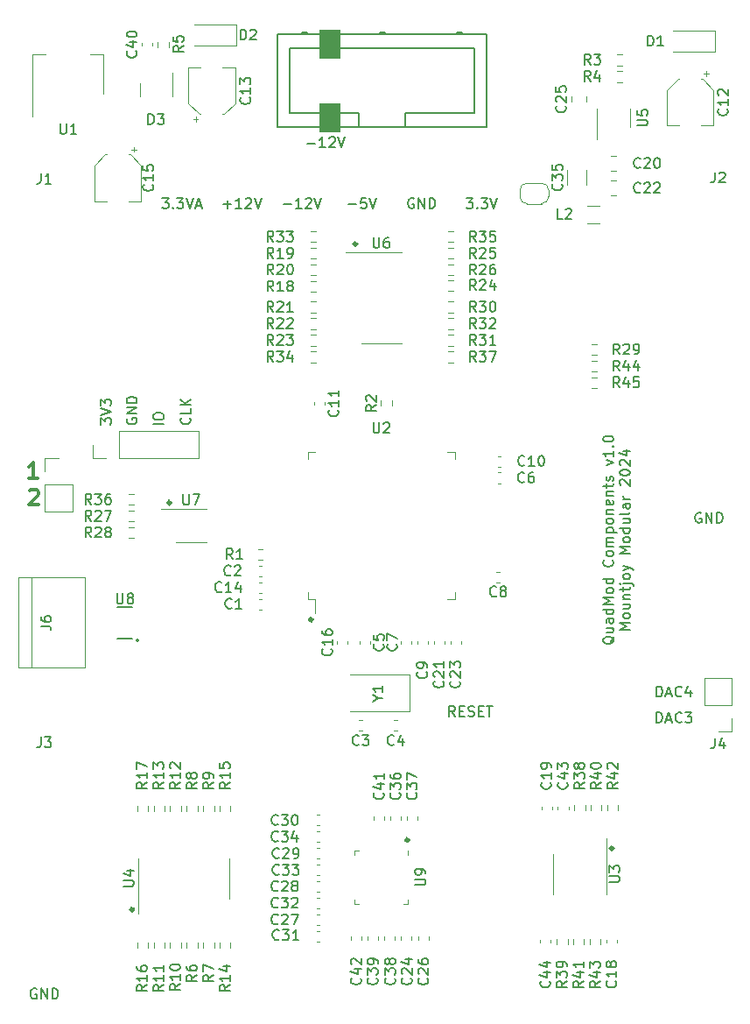
<source format=gbr>
%TF.GenerationSoftware,KiCad,Pcbnew,7.0.9*%
%TF.CreationDate,2024-02-02T11:01:59+00:00*%
%TF.ProjectId,QuadMod Components,51756164-4d6f-4642-9043-6f6d706f6e65,rev?*%
%TF.SameCoordinates,Original*%
%TF.FileFunction,Legend,Top*%
%TF.FilePolarity,Positive*%
%FSLAX46Y46*%
G04 Gerber Fmt 4.6, Leading zero omitted, Abs format (unit mm)*
G04 Created by KiCad (PCBNEW 7.0.9) date 2024-02-02 11:01:59*
%MOMM*%
%LPD*%
G01*
G04 APERTURE LIST*
%ADD10C,0.298607*%
%ADD11C,0.150000*%
%ADD12C,0.300000*%
%ADD13C,0.120000*%
%ADD14C,0.100000*%
%ADD15C,0.127000*%
%ADD16C,0.200000*%
G04 APERTURE END LIST*
D10*
X114949303Y-97800000D02*
G75*
G03*
X114949303Y-97800000I-149303J0D01*
G01*
X132949303Y-72800000D02*
G75*
G03*
X132949303Y-72800000I-149303J0D01*
G01*
X111349303Y-137100000D02*
G75*
G03*
X111349303Y-137100000I-149303J0D01*
G01*
X157749303Y-131200000D02*
G75*
G03*
X157749303Y-131200000I-149303J0D01*
G01*
X128649303Y-109100000D02*
G75*
G03*
X128649303Y-109100000I-149303J0D01*
G01*
X137949303Y-130400000D02*
G75*
G03*
X137949303Y-130400000I-149303J0D01*
G01*
D11*
X114254819Y-90223808D02*
X113254819Y-90223808D01*
X113254819Y-89557142D02*
X113254819Y-89366666D01*
X113254819Y-89366666D02*
X113302438Y-89271428D01*
X113302438Y-89271428D02*
X113397676Y-89176190D01*
X113397676Y-89176190D02*
X113588152Y-89128571D01*
X113588152Y-89128571D02*
X113921485Y-89128571D01*
X113921485Y-89128571D02*
X114111961Y-89176190D01*
X114111961Y-89176190D02*
X114207200Y-89271428D01*
X114207200Y-89271428D02*
X114254819Y-89366666D01*
X114254819Y-89366666D02*
X114254819Y-89557142D01*
X114254819Y-89557142D02*
X114207200Y-89652380D01*
X114207200Y-89652380D02*
X114111961Y-89747618D01*
X114111961Y-89747618D02*
X113921485Y-89795237D01*
X113921485Y-89795237D02*
X113588152Y-89795237D01*
X113588152Y-89795237D02*
X113397676Y-89747618D01*
X113397676Y-89747618D02*
X113302438Y-89652380D01*
X113302438Y-89652380D02*
X113254819Y-89557142D01*
X161933333Y-116554819D02*
X161933333Y-115554819D01*
X161933333Y-115554819D02*
X162171428Y-115554819D01*
X162171428Y-115554819D02*
X162314285Y-115602438D01*
X162314285Y-115602438D02*
X162409523Y-115697676D01*
X162409523Y-115697676D02*
X162457142Y-115792914D01*
X162457142Y-115792914D02*
X162504761Y-115983390D01*
X162504761Y-115983390D02*
X162504761Y-116126247D01*
X162504761Y-116126247D02*
X162457142Y-116316723D01*
X162457142Y-116316723D02*
X162409523Y-116411961D01*
X162409523Y-116411961D02*
X162314285Y-116507200D01*
X162314285Y-116507200D02*
X162171428Y-116554819D01*
X162171428Y-116554819D02*
X161933333Y-116554819D01*
X162885714Y-116269104D02*
X163361904Y-116269104D01*
X162790476Y-116554819D02*
X163123809Y-115554819D01*
X163123809Y-115554819D02*
X163457142Y-116554819D01*
X164361904Y-116459580D02*
X164314285Y-116507200D01*
X164314285Y-116507200D02*
X164171428Y-116554819D01*
X164171428Y-116554819D02*
X164076190Y-116554819D01*
X164076190Y-116554819D02*
X163933333Y-116507200D01*
X163933333Y-116507200D02*
X163838095Y-116411961D01*
X163838095Y-116411961D02*
X163790476Y-116316723D01*
X163790476Y-116316723D02*
X163742857Y-116126247D01*
X163742857Y-116126247D02*
X163742857Y-115983390D01*
X163742857Y-115983390D02*
X163790476Y-115792914D01*
X163790476Y-115792914D02*
X163838095Y-115697676D01*
X163838095Y-115697676D02*
X163933333Y-115602438D01*
X163933333Y-115602438D02*
X164076190Y-115554819D01*
X164076190Y-115554819D02*
X164171428Y-115554819D01*
X164171428Y-115554819D02*
X164314285Y-115602438D01*
X164314285Y-115602438D02*
X164361904Y-115650057D01*
X165219047Y-115888152D02*
X165219047Y-116554819D01*
X164980952Y-115507200D02*
X164742857Y-116221485D01*
X164742857Y-116221485D02*
X165361904Y-116221485D01*
X167566666Y-120554819D02*
X167566666Y-121269104D01*
X167566666Y-121269104D02*
X167519047Y-121411961D01*
X167519047Y-121411961D02*
X167423809Y-121507200D01*
X167423809Y-121507200D02*
X167280952Y-121554819D01*
X167280952Y-121554819D02*
X167185714Y-121554819D01*
X168471428Y-120888152D02*
X168471428Y-121554819D01*
X168233333Y-120507200D02*
X167995238Y-121221485D01*
X167995238Y-121221485D02*
X168614285Y-121221485D01*
X108154819Y-90238094D02*
X108154819Y-89619047D01*
X108154819Y-89619047D02*
X108535771Y-89952380D01*
X108535771Y-89952380D02*
X108535771Y-89809523D01*
X108535771Y-89809523D02*
X108583390Y-89714285D01*
X108583390Y-89714285D02*
X108631009Y-89666666D01*
X108631009Y-89666666D02*
X108726247Y-89619047D01*
X108726247Y-89619047D02*
X108964342Y-89619047D01*
X108964342Y-89619047D02*
X109059580Y-89666666D01*
X109059580Y-89666666D02*
X109107200Y-89714285D01*
X109107200Y-89714285D02*
X109154819Y-89809523D01*
X109154819Y-89809523D02*
X109154819Y-90095237D01*
X109154819Y-90095237D02*
X109107200Y-90190475D01*
X109107200Y-90190475D02*
X109059580Y-90238094D01*
X108154819Y-89333332D02*
X109154819Y-88999999D01*
X109154819Y-88999999D02*
X108154819Y-88666666D01*
X108154819Y-88428570D02*
X108154819Y-87809523D01*
X108154819Y-87809523D02*
X108535771Y-88142856D01*
X108535771Y-88142856D02*
X108535771Y-87999999D01*
X108535771Y-87999999D02*
X108583390Y-87904761D01*
X108583390Y-87904761D02*
X108631009Y-87857142D01*
X108631009Y-87857142D02*
X108726247Y-87809523D01*
X108726247Y-87809523D02*
X108964342Y-87809523D01*
X108964342Y-87809523D02*
X109059580Y-87857142D01*
X109059580Y-87857142D02*
X109107200Y-87904761D01*
X109107200Y-87904761D02*
X109154819Y-87999999D01*
X109154819Y-87999999D02*
X109154819Y-88285713D01*
X109154819Y-88285713D02*
X109107200Y-88380951D01*
X109107200Y-88380951D02*
X109059580Y-88428570D01*
X102366666Y-65954819D02*
X102366666Y-66669104D01*
X102366666Y-66669104D02*
X102319047Y-66811961D01*
X102319047Y-66811961D02*
X102223809Y-66907200D01*
X102223809Y-66907200D02*
X102080952Y-66954819D01*
X102080952Y-66954819D02*
X101985714Y-66954819D01*
X103366666Y-66954819D02*
X102795238Y-66954819D01*
X103080952Y-66954819D02*
X103080952Y-65954819D01*
X103080952Y-65954819D02*
X102985714Y-66097676D01*
X102985714Y-66097676D02*
X102890476Y-66192914D01*
X102890476Y-66192914D02*
X102795238Y-66240533D01*
X102366666Y-120454819D02*
X102366666Y-121169104D01*
X102366666Y-121169104D02*
X102319047Y-121311961D01*
X102319047Y-121311961D02*
X102223809Y-121407200D01*
X102223809Y-121407200D02*
X102080952Y-121454819D01*
X102080952Y-121454819D02*
X101985714Y-121454819D01*
X102747619Y-120454819D02*
X103366666Y-120454819D01*
X103366666Y-120454819D02*
X103033333Y-120835771D01*
X103033333Y-120835771D02*
X103176190Y-120835771D01*
X103176190Y-120835771D02*
X103271428Y-120883390D01*
X103271428Y-120883390D02*
X103319047Y-120931009D01*
X103319047Y-120931009D02*
X103366666Y-121026247D01*
X103366666Y-121026247D02*
X103366666Y-121264342D01*
X103366666Y-121264342D02*
X103319047Y-121359580D01*
X103319047Y-121359580D02*
X103271428Y-121407200D01*
X103271428Y-121407200D02*
X103176190Y-121454819D01*
X103176190Y-121454819D02*
X102890476Y-121454819D01*
X102890476Y-121454819D02*
X102795238Y-121407200D01*
X102795238Y-121407200D02*
X102747619Y-121359580D01*
X116759580Y-89595238D02*
X116807200Y-89642857D01*
X116807200Y-89642857D02*
X116854819Y-89785714D01*
X116854819Y-89785714D02*
X116854819Y-89880952D01*
X116854819Y-89880952D02*
X116807200Y-90023809D01*
X116807200Y-90023809D02*
X116711961Y-90119047D01*
X116711961Y-90119047D02*
X116616723Y-90166666D01*
X116616723Y-90166666D02*
X116426247Y-90214285D01*
X116426247Y-90214285D02*
X116283390Y-90214285D01*
X116283390Y-90214285D02*
X116092914Y-90166666D01*
X116092914Y-90166666D02*
X115997676Y-90119047D01*
X115997676Y-90119047D02*
X115902438Y-90023809D01*
X115902438Y-90023809D02*
X115854819Y-89880952D01*
X115854819Y-89880952D02*
X115854819Y-89785714D01*
X115854819Y-89785714D02*
X115902438Y-89642857D01*
X115902438Y-89642857D02*
X115950057Y-89595238D01*
X116854819Y-88690476D02*
X116854819Y-89166666D01*
X116854819Y-89166666D02*
X115854819Y-89166666D01*
X116854819Y-88357142D02*
X115854819Y-88357142D01*
X116854819Y-87785714D02*
X116283390Y-88214285D01*
X115854819Y-87785714D02*
X116426247Y-88357142D01*
X157845057Y-110733334D02*
X157797438Y-110828572D01*
X157797438Y-110828572D02*
X157702200Y-110923810D01*
X157702200Y-110923810D02*
X157559342Y-111066667D01*
X157559342Y-111066667D02*
X157511723Y-111161905D01*
X157511723Y-111161905D02*
X157511723Y-111257143D01*
X157749819Y-111209524D02*
X157702200Y-111304762D01*
X157702200Y-111304762D02*
X157606961Y-111400000D01*
X157606961Y-111400000D02*
X157416485Y-111447619D01*
X157416485Y-111447619D02*
X157083152Y-111447619D01*
X157083152Y-111447619D02*
X156892676Y-111400000D01*
X156892676Y-111400000D02*
X156797438Y-111304762D01*
X156797438Y-111304762D02*
X156749819Y-111209524D01*
X156749819Y-111209524D02*
X156749819Y-111019048D01*
X156749819Y-111019048D02*
X156797438Y-110923810D01*
X156797438Y-110923810D02*
X156892676Y-110828572D01*
X156892676Y-110828572D02*
X157083152Y-110780953D01*
X157083152Y-110780953D02*
X157416485Y-110780953D01*
X157416485Y-110780953D02*
X157606961Y-110828572D01*
X157606961Y-110828572D02*
X157702200Y-110923810D01*
X157702200Y-110923810D02*
X157749819Y-111019048D01*
X157749819Y-111019048D02*
X157749819Y-111209524D01*
X157083152Y-109923810D02*
X157749819Y-109923810D01*
X157083152Y-110352381D02*
X157606961Y-110352381D01*
X157606961Y-110352381D02*
X157702200Y-110304762D01*
X157702200Y-110304762D02*
X157749819Y-110209524D01*
X157749819Y-110209524D02*
X157749819Y-110066667D01*
X157749819Y-110066667D02*
X157702200Y-109971429D01*
X157702200Y-109971429D02*
X157654580Y-109923810D01*
X157749819Y-109019048D02*
X157226009Y-109019048D01*
X157226009Y-109019048D02*
X157130771Y-109066667D01*
X157130771Y-109066667D02*
X157083152Y-109161905D01*
X157083152Y-109161905D02*
X157083152Y-109352381D01*
X157083152Y-109352381D02*
X157130771Y-109447619D01*
X157702200Y-109019048D02*
X157749819Y-109114286D01*
X157749819Y-109114286D02*
X157749819Y-109352381D01*
X157749819Y-109352381D02*
X157702200Y-109447619D01*
X157702200Y-109447619D02*
X157606961Y-109495238D01*
X157606961Y-109495238D02*
X157511723Y-109495238D01*
X157511723Y-109495238D02*
X157416485Y-109447619D01*
X157416485Y-109447619D02*
X157368866Y-109352381D01*
X157368866Y-109352381D02*
X157368866Y-109114286D01*
X157368866Y-109114286D02*
X157321247Y-109019048D01*
X157749819Y-108114286D02*
X156749819Y-108114286D01*
X157702200Y-108114286D02*
X157749819Y-108209524D01*
X157749819Y-108209524D02*
X157749819Y-108400000D01*
X157749819Y-108400000D02*
X157702200Y-108495238D01*
X157702200Y-108495238D02*
X157654580Y-108542857D01*
X157654580Y-108542857D02*
X157559342Y-108590476D01*
X157559342Y-108590476D02*
X157273628Y-108590476D01*
X157273628Y-108590476D02*
X157178390Y-108542857D01*
X157178390Y-108542857D02*
X157130771Y-108495238D01*
X157130771Y-108495238D02*
X157083152Y-108400000D01*
X157083152Y-108400000D02*
X157083152Y-108209524D01*
X157083152Y-108209524D02*
X157130771Y-108114286D01*
X157749819Y-107638095D02*
X156749819Y-107638095D01*
X156749819Y-107638095D02*
X157464104Y-107304762D01*
X157464104Y-107304762D02*
X156749819Y-106971429D01*
X156749819Y-106971429D02*
X157749819Y-106971429D01*
X157749819Y-106352381D02*
X157702200Y-106447619D01*
X157702200Y-106447619D02*
X157654580Y-106495238D01*
X157654580Y-106495238D02*
X157559342Y-106542857D01*
X157559342Y-106542857D02*
X157273628Y-106542857D01*
X157273628Y-106542857D02*
X157178390Y-106495238D01*
X157178390Y-106495238D02*
X157130771Y-106447619D01*
X157130771Y-106447619D02*
X157083152Y-106352381D01*
X157083152Y-106352381D02*
X157083152Y-106209524D01*
X157083152Y-106209524D02*
X157130771Y-106114286D01*
X157130771Y-106114286D02*
X157178390Y-106066667D01*
X157178390Y-106066667D02*
X157273628Y-106019048D01*
X157273628Y-106019048D02*
X157559342Y-106019048D01*
X157559342Y-106019048D02*
X157654580Y-106066667D01*
X157654580Y-106066667D02*
X157702200Y-106114286D01*
X157702200Y-106114286D02*
X157749819Y-106209524D01*
X157749819Y-106209524D02*
X157749819Y-106352381D01*
X157749819Y-105161905D02*
X156749819Y-105161905D01*
X157702200Y-105161905D02*
X157749819Y-105257143D01*
X157749819Y-105257143D02*
X157749819Y-105447619D01*
X157749819Y-105447619D02*
X157702200Y-105542857D01*
X157702200Y-105542857D02*
X157654580Y-105590476D01*
X157654580Y-105590476D02*
X157559342Y-105638095D01*
X157559342Y-105638095D02*
X157273628Y-105638095D01*
X157273628Y-105638095D02*
X157178390Y-105590476D01*
X157178390Y-105590476D02*
X157130771Y-105542857D01*
X157130771Y-105542857D02*
X157083152Y-105447619D01*
X157083152Y-105447619D02*
X157083152Y-105257143D01*
X157083152Y-105257143D02*
X157130771Y-105161905D01*
X157654580Y-103352381D02*
X157702200Y-103400000D01*
X157702200Y-103400000D02*
X157749819Y-103542857D01*
X157749819Y-103542857D02*
X157749819Y-103638095D01*
X157749819Y-103638095D02*
X157702200Y-103780952D01*
X157702200Y-103780952D02*
X157606961Y-103876190D01*
X157606961Y-103876190D02*
X157511723Y-103923809D01*
X157511723Y-103923809D02*
X157321247Y-103971428D01*
X157321247Y-103971428D02*
X157178390Y-103971428D01*
X157178390Y-103971428D02*
X156987914Y-103923809D01*
X156987914Y-103923809D02*
X156892676Y-103876190D01*
X156892676Y-103876190D02*
X156797438Y-103780952D01*
X156797438Y-103780952D02*
X156749819Y-103638095D01*
X156749819Y-103638095D02*
X156749819Y-103542857D01*
X156749819Y-103542857D02*
X156797438Y-103400000D01*
X156797438Y-103400000D02*
X156845057Y-103352381D01*
X157749819Y-102780952D02*
X157702200Y-102876190D01*
X157702200Y-102876190D02*
X157654580Y-102923809D01*
X157654580Y-102923809D02*
X157559342Y-102971428D01*
X157559342Y-102971428D02*
X157273628Y-102971428D01*
X157273628Y-102971428D02*
X157178390Y-102923809D01*
X157178390Y-102923809D02*
X157130771Y-102876190D01*
X157130771Y-102876190D02*
X157083152Y-102780952D01*
X157083152Y-102780952D02*
X157083152Y-102638095D01*
X157083152Y-102638095D02*
X157130771Y-102542857D01*
X157130771Y-102542857D02*
X157178390Y-102495238D01*
X157178390Y-102495238D02*
X157273628Y-102447619D01*
X157273628Y-102447619D02*
X157559342Y-102447619D01*
X157559342Y-102447619D02*
X157654580Y-102495238D01*
X157654580Y-102495238D02*
X157702200Y-102542857D01*
X157702200Y-102542857D02*
X157749819Y-102638095D01*
X157749819Y-102638095D02*
X157749819Y-102780952D01*
X157749819Y-102019047D02*
X157083152Y-102019047D01*
X157178390Y-102019047D02*
X157130771Y-101971428D01*
X157130771Y-101971428D02*
X157083152Y-101876190D01*
X157083152Y-101876190D02*
X157083152Y-101733333D01*
X157083152Y-101733333D02*
X157130771Y-101638095D01*
X157130771Y-101638095D02*
X157226009Y-101590476D01*
X157226009Y-101590476D02*
X157749819Y-101590476D01*
X157226009Y-101590476D02*
X157130771Y-101542857D01*
X157130771Y-101542857D02*
X157083152Y-101447619D01*
X157083152Y-101447619D02*
X157083152Y-101304762D01*
X157083152Y-101304762D02*
X157130771Y-101209523D01*
X157130771Y-101209523D02*
X157226009Y-101161904D01*
X157226009Y-101161904D02*
X157749819Y-101161904D01*
X157083152Y-100685714D02*
X158083152Y-100685714D01*
X157130771Y-100685714D02*
X157083152Y-100590476D01*
X157083152Y-100590476D02*
X157083152Y-100400000D01*
X157083152Y-100400000D02*
X157130771Y-100304762D01*
X157130771Y-100304762D02*
X157178390Y-100257143D01*
X157178390Y-100257143D02*
X157273628Y-100209524D01*
X157273628Y-100209524D02*
X157559342Y-100209524D01*
X157559342Y-100209524D02*
X157654580Y-100257143D01*
X157654580Y-100257143D02*
X157702200Y-100304762D01*
X157702200Y-100304762D02*
X157749819Y-100400000D01*
X157749819Y-100400000D02*
X157749819Y-100590476D01*
X157749819Y-100590476D02*
X157702200Y-100685714D01*
X157749819Y-99638095D02*
X157702200Y-99733333D01*
X157702200Y-99733333D02*
X157654580Y-99780952D01*
X157654580Y-99780952D02*
X157559342Y-99828571D01*
X157559342Y-99828571D02*
X157273628Y-99828571D01*
X157273628Y-99828571D02*
X157178390Y-99780952D01*
X157178390Y-99780952D02*
X157130771Y-99733333D01*
X157130771Y-99733333D02*
X157083152Y-99638095D01*
X157083152Y-99638095D02*
X157083152Y-99495238D01*
X157083152Y-99495238D02*
X157130771Y-99400000D01*
X157130771Y-99400000D02*
X157178390Y-99352381D01*
X157178390Y-99352381D02*
X157273628Y-99304762D01*
X157273628Y-99304762D02*
X157559342Y-99304762D01*
X157559342Y-99304762D02*
X157654580Y-99352381D01*
X157654580Y-99352381D02*
X157702200Y-99400000D01*
X157702200Y-99400000D02*
X157749819Y-99495238D01*
X157749819Y-99495238D02*
X157749819Y-99638095D01*
X157083152Y-98876190D02*
X157749819Y-98876190D01*
X157178390Y-98876190D02*
X157130771Y-98828571D01*
X157130771Y-98828571D02*
X157083152Y-98733333D01*
X157083152Y-98733333D02*
X157083152Y-98590476D01*
X157083152Y-98590476D02*
X157130771Y-98495238D01*
X157130771Y-98495238D02*
X157226009Y-98447619D01*
X157226009Y-98447619D02*
X157749819Y-98447619D01*
X157702200Y-97590476D02*
X157749819Y-97685714D01*
X157749819Y-97685714D02*
X157749819Y-97876190D01*
X157749819Y-97876190D02*
X157702200Y-97971428D01*
X157702200Y-97971428D02*
X157606961Y-98019047D01*
X157606961Y-98019047D02*
X157226009Y-98019047D01*
X157226009Y-98019047D02*
X157130771Y-97971428D01*
X157130771Y-97971428D02*
X157083152Y-97876190D01*
X157083152Y-97876190D02*
X157083152Y-97685714D01*
X157083152Y-97685714D02*
X157130771Y-97590476D01*
X157130771Y-97590476D02*
X157226009Y-97542857D01*
X157226009Y-97542857D02*
X157321247Y-97542857D01*
X157321247Y-97542857D02*
X157416485Y-98019047D01*
X157083152Y-97114285D02*
X157749819Y-97114285D01*
X157178390Y-97114285D02*
X157130771Y-97066666D01*
X157130771Y-97066666D02*
X157083152Y-96971428D01*
X157083152Y-96971428D02*
X157083152Y-96828571D01*
X157083152Y-96828571D02*
X157130771Y-96733333D01*
X157130771Y-96733333D02*
X157226009Y-96685714D01*
X157226009Y-96685714D02*
X157749819Y-96685714D01*
X157083152Y-96352380D02*
X157083152Y-95971428D01*
X156749819Y-96209523D02*
X157606961Y-96209523D01*
X157606961Y-96209523D02*
X157702200Y-96161904D01*
X157702200Y-96161904D02*
X157749819Y-96066666D01*
X157749819Y-96066666D02*
X157749819Y-95971428D01*
X157702200Y-95685713D02*
X157749819Y-95590475D01*
X157749819Y-95590475D02*
X157749819Y-95399999D01*
X157749819Y-95399999D02*
X157702200Y-95304761D01*
X157702200Y-95304761D02*
X157606961Y-95257142D01*
X157606961Y-95257142D02*
X157559342Y-95257142D01*
X157559342Y-95257142D02*
X157464104Y-95304761D01*
X157464104Y-95304761D02*
X157416485Y-95399999D01*
X157416485Y-95399999D02*
X157416485Y-95542856D01*
X157416485Y-95542856D02*
X157368866Y-95638094D01*
X157368866Y-95638094D02*
X157273628Y-95685713D01*
X157273628Y-95685713D02*
X157226009Y-95685713D01*
X157226009Y-95685713D02*
X157130771Y-95638094D01*
X157130771Y-95638094D02*
X157083152Y-95542856D01*
X157083152Y-95542856D02*
X157083152Y-95399999D01*
X157083152Y-95399999D02*
X157130771Y-95304761D01*
X157083152Y-94161903D02*
X157749819Y-93923808D01*
X157749819Y-93923808D02*
X157083152Y-93685713D01*
X157749819Y-92780951D02*
X157749819Y-93352379D01*
X157749819Y-93066665D02*
X156749819Y-93066665D01*
X156749819Y-93066665D02*
X156892676Y-93161903D01*
X156892676Y-93161903D02*
X156987914Y-93257141D01*
X156987914Y-93257141D02*
X157035533Y-93352379D01*
X157654580Y-92352379D02*
X157702200Y-92304760D01*
X157702200Y-92304760D02*
X157749819Y-92352379D01*
X157749819Y-92352379D02*
X157702200Y-92399998D01*
X157702200Y-92399998D02*
X157654580Y-92352379D01*
X157654580Y-92352379D02*
X157749819Y-92352379D01*
X156749819Y-91685713D02*
X156749819Y-91590475D01*
X156749819Y-91590475D02*
X156797438Y-91495237D01*
X156797438Y-91495237D02*
X156845057Y-91447618D01*
X156845057Y-91447618D02*
X156940295Y-91399999D01*
X156940295Y-91399999D02*
X157130771Y-91352380D01*
X157130771Y-91352380D02*
X157368866Y-91352380D01*
X157368866Y-91352380D02*
X157559342Y-91399999D01*
X157559342Y-91399999D02*
X157654580Y-91447618D01*
X157654580Y-91447618D02*
X157702200Y-91495237D01*
X157702200Y-91495237D02*
X157749819Y-91590475D01*
X157749819Y-91590475D02*
X157749819Y-91685713D01*
X157749819Y-91685713D02*
X157702200Y-91780951D01*
X157702200Y-91780951D02*
X157654580Y-91828570D01*
X157654580Y-91828570D02*
X157559342Y-91876189D01*
X157559342Y-91876189D02*
X157368866Y-91923808D01*
X157368866Y-91923808D02*
X157130771Y-91923808D01*
X157130771Y-91923808D02*
X156940295Y-91876189D01*
X156940295Y-91876189D02*
X156845057Y-91828570D01*
X156845057Y-91828570D02*
X156797438Y-91780951D01*
X156797438Y-91780951D02*
X156749819Y-91685713D01*
X159359819Y-110066667D02*
X158359819Y-110066667D01*
X158359819Y-110066667D02*
X159074104Y-109733334D01*
X159074104Y-109733334D02*
X158359819Y-109400001D01*
X158359819Y-109400001D02*
X159359819Y-109400001D01*
X159359819Y-108780953D02*
X159312200Y-108876191D01*
X159312200Y-108876191D02*
X159264580Y-108923810D01*
X159264580Y-108923810D02*
X159169342Y-108971429D01*
X159169342Y-108971429D02*
X158883628Y-108971429D01*
X158883628Y-108971429D02*
X158788390Y-108923810D01*
X158788390Y-108923810D02*
X158740771Y-108876191D01*
X158740771Y-108876191D02*
X158693152Y-108780953D01*
X158693152Y-108780953D02*
X158693152Y-108638096D01*
X158693152Y-108638096D02*
X158740771Y-108542858D01*
X158740771Y-108542858D02*
X158788390Y-108495239D01*
X158788390Y-108495239D02*
X158883628Y-108447620D01*
X158883628Y-108447620D02*
X159169342Y-108447620D01*
X159169342Y-108447620D02*
X159264580Y-108495239D01*
X159264580Y-108495239D02*
X159312200Y-108542858D01*
X159312200Y-108542858D02*
X159359819Y-108638096D01*
X159359819Y-108638096D02*
X159359819Y-108780953D01*
X158693152Y-107590477D02*
X159359819Y-107590477D01*
X158693152Y-108019048D02*
X159216961Y-108019048D01*
X159216961Y-108019048D02*
X159312200Y-107971429D01*
X159312200Y-107971429D02*
X159359819Y-107876191D01*
X159359819Y-107876191D02*
X159359819Y-107733334D01*
X159359819Y-107733334D02*
X159312200Y-107638096D01*
X159312200Y-107638096D02*
X159264580Y-107590477D01*
X158693152Y-107114286D02*
X159359819Y-107114286D01*
X158788390Y-107114286D02*
X158740771Y-107066667D01*
X158740771Y-107066667D02*
X158693152Y-106971429D01*
X158693152Y-106971429D02*
X158693152Y-106828572D01*
X158693152Y-106828572D02*
X158740771Y-106733334D01*
X158740771Y-106733334D02*
X158836009Y-106685715D01*
X158836009Y-106685715D02*
X159359819Y-106685715D01*
X158693152Y-106352381D02*
X158693152Y-105971429D01*
X158359819Y-106209524D02*
X159216961Y-106209524D01*
X159216961Y-106209524D02*
X159312200Y-106161905D01*
X159312200Y-106161905D02*
X159359819Y-106066667D01*
X159359819Y-106066667D02*
X159359819Y-105971429D01*
X158693152Y-105638095D02*
X159550295Y-105638095D01*
X159550295Y-105638095D02*
X159645533Y-105685714D01*
X159645533Y-105685714D02*
X159693152Y-105780952D01*
X159693152Y-105780952D02*
X159693152Y-105828571D01*
X158359819Y-105638095D02*
X158407438Y-105685714D01*
X158407438Y-105685714D02*
X158455057Y-105638095D01*
X158455057Y-105638095D02*
X158407438Y-105590476D01*
X158407438Y-105590476D02*
X158359819Y-105638095D01*
X158359819Y-105638095D02*
X158455057Y-105638095D01*
X159359819Y-105019048D02*
X159312200Y-105114286D01*
X159312200Y-105114286D02*
X159264580Y-105161905D01*
X159264580Y-105161905D02*
X159169342Y-105209524D01*
X159169342Y-105209524D02*
X158883628Y-105209524D01*
X158883628Y-105209524D02*
X158788390Y-105161905D01*
X158788390Y-105161905D02*
X158740771Y-105114286D01*
X158740771Y-105114286D02*
X158693152Y-105019048D01*
X158693152Y-105019048D02*
X158693152Y-104876191D01*
X158693152Y-104876191D02*
X158740771Y-104780953D01*
X158740771Y-104780953D02*
X158788390Y-104733334D01*
X158788390Y-104733334D02*
X158883628Y-104685715D01*
X158883628Y-104685715D02*
X159169342Y-104685715D01*
X159169342Y-104685715D02*
X159264580Y-104733334D01*
X159264580Y-104733334D02*
X159312200Y-104780953D01*
X159312200Y-104780953D02*
X159359819Y-104876191D01*
X159359819Y-104876191D02*
X159359819Y-105019048D01*
X158693152Y-104352381D02*
X159359819Y-104114286D01*
X158693152Y-103876191D02*
X159359819Y-104114286D01*
X159359819Y-104114286D02*
X159597914Y-104209524D01*
X159597914Y-104209524D02*
X159645533Y-104257143D01*
X159645533Y-104257143D02*
X159693152Y-104352381D01*
X159359819Y-102733333D02*
X158359819Y-102733333D01*
X158359819Y-102733333D02*
X159074104Y-102400000D01*
X159074104Y-102400000D02*
X158359819Y-102066667D01*
X158359819Y-102066667D02*
X159359819Y-102066667D01*
X159359819Y-101447619D02*
X159312200Y-101542857D01*
X159312200Y-101542857D02*
X159264580Y-101590476D01*
X159264580Y-101590476D02*
X159169342Y-101638095D01*
X159169342Y-101638095D02*
X158883628Y-101638095D01*
X158883628Y-101638095D02*
X158788390Y-101590476D01*
X158788390Y-101590476D02*
X158740771Y-101542857D01*
X158740771Y-101542857D02*
X158693152Y-101447619D01*
X158693152Y-101447619D02*
X158693152Y-101304762D01*
X158693152Y-101304762D02*
X158740771Y-101209524D01*
X158740771Y-101209524D02*
X158788390Y-101161905D01*
X158788390Y-101161905D02*
X158883628Y-101114286D01*
X158883628Y-101114286D02*
X159169342Y-101114286D01*
X159169342Y-101114286D02*
X159264580Y-101161905D01*
X159264580Y-101161905D02*
X159312200Y-101209524D01*
X159312200Y-101209524D02*
X159359819Y-101304762D01*
X159359819Y-101304762D02*
X159359819Y-101447619D01*
X159359819Y-100257143D02*
X158359819Y-100257143D01*
X159312200Y-100257143D02*
X159359819Y-100352381D01*
X159359819Y-100352381D02*
X159359819Y-100542857D01*
X159359819Y-100542857D02*
X159312200Y-100638095D01*
X159312200Y-100638095D02*
X159264580Y-100685714D01*
X159264580Y-100685714D02*
X159169342Y-100733333D01*
X159169342Y-100733333D02*
X158883628Y-100733333D01*
X158883628Y-100733333D02*
X158788390Y-100685714D01*
X158788390Y-100685714D02*
X158740771Y-100638095D01*
X158740771Y-100638095D02*
X158693152Y-100542857D01*
X158693152Y-100542857D02*
X158693152Y-100352381D01*
X158693152Y-100352381D02*
X158740771Y-100257143D01*
X158693152Y-99352381D02*
X159359819Y-99352381D01*
X158693152Y-99780952D02*
X159216961Y-99780952D01*
X159216961Y-99780952D02*
X159312200Y-99733333D01*
X159312200Y-99733333D02*
X159359819Y-99638095D01*
X159359819Y-99638095D02*
X159359819Y-99495238D01*
X159359819Y-99495238D02*
X159312200Y-99400000D01*
X159312200Y-99400000D02*
X159264580Y-99352381D01*
X159359819Y-98733333D02*
X159312200Y-98828571D01*
X159312200Y-98828571D02*
X159216961Y-98876190D01*
X159216961Y-98876190D02*
X158359819Y-98876190D01*
X159359819Y-97923809D02*
X158836009Y-97923809D01*
X158836009Y-97923809D02*
X158740771Y-97971428D01*
X158740771Y-97971428D02*
X158693152Y-98066666D01*
X158693152Y-98066666D02*
X158693152Y-98257142D01*
X158693152Y-98257142D02*
X158740771Y-98352380D01*
X159312200Y-97923809D02*
X159359819Y-98019047D01*
X159359819Y-98019047D02*
X159359819Y-98257142D01*
X159359819Y-98257142D02*
X159312200Y-98352380D01*
X159312200Y-98352380D02*
X159216961Y-98399999D01*
X159216961Y-98399999D02*
X159121723Y-98399999D01*
X159121723Y-98399999D02*
X159026485Y-98352380D01*
X159026485Y-98352380D02*
X158978866Y-98257142D01*
X158978866Y-98257142D02*
X158978866Y-98019047D01*
X158978866Y-98019047D02*
X158931247Y-97923809D01*
X159359819Y-97447618D02*
X158693152Y-97447618D01*
X158883628Y-97447618D02*
X158788390Y-97399999D01*
X158788390Y-97399999D02*
X158740771Y-97352380D01*
X158740771Y-97352380D02*
X158693152Y-97257142D01*
X158693152Y-97257142D02*
X158693152Y-97161904D01*
X158455057Y-96114284D02*
X158407438Y-96066665D01*
X158407438Y-96066665D02*
X158359819Y-95971427D01*
X158359819Y-95971427D02*
X158359819Y-95733332D01*
X158359819Y-95733332D02*
X158407438Y-95638094D01*
X158407438Y-95638094D02*
X158455057Y-95590475D01*
X158455057Y-95590475D02*
X158550295Y-95542856D01*
X158550295Y-95542856D02*
X158645533Y-95542856D01*
X158645533Y-95542856D02*
X158788390Y-95590475D01*
X158788390Y-95590475D02*
X159359819Y-96161903D01*
X159359819Y-96161903D02*
X159359819Y-95542856D01*
X158359819Y-94923808D02*
X158359819Y-94828570D01*
X158359819Y-94828570D02*
X158407438Y-94733332D01*
X158407438Y-94733332D02*
X158455057Y-94685713D01*
X158455057Y-94685713D02*
X158550295Y-94638094D01*
X158550295Y-94638094D02*
X158740771Y-94590475D01*
X158740771Y-94590475D02*
X158978866Y-94590475D01*
X158978866Y-94590475D02*
X159169342Y-94638094D01*
X159169342Y-94638094D02*
X159264580Y-94685713D01*
X159264580Y-94685713D02*
X159312200Y-94733332D01*
X159312200Y-94733332D02*
X159359819Y-94828570D01*
X159359819Y-94828570D02*
X159359819Y-94923808D01*
X159359819Y-94923808D02*
X159312200Y-95019046D01*
X159312200Y-95019046D02*
X159264580Y-95066665D01*
X159264580Y-95066665D02*
X159169342Y-95114284D01*
X159169342Y-95114284D02*
X158978866Y-95161903D01*
X158978866Y-95161903D02*
X158740771Y-95161903D01*
X158740771Y-95161903D02*
X158550295Y-95114284D01*
X158550295Y-95114284D02*
X158455057Y-95066665D01*
X158455057Y-95066665D02*
X158407438Y-95019046D01*
X158407438Y-95019046D02*
X158359819Y-94923808D01*
X158455057Y-94209522D02*
X158407438Y-94161903D01*
X158407438Y-94161903D02*
X158359819Y-94066665D01*
X158359819Y-94066665D02*
X158359819Y-93828570D01*
X158359819Y-93828570D02*
X158407438Y-93733332D01*
X158407438Y-93733332D02*
X158455057Y-93685713D01*
X158455057Y-93685713D02*
X158550295Y-93638094D01*
X158550295Y-93638094D02*
X158645533Y-93638094D01*
X158645533Y-93638094D02*
X158788390Y-93685713D01*
X158788390Y-93685713D02*
X159359819Y-94257141D01*
X159359819Y-94257141D02*
X159359819Y-93638094D01*
X158693152Y-92780951D02*
X159359819Y-92780951D01*
X158312200Y-93019046D02*
X159026485Y-93257141D01*
X159026485Y-93257141D02*
X159026485Y-92638094D01*
X167566666Y-65854819D02*
X167566666Y-66569104D01*
X167566666Y-66569104D02*
X167519047Y-66711961D01*
X167519047Y-66711961D02*
X167423809Y-66807200D01*
X167423809Y-66807200D02*
X167280952Y-66854819D01*
X167280952Y-66854819D02*
X167185714Y-66854819D01*
X167995238Y-65950057D02*
X168042857Y-65902438D01*
X168042857Y-65902438D02*
X168138095Y-65854819D01*
X168138095Y-65854819D02*
X168376190Y-65854819D01*
X168376190Y-65854819D02*
X168471428Y-65902438D01*
X168471428Y-65902438D02*
X168519047Y-65950057D01*
X168519047Y-65950057D02*
X168566666Y-66045295D01*
X168566666Y-66045295D02*
X168566666Y-66140533D01*
X168566666Y-66140533D02*
X168519047Y-66283390D01*
X168519047Y-66283390D02*
X167947619Y-66854819D01*
X167947619Y-66854819D02*
X168566666Y-66854819D01*
X110702438Y-89661904D02*
X110654819Y-89757142D01*
X110654819Y-89757142D02*
X110654819Y-89899999D01*
X110654819Y-89899999D02*
X110702438Y-90042856D01*
X110702438Y-90042856D02*
X110797676Y-90138094D01*
X110797676Y-90138094D02*
X110892914Y-90185713D01*
X110892914Y-90185713D02*
X111083390Y-90233332D01*
X111083390Y-90233332D02*
X111226247Y-90233332D01*
X111226247Y-90233332D02*
X111416723Y-90185713D01*
X111416723Y-90185713D02*
X111511961Y-90138094D01*
X111511961Y-90138094D02*
X111607200Y-90042856D01*
X111607200Y-90042856D02*
X111654819Y-89899999D01*
X111654819Y-89899999D02*
X111654819Y-89804761D01*
X111654819Y-89804761D02*
X111607200Y-89661904D01*
X111607200Y-89661904D02*
X111559580Y-89614285D01*
X111559580Y-89614285D02*
X111226247Y-89614285D01*
X111226247Y-89614285D02*
X111226247Y-89804761D01*
X111654819Y-89185713D02*
X110654819Y-89185713D01*
X110654819Y-89185713D02*
X111654819Y-88614285D01*
X111654819Y-88614285D02*
X110654819Y-88614285D01*
X111654819Y-88138094D02*
X110654819Y-88138094D01*
X110654819Y-88138094D02*
X110654819Y-87899999D01*
X110654819Y-87899999D02*
X110702438Y-87757142D01*
X110702438Y-87757142D02*
X110797676Y-87661904D01*
X110797676Y-87661904D02*
X110892914Y-87614285D01*
X110892914Y-87614285D02*
X111083390Y-87566666D01*
X111083390Y-87566666D02*
X111226247Y-87566666D01*
X111226247Y-87566666D02*
X111416723Y-87614285D01*
X111416723Y-87614285D02*
X111511961Y-87661904D01*
X111511961Y-87661904D02*
X111607200Y-87757142D01*
X111607200Y-87757142D02*
X111654819Y-87899999D01*
X111654819Y-87899999D02*
X111654819Y-88138094D01*
D12*
X102040225Y-95400828D02*
X101183082Y-95400828D01*
X101611653Y-95400828D02*
X101611653Y-93900828D01*
X101611653Y-93900828D02*
X101468796Y-94115114D01*
X101468796Y-94115114D02*
X101325939Y-94257971D01*
X101325939Y-94257971D02*
X101183082Y-94329400D01*
X101283082Y-96643685D02*
X101354510Y-96572257D01*
X101354510Y-96572257D02*
X101497368Y-96500828D01*
X101497368Y-96500828D02*
X101854510Y-96500828D01*
X101854510Y-96500828D02*
X101997368Y-96572257D01*
X101997368Y-96572257D02*
X102068796Y-96643685D01*
X102068796Y-96643685D02*
X102140225Y-96786542D01*
X102140225Y-96786542D02*
X102140225Y-96929400D01*
X102140225Y-96929400D02*
X102068796Y-97143685D01*
X102068796Y-97143685D02*
X101211653Y-98000828D01*
X101211653Y-98000828D02*
X102140225Y-98000828D01*
D11*
X161933333Y-119054819D02*
X161933333Y-118054819D01*
X161933333Y-118054819D02*
X162171428Y-118054819D01*
X162171428Y-118054819D02*
X162314285Y-118102438D01*
X162314285Y-118102438D02*
X162409523Y-118197676D01*
X162409523Y-118197676D02*
X162457142Y-118292914D01*
X162457142Y-118292914D02*
X162504761Y-118483390D01*
X162504761Y-118483390D02*
X162504761Y-118626247D01*
X162504761Y-118626247D02*
X162457142Y-118816723D01*
X162457142Y-118816723D02*
X162409523Y-118911961D01*
X162409523Y-118911961D02*
X162314285Y-119007200D01*
X162314285Y-119007200D02*
X162171428Y-119054819D01*
X162171428Y-119054819D02*
X161933333Y-119054819D01*
X162885714Y-118769104D02*
X163361904Y-118769104D01*
X162790476Y-119054819D02*
X163123809Y-118054819D01*
X163123809Y-118054819D02*
X163457142Y-119054819D01*
X164361904Y-118959580D02*
X164314285Y-119007200D01*
X164314285Y-119007200D02*
X164171428Y-119054819D01*
X164171428Y-119054819D02*
X164076190Y-119054819D01*
X164076190Y-119054819D02*
X163933333Y-119007200D01*
X163933333Y-119007200D02*
X163838095Y-118911961D01*
X163838095Y-118911961D02*
X163790476Y-118816723D01*
X163790476Y-118816723D02*
X163742857Y-118626247D01*
X163742857Y-118626247D02*
X163742857Y-118483390D01*
X163742857Y-118483390D02*
X163790476Y-118292914D01*
X163790476Y-118292914D02*
X163838095Y-118197676D01*
X163838095Y-118197676D02*
X163933333Y-118102438D01*
X163933333Y-118102438D02*
X164076190Y-118054819D01*
X164076190Y-118054819D02*
X164171428Y-118054819D01*
X164171428Y-118054819D02*
X164314285Y-118102438D01*
X164314285Y-118102438D02*
X164361904Y-118150057D01*
X164695238Y-118054819D02*
X165314285Y-118054819D01*
X165314285Y-118054819D02*
X164980952Y-118435771D01*
X164980952Y-118435771D02*
X165123809Y-118435771D01*
X165123809Y-118435771D02*
X165219047Y-118483390D01*
X165219047Y-118483390D02*
X165266666Y-118531009D01*
X165266666Y-118531009D02*
X165314285Y-118626247D01*
X165314285Y-118626247D02*
X165314285Y-118864342D01*
X165314285Y-118864342D02*
X165266666Y-118959580D01*
X165266666Y-118959580D02*
X165219047Y-119007200D01*
X165219047Y-119007200D02*
X165123809Y-119054819D01*
X165123809Y-119054819D02*
X164838095Y-119054819D01*
X164838095Y-119054819D02*
X164742857Y-119007200D01*
X164742857Y-119007200D02*
X164695238Y-118959580D01*
X115844819Y-124817857D02*
X115368628Y-125151190D01*
X115844819Y-125389285D02*
X114844819Y-125389285D01*
X114844819Y-125389285D02*
X114844819Y-125008333D01*
X114844819Y-125008333D02*
X114892438Y-124913095D01*
X114892438Y-124913095D02*
X114940057Y-124865476D01*
X114940057Y-124865476D02*
X115035295Y-124817857D01*
X115035295Y-124817857D02*
X115178152Y-124817857D01*
X115178152Y-124817857D02*
X115273390Y-124865476D01*
X115273390Y-124865476D02*
X115321009Y-124913095D01*
X115321009Y-124913095D02*
X115368628Y-125008333D01*
X115368628Y-125008333D02*
X115368628Y-125389285D01*
X115844819Y-123865476D02*
X115844819Y-124436904D01*
X115844819Y-124151190D02*
X114844819Y-124151190D01*
X114844819Y-124151190D02*
X114987676Y-124246428D01*
X114987676Y-124246428D02*
X115082914Y-124341666D01*
X115082914Y-124341666D02*
X115130533Y-124436904D01*
X114940057Y-123484523D02*
X114892438Y-123436904D01*
X114892438Y-123436904D02*
X114844819Y-123341666D01*
X114844819Y-123341666D02*
X114844819Y-123103571D01*
X114844819Y-123103571D02*
X114892438Y-123008333D01*
X114892438Y-123008333D02*
X114940057Y-122960714D01*
X114940057Y-122960714D02*
X115035295Y-122913095D01*
X115035295Y-122913095D02*
X115130533Y-122913095D01*
X115130533Y-122913095D02*
X115273390Y-122960714D01*
X115273390Y-122960714D02*
X115844819Y-123532142D01*
X115844819Y-123532142D02*
X115844819Y-122913095D01*
X112644819Y-124817857D02*
X112168628Y-125151190D01*
X112644819Y-125389285D02*
X111644819Y-125389285D01*
X111644819Y-125389285D02*
X111644819Y-125008333D01*
X111644819Y-125008333D02*
X111692438Y-124913095D01*
X111692438Y-124913095D02*
X111740057Y-124865476D01*
X111740057Y-124865476D02*
X111835295Y-124817857D01*
X111835295Y-124817857D02*
X111978152Y-124817857D01*
X111978152Y-124817857D02*
X112073390Y-124865476D01*
X112073390Y-124865476D02*
X112121009Y-124913095D01*
X112121009Y-124913095D02*
X112168628Y-125008333D01*
X112168628Y-125008333D02*
X112168628Y-125389285D01*
X112644819Y-123865476D02*
X112644819Y-124436904D01*
X112644819Y-124151190D02*
X111644819Y-124151190D01*
X111644819Y-124151190D02*
X111787676Y-124246428D01*
X111787676Y-124246428D02*
X111882914Y-124341666D01*
X111882914Y-124341666D02*
X111930533Y-124436904D01*
X111644819Y-123532142D02*
X111644819Y-122865476D01*
X111644819Y-122865476D02*
X112644819Y-123294047D01*
X111559580Y-54142857D02*
X111607200Y-54190476D01*
X111607200Y-54190476D02*
X111654819Y-54333333D01*
X111654819Y-54333333D02*
X111654819Y-54428571D01*
X111654819Y-54428571D02*
X111607200Y-54571428D01*
X111607200Y-54571428D02*
X111511961Y-54666666D01*
X111511961Y-54666666D02*
X111416723Y-54714285D01*
X111416723Y-54714285D02*
X111226247Y-54761904D01*
X111226247Y-54761904D02*
X111083390Y-54761904D01*
X111083390Y-54761904D02*
X110892914Y-54714285D01*
X110892914Y-54714285D02*
X110797676Y-54666666D01*
X110797676Y-54666666D02*
X110702438Y-54571428D01*
X110702438Y-54571428D02*
X110654819Y-54428571D01*
X110654819Y-54428571D02*
X110654819Y-54333333D01*
X110654819Y-54333333D02*
X110702438Y-54190476D01*
X110702438Y-54190476D02*
X110750057Y-54142857D01*
X110988152Y-53285714D02*
X111654819Y-53285714D01*
X110607200Y-53523809D02*
X111321485Y-53761904D01*
X111321485Y-53761904D02*
X111321485Y-53142857D01*
X110654819Y-52571428D02*
X110654819Y-52476190D01*
X110654819Y-52476190D02*
X110702438Y-52380952D01*
X110702438Y-52380952D02*
X110750057Y-52333333D01*
X110750057Y-52333333D02*
X110845295Y-52285714D01*
X110845295Y-52285714D02*
X111035771Y-52238095D01*
X111035771Y-52238095D02*
X111273866Y-52238095D01*
X111273866Y-52238095D02*
X111464342Y-52285714D01*
X111464342Y-52285714D02*
X111559580Y-52333333D01*
X111559580Y-52333333D02*
X111607200Y-52380952D01*
X111607200Y-52380952D02*
X111654819Y-52476190D01*
X111654819Y-52476190D02*
X111654819Y-52571428D01*
X111654819Y-52571428D02*
X111607200Y-52666666D01*
X111607200Y-52666666D02*
X111559580Y-52714285D01*
X111559580Y-52714285D02*
X111464342Y-52761904D01*
X111464342Y-52761904D02*
X111273866Y-52809523D01*
X111273866Y-52809523D02*
X111035771Y-52809523D01*
X111035771Y-52809523D02*
X110845295Y-52761904D01*
X110845295Y-52761904D02*
X110750057Y-52714285D01*
X110750057Y-52714285D02*
X110702438Y-52666666D01*
X110702438Y-52666666D02*
X110654819Y-52571428D01*
X125407142Y-139972080D02*
X125359523Y-140019700D01*
X125359523Y-140019700D02*
X125216666Y-140067319D01*
X125216666Y-140067319D02*
X125121428Y-140067319D01*
X125121428Y-140067319D02*
X124978571Y-140019700D01*
X124978571Y-140019700D02*
X124883333Y-139924461D01*
X124883333Y-139924461D02*
X124835714Y-139829223D01*
X124835714Y-139829223D02*
X124788095Y-139638747D01*
X124788095Y-139638747D02*
X124788095Y-139495890D01*
X124788095Y-139495890D02*
X124835714Y-139305414D01*
X124835714Y-139305414D02*
X124883333Y-139210176D01*
X124883333Y-139210176D02*
X124978571Y-139114938D01*
X124978571Y-139114938D02*
X125121428Y-139067319D01*
X125121428Y-139067319D02*
X125216666Y-139067319D01*
X125216666Y-139067319D02*
X125359523Y-139114938D01*
X125359523Y-139114938D02*
X125407142Y-139162557D01*
X125740476Y-139067319D02*
X126359523Y-139067319D01*
X126359523Y-139067319D02*
X126026190Y-139448271D01*
X126026190Y-139448271D02*
X126169047Y-139448271D01*
X126169047Y-139448271D02*
X126264285Y-139495890D01*
X126264285Y-139495890D02*
X126311904Y-139543509D01*
X126311904Y-139543509D02*
X126359523Y-139638747D01*
X126359523Y-139638747D02*
X126359523Y-139876842D01*
X126359523Y-139876842D02*
X126311904Y-139972080D01*
X126311904Y-139972080D02*
X126264285Y-140019700D01*
X126264285Y-140019700D02*
X126169047Y-140067319D01*
X126169047Y-140067319D02*
X125883333Y-140067319D01*
X125883333Y-140067319D02*
X125788095Y-140019700D01*
X125788095Y-140019700D02*
X125740476Y-139972080D01*
X127311904Y-140067319D02*
X126740476Y-140067319D01*
X127026190Y-140067319D02*
X127026190Y-139067319D01*
X127026190Y-139067319D02*
X126930952Y-139210176D01*
X126930952Y-139210176D02*
X126835714Y-139305414D01*
X126835714Y-139305414D02*
X126740476Y-139353033D01*
X153254819Y-144042857D02*
X152778628Y-144376190D01*
X153254819Y-144614285D02*
X152254819Y-144614285D01*
X152254819Y-144614285D02*
X152254819Y-144233333D01*
X152254819Y-144233333D02*
X152302438Y-144138095D01*
X152302438Y-144138095D02*
X152350057Y-144090476D01*
X152350057Y-144090476D02*
X152445295Y-144042857D01*
X152445295Y-144042857D02*
X152588152Y-144042857D01*
X152588152Y-144042857D02*
X152683390Y-144090476D01*
X152683390Y-144090476D02*
X152731009Y-144138095D01*
X152731009Y-144138095D02*
X152778628Y-144233333D01*
X152778628Y-144233333D02*
X152778628Y-144614285D01*
X152254819Y-143709523D02*
X152254819Y-143090476D01*
X152254819Y-143090476D02*
X152635771Y-143423809D01*
X152635771Y-143423809D02*
X152635771Y-143280952D01*
X152635771Y-143280952D02*
X152683390Y-143185714D01*
X152683390Y-143185714D02*
X152731009Y-143138095D01*
X152731009Y-143138095D02*
X152826247Y-143090476D01*
X152826247Y-143090476D02*
X153064342Y-143090476D01*
X153064342Y-143090476D02*
X153159580Y-143138095D01*
X153159580Y-143138095D02*
X153207200Y-143185714D01*
X153207200Y-143185714D02*
X153254819Y-143280952D01*
X153254819Y-143280952D02*
X153254819Y-143566666D01*
X153254819Y-143566666D02*
X153207200Y-143661904D01*
X153207200Y-143661904D02*
X153159580Y-143709523D01*
X153254819Y-142614285D02*
X153254819Y-142423809D01*
X153254819Y-142423809D02*
X153207200Y-142328571D01*
X153207200Y-142328571D02*
X153159580Y-142280952D01*
X153159580Y-142280952D02*
X153016723Y-142185714D01*
X153016723Y-142185714D02*
X152826247Y-142138095D01*
X152826247Y-142138095D02*
X152445295Y-142138095D01*
X152445295Y-142138095D02*
X152350057Y-142185714D01*
X152350057Y-142185714D02*
X152302438Y-142233333D01*
X152302438Y-142233333D02*
X152254819Y-142328571D01*
X152254819Y-142328571D02*
X152254819Y-142519047D01*
X152254819Y-142519047D02*
X152302438Y-142614285D01*
X152302438Y-142614285D02*
X152350057Y-142661904D01*
X152350057Y-142661904D02*
X152445295Y-142709523D01*
X152445295Y-142709523D02*
X152683390Y-142709523D01*
X152683390Y-142709523D02*
X152778628Y-142661904D01*
X152778628Y-142661904D02*
X152826247Y-142614285D01*
X152826247Y-142614285D02*
X152873866Y-142519047D01*
X152873866Y-142519047D02*
X152873866Y-142328571D01*
X152873866Y-142328571D02*
X152826247Y-142233333D01*
X152826247Y-142233333D02*
X152778628Y-142185714D01*
X152778628Y-142185714D02*
X152683390Y-142138095D01*
X151659580Y-124842857D02*
X151707200Y-124890476D01*
X151707200Y-124890476D02*
X151754819Y-125033333D01*
X151754819Y-125033333D02*
X151754819Y-125128571D01*
X151754819Y-125128571D02*
X151707200Y-125271428D01*
X151707200Y-125271428D02*
X151611961Y-125366666D01*
X151611961Y-125366666D02*
X151516723Y-125414285D01*
X151516723Y-125414285D02*
X151326247Y-125461904D01*
X151326247Y-125461904D02*
X151183390Y-125461904D01*
X151183390Y-125461904D02*
X150992914Y-125414285D01*
X150992914Y-125414285D02*
X150897676Y-125366666D01*
X150897676Y-125366666D02*
X150802438Y-125271428D01*
X150802438Y-125271428D02*
X150754819Y-125128571D01*
X150754819Y-125128571D02*
X150754819Y-125033333D01*
X150754819Y-125033333D02*
X150802438Y-124890476D01*
X150802438Y-124890476D02*
X150850057Y-124842857D01*
X151754819Y-123890476D02*
X151754819Y-124461904D01*
X151754819Y-124176190D02*
X150754819Y-124176190D01*
X150754819Y-124176190D02*
X150897676Y-124271428D01*
X150897676Y-124271428D02*
X150992914Y-124366666D01*
X150992914Y-124366666D02*
X151040533Y-124461904D01*
X151754819Y-123414285D02*
X151754819Y-123223809D01*
X151754819Y-123223809D02*
X151707200Y-123128571D01*
X151707200Y-123128571D02*
X151659580Y-123080952D01*
X151659580Y-123080952D02*
X151516723Y-122985714D01*
X151516723Y-122985714D02*
X151326247Y-122938095D01*
X151326247Y-122938095D02*
X150945295Y-122938095D01*
X150945295Y-122938095D02*
X150850057Y-122985714D01*
X150850057Y-122985714D02*
X150802438Y-123033333D01*
X150802438Y-123033333D02*
X150754819Y-123128571D01*
X150754819Y-123128571D02*
X150754819Y-123319047D01*
X150754819Y-123319047D02*
X150802438Y-123414285D01*
X150802438Y-123414285D02*
X150850057Y-123461904D01*
X150850057Y-123461904D02*
X150945295Y-123509523D01*
X150945295Y-123509523D02*
X151183390Y-123509523D01*
X151183390Y-123509523D02*
X151278628Y-123461904D01*
X151278628Y-123461904D02*
X151326247Y-123414285D01*
X151326247Y-123414285D02*
X151373866Y-123319047D01*
X151373866Y-123319047D02*
X151373866Y-123128571D01*
X151373866Y-123128571D02*
X151326247Y-123033333D01*
X151326247Y-123033333D02*
X151278628Y-122985714D01*
X151278628Y-122985714D02*
X151183390Y-122938095D01*
X125838095Y-68973866D02*
X126600000Y-68973866D01*
X127599999Y-69354819D02*
X127028571Y-69354819D01*
X127314285Y-69354819D02*
X127314285Y-68354819D01*
X127314285Y-68354819D02*
X127219047Y-68497676D01*
X127219047Y-68497676D02*
X127123809Y-68592914D01*
X127123809Y-68592914D02*
X127028571Y-68640533D01*
X127980952Y-68450057D02*
X128028571Y-68402438D01*
X128028571Y-68402438D02*
X128123809Y-68354819D01*
X128123809Y-68354819D02*
X128361904Y-68354819D01*
X128361904Y-68354819D02*
X128457142Y-68402438D01*
X128457142Y-68402438D02*
X128504761Y-68450057D01*
X128504761Y-68450057D02*
X128552380Y-68545295D01*
X128552380Y-68545295D02*
X128552380Y-68640533D01*
X128552380Y-68640533D02*
X128504761Y-68783390D01*
X128504761Y-68783390D02*
X127933333Y-69354819D01*
X127933333Y-69354819D02*
X128552380Y-69354819D01*
X128838095Y-68354819D02*
X129171428Y-69354819D01*
X129171428Y-69354819D02*
X129504761Y-68354819D01*
X120644819Y-144417857D02*
X120168628Y-144751190D01*
X120644819Y-144989285D02*
X119644819Y-144989285D01*
X119644819Y-144989285D02*
X119644819Y-144608333D01*
X119644819Y-144608333D02*
X119692438Y-144513095D01*
X119692438Y-144513095D02*
X119740057Y-144465476D01*
X119740057Y-144465476D02*
X119835295Y-144417857D01*
X119835295Y-144417857D02*
X119978152Y-144417857D01*
X119978152Y-144417857D02*
X120073390Y-144465476D01*
X120073390Y-144465476D02*
X120121009Y-144513095D01*
X120121009Y-144513095D02*
X120168628Y-144608333D01*
X120168628Y-144608333D02*
X120168628Y-144989285D01*
X120644819Y-143465476D02*
X120644819Y-144036904D01*
X120644819Y-143751190D02*
X119644819Y-143751190D01*
X119644819Y-143751190D02*
X119787676Y-143846428D01*
X119787676Y-143846428D02*
X119882914Y-143941666D01*
X119882914Y-143941666D02*
X119930533Y-144036904D01*
X119978152Y-142608333D02*
X120644819Y-142608333D01*
X119597200Y-142846428D02*
X120311485Y-143084523D01*
X120311485Y-143084523D02*
X120311485Y-142465476D01*
X120933333Y-103254819D02*
X120600000Y-102778628D01*
X120361905Y-103254819D02*
X120361905Y-102254819D01*
X120361905Y-102254819D02*
X120742857Y-102254819D01*
X120742857Y-102254819D02*
X120838095Y-102302438D01*
X120838095Y-102302438D02*
X120885714Y-102350057D01*
X120885714Y-102350057D02*
X120933333Y-102445295D01*
X120933333Y-102445295D02*
X120933333Y-102588152D01*
X120933333Y-102588152D02*
X120885714Y-102683390D01*
X120885714Y-102683390D02*
X120838095Y-102731009D01*
X120838095Y-102731009D02*
X120742857Y-102778628D01*
X120742857Y-102778628D02*
X120361905Y-102778628D01*
X121885714Y-103254819D02*
X121314286Y-103254819D01*
X121600000Y-103254819D02*
X121600000Y-102254819D01*
X121600000Y-102254819D02*
X121504762Y-102397676D01*
X121504762Y-102397676D02*
X121409524Y-102492914D01*
X121409524Y-102492914D02*
X121314286Y-102540533D01*
X149133333Y-95759580D02*
X149085714Y-95807200D01*
X149085714Y-95807200D02*
X148942857Y-95854819D01*
X148942857Y-95854819D02*
X148847619Y-95854819D01*
X148847619Y-95854819D02*
X148704762Y-95807200D01*
X148704762Y-95807200D02*
X148609524Y-95711961D01*
X148609524Y-95711961D02*
X148561905Y-95616723D01*
X148561905Y-95616723D02*
X148514286Y-95426247D01*
X148514286Y-95426247D02*
X148514286Y-95283390D01*
X148514286Y-95283390D02*
X148561905Y-95092914D01*
X148561905Y-95092914D02*
X148609524Y-94997676D01*
X148609524Y-94997676D02*
X148704762Y-94902438D01*
X148704762Y-94902438D02*
X148847619Y-94854819D01*
X148847619Y-94854819D02*
X148942857Y-94854819D01*
X148942857Y-94854819D02*
X149085714Y-94902438D01*
X149085714Y-94902438D02*
X149133333Y-94950057D01*
X149990476Y-94854819D02*
X149800000Y-94854819D01*
X149800000Y-94854819D02*
X149704762Y-94902438D01*
X149704762Y-94902438D02*
X149657143Y-94950057D01*
X149657143Y-94950057D02*
X149561905Y-95092914D01*
X149561905Y-95092914D02*
X149514286Y-95283390D01*
X149514286Y-95283390D02*
X149514286Y-95664342D01*
X149514286Y-95664342D02*
X149561905Y-95759580D01*
X149561905Y-95759580D02*
X149609524Y-95807200D01*
X149609524Y-95807200D02*
X149704762Y-95854819D01*
X149704762Y-95854819D02*
X149895238Y-95854819D01*
X149895238Y-95854819D02*
X149990476Y-95807200D01*
X149990476Y-95807200D02*
X150038095Y-95759580D01*
X150038095Y-95759580D02*
X150085714Y-95664342D01*
X150085714Y-95664342D02*
X150085714Y-95426247D01*
X150085714Y-95426247D02*
X150038095Y-95331009D01*
X150038095Y-95331009D02*
X149990476Y-95283390D01*
X149990476Y-95283390D02*
X149895238Y-95235771D01*
X149895238Y-95235771D02*
X149704762Y-95235771D01*
X149704762Y-95235771D02*
X149609524Y-95283390D01*
X149609524Y-95283390D02*
X149561905Y-95331009D01*
X149561905Y-95331009D02*
X149514286Y-95426247D01*
X154954819Y-124842857D02*
X154478628Y-125176190D01*
X154954819Y-125414285D02*
X153954819Y-125414285D01*
X153954819Y-125414285D02*
X153954819Y-125033333D01*
X153954819Y-125033333D02*
X154002438Y-124938095D01*
X154002438Y-124938095D02*
X154050057Y-124890476D01*
X154050057Y-124890476D02*
X154145295Y-124842857D01*
X154145295Y-124842857D02*
X154288152Y-124842857D01*
X154288152Y-124842857D02*
X154383390Y-124890476D01*
X154383390Y-124890476D02*
X154431009Y-124938095D01*
X154431009Y-124938095D02*
X154478628Y-125033333D01*
X154478628Y-125033333D02*
X154478628Y-125414285D01*
X153954819Y-124509523D02*
X153954819Y-123890476D01*
X153954819Y-123890476D02*
X154335771Y-124223809D01*
X154335771Y-124223809D02*
X154335771Y-124080952D01*
X154335771Y-124080952D02*
X154383390Y-123985714D01*
X154383390Y-123985714D02*
X154431009Y-123938095D01*
X154431009Y-123938095D02*
X154526247Y-123890476D01*
X154526247Y-123890476D02*
X154764342Y-123890476D01*
X154764342Y-123890476D02*
X154859580Y-123938095D01*
X154859580Y-123938095D02*
X154907200Y-123985714D01*
X154907200Y-123985714D02*
X154954819Y-124080952D01*
X154954819Y-124080952D02*
X154954819Y-124366666D01*
X154954819Y-124366666D02*
X154907200Y-124461904D01*
X154907200Y-124461904D02*
X154859580Y-124509523D01*
X154383390Y-123319047D02*
X154335771Y-123414285D01*
X154335771Y-123414285D02*
X154288152Y-123461904D01*
X154288152Y-123461904D02*
X154192914Y-123509523D01*
X154192914Y-123509523D02*
X154145295Y-123509523D01*
X154145295Y-123509523D02*
X154050057Y-123461904D01*
X154050057Y-123461904D02*
X154002438Y-123414285D01*
X154002438Y-123414285D02*
X153954819Y-123319047D01*
X153954819Y-123319047D02*
X153954819Y-123128571D01*
X153954819Y-123128571D02*
X154002438Y-123033333D01*
X154002438Y-123033333D02*
X154050057Y-122985714D01*
X154050057Y-122985714D02*
X154145295Y-122938095D01*
X154145295Y-122938095D02*
X154192914Y-122938095D01*
X154192914Y-122938095D02*
X154288152Y-122985714D01*
X154288152Y-122985714D02*
X154335771Y-123033333D01*
X154335771Y-123033333D02*
X154383390Y-123128571D01*
X154383390Y-123128571D02*
X154383390Y-123319047D01*
X154383390Y-123319047D02*
X154431009Y-123414285D01*
X154431009Y-123414285D02*
X154478628Y-123461904D01*
X154478628Y-123461904D02*
X154573866Y-123509523D01*
X154573866Y-123509523D02*
X154764342Y-123509523D01*
X154764342Y-123509523D02*
X154859580Y-123461904D01*
X154859580Y-123461904D02*
X154907200Y-123414285D01*
X154907200Y-123414285D02*
X154954819Y-123319047D01*
X154954819Y-123319047D02*
X154954819Y-123128571D01*
X154954819Y-123128571D02*
X154907200Y-123033333D01*
X154907200Y-123033333D02*
X154859580Y-122985714D01*
X154859580Y-122985714D02*
X154764342Y-122938095D01*
X154764342Y-122938095D02*
X154573866Y-122938095D01*
X154573866Y-122938095D02*
X154478628Y-122985714D01*
X154478628Y-122985714D02*
X154431009Y-123033333D01*
X154431009Y-123033333D02*
X154383390Y-123128571D01*
X110374819Y-134861904D02*
X111184342Y-134861904D01*
X111184342Y-134861904D02*
X111279580Y-134814285D01*
X111279580Y-134814285D02*
X111327200Y-134766666D01*
X111327200Y-134766666D02*
X111374819Y-134671428D01*
X111374819Y-134671428D02*
X111374819Y-134480952D01*
X111374819Y-134480952D02*
X111327200Y-134385714D01*
X111327200Y-134385714D02*
X111279580Y-134338095D01*
X111279580Y-134338095D02*
X111184342Y-134290476D01*
X111184342Y-134290476D02*
X110374819Y-134290476D01*
X110708152Y-133385714D02*
X111374819Y-133385714D01*
X110327200Y-133623809D02*
X111041485Y-133861904D01*
X111041485Y-133861904D02*
X111041485Y-133242857D01*
X146433333Y-106789580D02*
X146385714Y-106837200D01*
X146385714Y-106837200D02*
X146242857Y-106884819D01*
X146242857Y-106884819D02*
X146147619Y-106884819D01*
X146147619Y-106884819D02*
X146004762Y-106837200D01*
X146004762Y-106837200D02*
X145909524Y-106741961D01*
X145909524Y-106741961D02*
X145861905Y-106646723D01*
X145861905Y-106646723D02*
X145814286Y-106456247D01*
X145814286Y-106456247D02*
X145814286Y-106313390D01*
X145814286Y-106313390D02*
X145861905Y-106122914D01*
X145861905Y-106122914D02*
X145909524Y-106027676D01*
X145909524Y-106027676D02*
X146004762Y-105932438D01*
X146004762Y-105932438D02*
X146147619Y-105884819D01*
X146147619Y-105884819D02*
X146242857Y-105884819D01*
X146242857Y-105884819D02*
X146385714Y-105932438D01*
X146385714Y-105932438D02*
X146433333Y-105980057D01*
X147004762Y-106313390D02*
X146909524Y-106265771D01*
X146909524Y-106265771D02*
X146861905Y-106218152D01*
X146861905Y-106218152D02*
X146814286Y-106122914D01*
X146814286Y-106122914D02*
X146814286Y-106075295D01*
X146814286Y-106075295D02*
X146861905Y-105980057D01*
X146861905Y-105980057D02*
X146909524Y-105932438D01*
X146909524Y-105932438D02*
X147004762Y-105884819D01*
X147004762Y-105884819D02*
X147195238Y-105884819D01*
X147195238Y-105884819D02*
X147290476Y-105932438D01*
X147290476Y-105932438D02*
X147338095Y-105980057D01*
X147338095Y-105980057D02*
X147385714Y-106075295D01*
X147385714Y-106075295D02*
X147385714Y-106122914D01*
X147385714Y-106122914D02*
X147338095Y-106218152D01*
X147338095Y-106218152D02*
X147290476Y-106265771D01*
X147290476Y-106265771D02*
X147195238Y-106313390D01*
X147195238Y-106313390D02*
X147004762Y-106313390D01*
X147004762Y-106313390D02*
X146909524Y-106361009D01*
X146909524Y-106361009D02*
X146861905Y-106408628D01*
X146861905Y-106408628D02*
X146814286Y-106503866D01*
X146814286Y-106503866D02*
X146814286Y-106694342D01*
X146814286Y-106694342D02*
X146861905Y-106789580D01*
X146861905Y-106789580D02*
X146909524Y-106837200D01*
X146909524Y-106837200D02*
X147004762Y-106884819D01*
X147004762Y-106884819D02*
X147195238Y-106884819D01*
X147195238Y-106884819D02*
X147290476Y-106837200D01*
X147290476Y-106837200D02*
X147338095Y-106789580D01*
X147338095Y-106789580D02*
X147385714Y-106694342D01*
X147385714Y-106694342D02*
X147385714Y-106503866D01*
X147385714Y-106503866D02*
X147338095Y-106408628D01*
X147338095Y-106408628D02*
X147290476Y-106361009D01*
X147290476Y-106361009D02*
X147195238Y-106313390D01*
X155533333Y-55454819D02*
X155200000Y-54978628D01*
X154961905Y-55454819D02*
X154961905Y-54454819D01*
X154961905Y-54454819D02*
X155342857Y-54454819D01*
X155342857Y-54454819D02*
X155438095Y-54502438D01*
X155438095Y-54502438D02*
X155485714Y-54550057D01*
X155485714Y-54550057D02*
X155533333Y-54645295D01*
X155533333Y-54645295D02*
X155533333Y-54788152D01*
X155533333Y-54788152D02*
X155485714Y-54883390D01*
X155485714Y-54883390D02*
X155438095Y-54931009D01*
X155438095Y-54931009D02*
X155342857Y-54978628D01*
X155342857Y-54978628D02*
X154961905Y-54978628D01*
X155866667Y-54454819D02*
X156485714Y-54454819D01*
X156485714Y-54454819D02*
X156152381Y-54835771D01*
X156152381Y-54835771D02*
X156295238Y-54835771D01*
X156295238Y-54835771D02*
X156390476Y-54883390D01*
X156390476Y-54883390D02*
X156438095Y-54931009D01*
X156438095Y-54931009D02*
X156485714Y-55026247D01*
X156485714Y-55026247D02*
X156485714Y-55264342D01*
X156485714Y-55264342D02*
X156438095Y-55359580D01*
X156438095Y-55359580D02*
X156390476Y-55407200D01*
X156390476Y-55407200D02*
X156295238Y-55454819D01*
X156295238Y-55454819D02*
X156009524Y-55454819D01*
X156009524Y-55454819D02*
X155914286Y-55407200D01*
X155914286Y-55407200D02*
X155866667Y-55359580D01*
X107249642Y-99549819D02*
X106916309Y-99073628D01*
X106678214Y-99549819D02*
X106678214Y-98549819D01*
X106678214Y-98549819D02*
X107059166Y-98549819D01*
X107059166Y-98549819D02*
X107154404Y-98597438D01*
X107154404Y-98597438D02*
X107202023Y-98645057D01*
X107202023Y-98645057D02*
X107249642Y-98740295D01*
X107249642Y-98740295D02*
X107249642Y-98883152D01*
X107249642Y-98883152D02*
X107202023Y-98978390D01*
X107202023Y-98978390D02*
X107154404Y-99026009D01*
X107154404Y-99026009D02*
X107059166Y-99073628D01*
X107059166Y-99073628D02*
X106678214Y-99073628D01*
X107630595Y-98645057D02*
X107678214Y-98597438D01*
X107678214Y-98597438D02*
X107773452Y-98549819D01*
X107773452Y-98549819D02*
X108011547Y-98549819D01*
X108011547Y-98549819D02*
X108106785Y-98597438D01*
X108106785Y-98597438D02*
X108154404Y-98645057D01*
X108154404Y-98645057D02*
X108202023Y-98740295D01*
X108202023Y-98740295D02*
X108202023Y-98835533D01*
X108202023Y-98835533D02*
X108154404Y-98978390D01*
X108154404Y-98978390D02*
X107582976Y-99549819D01*
X107582976Y-99549819D02*
X108202023Y-99549819D01*
X108535357Y-98549819D02*
X109202023Y-98549819D01*
X109202023Y-98549819D02*
X108773452Y-99549819D01*
X144457142Y-72554819D02*
X144123809Y-72078628D01*
X143885714Y-72554819D02*
X143885714Y-71554819D01*
X143885714Y-71554819D02*
X144266666Y-71554819D01*
X144266666Y-71554819D02*
X144361904Y-71602438D01*
X144361904Y-71602438D02*
X144409523Y-71650057D01*
X144409523Y-71650057D02*
X144457142Y-71745295D01*
X144457142Y-71745295D02*
X144457142Y-71888152D01*
X144457142Y-71888152D02*
X144409523Y-71983390D01*
X144409523Y-71983390D02*
X144361904Y-72031009D01*
X144361904Y-72031009D02*
X144266666Y-72078628D01*
X144266666Y-72078628D02*
X143885714Y-72078628D01*
X144790476Y-71554819D02*
X145409523Y-71554819D01*
X145409523Y-71554819D02*
X145076190Y-71935771D01*
X145076190Y-71935771D02*
X145219047Y-71935771D01*
X145219047Y-71935771D02*
X145314285Y-71983390D01*
X145314285Y-71983390D02*
X145361904Y-72031009D01*
X145361904Y-72031009D02*
X145409523Y-72126247D01*
X145409523Y-72126247D02*
X145409523Y-72364342D01*
X145409523Y-72364342D02*
X145361904Y-72459580D01*
X145361904Y-72459580D02*
X145314285Y-72507200D01*
X145314285Y-72507200D02*
X145219047Y-72554819D01*
X145219047Y-72554819D02*
X144933333Y-72554819D01*
X144933333Y-72554819D02*
X144838095Y-72507200D01*
X144838095Y-72507200D02*
X144790476Y-72459580D01*
X146314285Y-71554819D02*
X145838095Y-71554819D01*
X145838095Y-71554819D02*
X145790476Y-72031009D01*
X145790476Y-72031009D02*
X145838095Y-71983390D01*
X145838095Y-71983390D02*
X145933333Y-71935771D01*
X145933333Y-71935771D02*
X146171428Y-71935771D01*
X146171428Y-71935771D02*
X146266666Y-71983390D01*
X146266666Y-71983390D02*
X146314285Y-72031009D01*
X146314285Y-72031009D02*
X146361904Y-72126247D01*
X146361904Y-72126247D02*
X146361904Y-72364342D01*
X146361904Y-72364342D02*
X146314285Y-72459580D01*
X146314285Y-72459580D02*
X146266666Y-72507200D01*
X146266666Y-72507200D02*
X146171428Y-72554819D01*
X146171428Y-72554819D02*
X145933333Y-72554819D01*
X145933333Y-72554819D02*
X145838095Y-72507200D01*
X145838095Y-72507200D02*
X145790476Y-72459580D01*
X119857142Y-106359580D02*
X119809523Y-106407200D01*
X119809523Y-106407200D02*
X119666666Y-106454819D01*
X119666666Y-106454819D02*
X119571428Y-106454819D01*
X119571428Y-106454819D02*
X119428571Y-106407200D01*
X119428571Y-106407200D02*
X119333333Y-106311961D01*
X119333333Y-106311961D02*
X119285714Y-106216723D01*
X119285714Y-106216723D02*
X119238095Y-106026247D01*
X119238095Y-106026247D02*
X119238095Y-105883390D01*
X119238095Y-105883390D02*
X119285714Y-105692914D01*
X119285714Y-105692914D02*
X119333333Y-105597676D01*
X119333333Y-105597676D02*
X119428571Y-105502438D01*
X119428571Y-105502438D02*
X119571428Y-105454819D01*
X119571428Y-105454819D02*
X119666666Y-105454819D01*
X119666666Y-105454819D02*
X119809523Y-105502438D01*
X119809523Y-105502438D02*
X119857142Y-105550057D01*
X120809523Y-106454819D02*
X120238095Y-106454819D01*
X120523809Y-106454819D02*
X120523809Y-105454819D01*
X120523809Y-105454819D02*
X120428571Y-105597676D01*
X120428571Y-105597676D02*
X120333333Y-105692914D01*
X120333333Y-105692914D02*
X120238095Y-105740533D01*
X121666666Y-105788152D02*
X121666666Y-106454819D01*
X121428571Y-105407200D02*
X121190476Y-106121485D01*
X121190476Y-106121485D02*
X121809523Y-106121485D01*
X149157142Y-94159580D02*
X149109523Y-94207200D01*
X149109523Y-94207200D02*
X148966666Y-94254819D01*
X148966666Y-94254819D02*
X148871428Y-94254819D01*
X148871428Y-94254819D02*
X148728571Y-94207200D01*
X148728571Y-94207200D02*
X148633333Y-94111961D01*
X148633333Y-94111961D02*
X148585714Y-94016723D01*
X148585714Y-94016723D02*
X148538095Y-93826247D01*
X148538095Y-93826247D02*
X148538095Y-93683390D01*
X148538095Y-93683390D02*
X148585714Y-93492914D01*
X148585714Y-93492914D02*
X148633333Y-93397676D01*
X148633333Y-93397676D02*
X148728571Y-93302438D01*
X148728571Y-93302438D02*
X148871428Y-93254819D01*
X148871428Y-93254819D02*
X148966666Y-93254819D01*
X148966666Y-93254819D02*
X149109523Y-93302438D01*
X149109523Y-93302438D02*
X149157142Y-93350057D01*
X150109523Y-94254819D02*
X149538095Y-94254819D01*
X149823809Y-94254819D02*
X149823809Y-93254819D01*
X149823809Y-93254819D02*
X149728571Y-93397676D01*
X149728571Y-93397676D02*
X149633333Y-93492914D01*
X149633333Y-93492914D02*
X149538095Y-93540533D01*
X150728571Y-93254819D02*
X150823809Y-93254819D01*
X150823809Y-93254819D02*
X150919047Y-93302438D01*
X150919047Y-93302438D02*
X150966666Y-93350057D01*
X150966666Y-93350057D02*
X151014285Y-93445295D01*
X151014285Y-93445295D02*
X151061904Y-93635771D01*
X151061904Y-93635771D02*
X151061904Y-93873866D01*
X151061904Y-93873866D02*
X151014285Y-94064342D01*
X151014285Y-94064342D02*
X150966666Y-94159580D01*
X150966666Y-94159580D02*
X150919047Y-94207200D01*
X150919047Y-94207200D02*
X150823809Y-94254819D01*
X150823809Y-94254819D02*
X150728571Y-94254819D01*
X150728571Y-94254819D02*
X150633333Y-94207200D01*
X150633333Y-94207200D02*
X150585714Y-94159580D01*
X150585714Y-94159580D02*
X150538095Y-94064342D01*
X150538095Y-94064342D02*
X150490476Y-93873866D01*
X150490476Y-93873866D02*
X150490476Y-93635771D01*
X150490476Y-93635771D02*
X150538095Y-93445295D01*
X150538095Y-93445295D02*
X150585714Y-93350057D01*
X150585714Y-93350057D02*
X150633333Y-93302438D01*
X150633333Y-93302438D02*
X150728571Y-93254819D01*
X125307142Y-130459580D02*
X125259523Y-130507200D01*
X125259523Y-130507200D02*
X125116666Y-130554819D01*
X125116666Y-130554819D02*
X125021428Y-130554819D01*
X125021428Y-130554819D02*
X124878571Y-130507200D01*
X124878571Y-130507200D02*
X124783333Y-130411961D01*
X124783333Y-130411961D02*
X124735714Y-130316723D01*
X124735714Y-130316723D02*
X124688095Y-130126247D01*
X124688095Y-130126247D02*
X124688095Y-129983390D01*
X124688095Y-129983390D02*
X124735714Y-129792914D01*
X124735714Y-129792914D02*
X124783333Y-129697676D01*
X124783333Y-129697676D02*
X124878571Y-129602438D01*
X124878571Y-129602438D02*
X125021428Y-129554819D01*
X125021428Y-129554819D02*
X125116666Y-129554819D01*
X125116666Y-129554819D02*
X125259523Y-129602438D01*
X125259523Y-129602438D02*
X125307142Y-129650057D01*
X125640476Y-129554819D02*
X126259523Y-129554819D01*
X126259523Y-129554819D02*
X125926190Y-129935771D01*
X125926190Y-129935771D02*
X126069047Y-129935771D01*
X126069047Y-129935771D02*
X126164285Y-129983390D01*
X126164285Y-129983390D02*
X126211904Y-130031009D01*
X126211904Y-130031009D02*
X126259523Y-130126247D01*
X126259523Y-130126247D02*
X126259523Y-130364342D01*
X126259523Y-130364342D02*
X126211904Y-130459580D01*
X126211904Y-130459580D02*
X126164285Y-130507200D01*
X126164285Y-130507200D02*
X126069047Y-130554819D01*
X126069047Y-130554819D02*
X125783333Y-130554819D01*
X125783333Y-130554819D02*
X125688095Y-130507200D01*
X125688095Y-130507200D02*
X125640476Y-130459580D01*
X127116666Y-129888152D02*
X127116666Y-130554819D01*
X126878571Y-129507200D02*
X126640476Y-130221485D01*
X126640476Y-130221485D02*
X127259523Y-130221485D01*
X144457142Y-79354819D02*
X144123809Y-78878628D01*
X143885714Y-79354819D02*
X143885714Y-78354819D01*
X143885714Y-78354819D02*
X144266666Y-78354819D01*
X144266666Y-78354819D02*
X144361904Y-78402438D01*
X144361904Y-78402438D02*
X144409523Y-78450057D01*
X144409523Y-78450057D02*
X144457142Y-78545295D01*
X144457142Y-78545295D02*
X144457142Y-78688152D01*
X144457142Y-78688152D02*
X144409523Y-78783390D01*
X144409523Y-78783390D02*
X144361904Y-78831009D01*
X144361904Y-78831009D02*
X144266666Y-78878628D01*
X144266666Y-78878628D02*
X143885714Y-78878628D01*
X144790476Y-78354819D02*
X145409523Y-78354819D01*
X145409523Y-78354819D02*
X145076190Y-78735771D01*
X145076190Y-78735771D02*
X145219047Y-78735771D01*
X145219047Y-78735771D02*
X145314285Y-78783390D01*
X145314285Y-78783390D02*
X145361904Y-78831009D01*
X145361904Y-78831009D02*
X145409523Y-78926247D01*
X145409523Y-78926247D02*
X145409523Y-79164342D01*
X145409523Y-79164342D02*
X145361904Y-79259580D01*
X145361904Y-79259580D02*
X145314285Y-79307200D01*
X145314285Y-79307200D02*
X145219047Y-79354819D01*
X145219047Y-79354819D02*
X144933333Y-79354819D01*
X144933333Y-79354819D02*
X144838095Y-79307200D01*
X144838095Y-79307200D02*
X144790476Y-79259580D01*
X146028571Y-78354819D02*
X146123809Y-78354819D01*
X146123809Y-78354819D02*
X146219047Y-78402438D01*
X146219047Y-78402438D02*
X146266666Y-78450057D01*
X146266666Y-78450057D02*
X146314285Y-78545295D01*
X146314285Y-78545295D02*
X146361904Y-78735771D01*
X146361904Y-78735771D02*
X146361904Y-78973866D01*
X146361904Y-78973866D02*
X146314285Y-79164342D01*
X146314285Y-79164342D02*
X146266666Y-79259580D01*
X146266666Y-79259580D02*
X146219047Y-79307200D01*
X146219047Y-79307200D02*
X146123809Y-79354819D01*
X146123809Y-79354819D02*
X146028571Y-79354819D01*
X146028571Y-79354819D02*
X145933333Y-79307200D01*
X145933333Y-79307200D02*
X145885714Y-79259580D01*
X145885714Y-79259580D02*
X145838095Y-79164342D01*
X145838095Y-79164342D02*
X145790476Y-78973866D01*
X145790476Y-78973866D02*
X145790476Y-78735771D01*
X145790476Y-78735771D02*
X145838095Y-78545295D01*
X145838095Y-78545295D02*
X145885714Y-78450057D01*
X145885714Y-78450057D02*
X145933333Y-78402438D01*
X145933333Y-78402438D02*
X146028571Y-78354819D01*
X138659580Y-125842857D02*
X138707200Y-125890476D01*
X138707200Y-125890476D02*
X138754819Y-126033333D01*
X138754819Y-126033333D02*
X138754819Y-126128571D01*
X138754819Y-126128571D02*
X138707200Y-126271428D01*
X138707200Y-126271428D02*
X138611961Y-126366666D01*
X138611961Y-126366666D02*
X138516723Y-126414285D01*
X138516723Y-126414285D02*
X138326247Y-126461904D01*
X138326247Y-126461904D02*
X138183390Y-126461904D01*
X138183390Y-126461904D02*
X137992914Y-126414285D01*
X137992914Y-126414285D02*
X137897676Y-126366666D01*
X137897676Y-126366666D02*
X137802438Y-126271428D01*
X137802438Y-126271428D02*
X137754819Y-126128571D01*
X137754819Y-126128571D02*
X137754819Y-126033333D01*
X137754819Y-126033333D02*
X137802438Y-125890476D01*
X137802438Y-125890476D02*
X137850057Y-125842857D01*
X137754819Y-125509523D02*
X137754819Y-124890476D01*
X137754819Y-124890476D02*
X138135771Y-125223809D01*
X138135771Y-125223809D02*
X138135771Y-125080952D01*
X138135771Y-125080952D02*
X138183390Y-124985714D01*
X138183390Y-124985714D02*
X138231009Y-124938095D01*
X138231009Y-124938095D02*
X138326247Y-124890476D01*
X138326247Y-124890476D02*
X138564342Y-124890476D01*
X138564342Y-124890476D02*
X138659580Y-124938095D01*
X138659580Y-124938095D02*
X138707200Y-124985714D01*
X138707200Y-124985714D02*
X138754819Y-125080952D01*
X138754819Y-125080952D02*
X138754819Y-125366666D01*
X138754819Y-125366666D02*
X138707200Y-125461904D01*
X138707200Y-125461904D02*
X138659580Y-125509523D01*
X137754819Y-124557142D02*
X137754819Y-123890476D01*
X137754819Y-123890476D02*
X138754819Y-124319047D01*
X152833333Y-70364819D02*
X152357143Y-70364819D01*
X152357143Y-70364819D02*
X152357143Y-69364819D01*
X153119048Y-69460057D02*
X153166667Y-69412438D01*
X153166667Y-69412438D02*
X153261905Y-69364819D01*
X153261905Y-69364819D02*
X153500000Y-69364819D01*
X153500000Y-69364819D02*
X153595238Y-69412438D01*
X153595238Y-69412438D02*
X153642857Y-69460057D01*
X153642857Y-69460057D02*
X153690476Y-69555295D01*
X153690476Y-69555295D02*
X153690476Y-69650533D01*
X153690476Y-69650533D02*
X153642857Y-69793390D01*
X153642857Y-69793390D02*
X153071429Y-70364819D01*
X153071429Y-70364819D02*
X153690476Y-70364819D01*
X124857142Y-72554819D02*
X124523809Y-72078628D01*
X124285714Y-72554819D02*
X124285714Y-71554819D01*
X124285714Y-71554819D02*
X124666666Y-71554819D01*
X124666666Y-71554819D02*
X124761904Y-71602438D01*
X124761904Y-71602438D02*
X124809523Y-71650057D01*
X124809523Y-71650057D02*
X124857142Y-71745295D01*
X124857142Y-71745295D02*
X124857142Y-71888152D01*
X124857142Y-71888152D02*
X124809523Y-71983390D01*
X124809523Y-71983390D02*
X124761904Y-72031009D01*
X124761904Y-72031009D02*
X124666666Y-72078628D01*
X124666666Y-72078628D02*
X124285714Y-72078628D01*
X125190476Y-71554819D02*
X125809523Y-71554819D01*
X125809523Y-71554819D02*
X125476190Y-71935771D01*
X125476190Y-71935771D02*
X125619047Y-71935771D01*
X125619047Y-71935771D02*
X125714285Y-71983390D01*
X125714285Y-71983390D02*
X125761904Y-72031009D01*
X125761904Y-72031009D02*
X125809523Y-72126247D01*
X125809523Y-72126247D02*
X125809523Y-72364342D01*
X125809523Y-72364342D02*
X125761904Y-72459580D01*
X125761904Y-72459580D02*
X125714285Y-72507200D01*
X125714285Y-72507200D02*
X125619047Y-72554819D01*
X125619047Y-72554819D02*
X125333333Y-72554819D01*
X125333333Y-72554819D02*
X125238095Y-72507200D01*
X125238095Y-72507200D02*
X125190476Y-72459580D01*
X126142857Y-71554819D02*
X126761904Y-71554819D01*
X126761904Y-71554819D02*
X126428571Y-71935771D01*
X126428571Y-71935771D02*
X126571428Y-71935771D01*
X126571428Y-71935771D02*
X126666666Y-71983390D01*
X126666666Y-71983390D02*
X126714285Y-72031009D01*
X126714285Y-72031009D02*
X126761904Y-72126247D01*
X126761904Y-72126247D02*
X126761904Y-72364342D01*
X126761904Y-72364342D02*
X126714285Y-72459580D01*
X126714285Y-72459580D02*
X126666666Y-72507200D01*
X126666666Y-72507200D02*
X126571428Y-72554819D01*
X126571428Y-72554819D02*
X126285714Y-72554819D01*
X126285714Y-72554819D02*
X126190476Y-72507200D01*
X126190476Y-72507200D02*
X126142857Y-72459580D01*
X125307142Y-128859580D02*
X125259523Y-128907200D01*
X125259523Y-128907200D02*
X125116666Y-128954819D01*
X125116666Y-128954819D02*
X125021428Y-128954819D01*
X125021428Y-128954819D02*
X124878571Y-128907200D01*
X124878571Y-128907200D02*
X124783333Y-128811961D01*
X124783333Y-128811961D02*
X124735714Y-128716723D01*
X124735714Y-128716723D02*
X124688095Y-128526247D01*
X124688095Y-128526247D02*
X124688095Y-128383390D01*
X124688095Y-128383390D02*
X124735714Y-128192914D01*
X124735714Y-128192914D02*
X124783333Y-128097676D01*
X124783333Y-128097676D02*
X124878571Y-128002438D01*
X124878571Y-128002438D02*
X125021428Y-127954819D01*
X125021428Y-127954819D02*
X125116666Y-127954819D01*
X125116666Y-127954819D02*
X125259523Y-128002438D01*
X125259523Y-128002438D02*
X125307142Y-128050057D01*
X125640476Y-127954819D02*
X126259523Y-127954819D01*
X126259523Y-127954819D02*
X125926190Y-128335771D01*
X125926190Y-128335771D02*
X126069047Y-128335771D01*
X126069047Y-128335771D02*
X126164285Y-128383390D01*
X126164285Y-128383390D02*
X126211904Y-128431009D01*
X126211904Y-128431009D02*
X126259523Y-128526247D01*
X126259523Y-128526247D02*
X126259523Y-128764342D01*
X126259523Y-128764342D02*
X126211904Y-128859580D01*
X126211904Y-128859580D02*
X126164285Y-128907200D01*
X126164285Y-128907200D02*
X126069047Y-128954819D01*
X126069047Y-128954819D02*
X125783333Y-128954819D01*
X125783333Y-128954819D02*
X125688095Y-128907200D01*
X125688095Y-128907200D02*
X125640476Y-128859580D01*
X126878571Y-127954819D02*
X126973809Y-127954819D01*
X126973809Y-127954819D02*
X127069047Y-128002438D01*
X127069047Y-128002438D02*
X127116666Y-128050057D01*
X127116666Y-128050057D02*
X127164285Y-128145295D01*
X127164285Y-128145295D02*
X127211904Y-128335771D01*
X127211904Y-128335771D02*
X127211904Y-128573866D01*
X127211904Y-128573866D02*
X127164285Y-128764342D01*
X127164285Y-128764342D02*
X127116666Y-128859580D01*
X127116666Y-128859580D02*
X127069047Y-128907200D01*
X127069047Y-128907200D02*
X126973809Y-128954819D01*
X126973809Y-128954819D02*
X126878571Y-128954819D01*
X126878571Y-128954819D02*
X126783333Y-128907200D01*
X126783333Y-128907200D02*
X126735714Y-128859580D01*
X126735714Y-128859580D02*
X126688095Y-128764342D01*
X126688095Y-128764342D02*
X126640476Y-128573866D01*
X126640476Y-128573866D02*
X126640476Y-128335771D01*
X126640476Y-128335771D02*
X126688095Y-128145295D01*
X126688095Y-128145295D02*
X126735714Y-128050057D01*
X126735714Y-128050057D02*
X126783333Y-128002438D01*
X126783333Y-128002438D02*
X126878571Y-127954819D01*
X134538095Y-90054819D02*
X134538095Y-90864342D01*
X134538095Y-90864342D02*
X134585714Y-90959580D01*
X134585714Y-90959580D02*
X134633333Y-91007200D01*
X134633333Y-91007200D02*
X134728571Y-91054819D01*
X134728571Y-91054819D02*
X134919047Y-91054819D01*
X134919047Y-91054819D02*
X135014285Y-91007200D01*
X135014285Y-91007200D02*
X135061904Y-90959580D01*
X135061904Y-90959580D02*
X135109523Y-90864342D01*
X135109523Y-90864342D02*
X135109523Y-90054819D01*
X135538095Y-90150057D02*
X135585714Y-90102438D01*
X135585714Y-90102438D02*
X135680952Y-90054819D01*
X135680952Y-90054819D02*
X135919047Y-90054819D01*
X135919047Y-90054819D02*
X136014285Y-90102438D01*
X136014285Y-90102438D02*
X136061904Y-90150057D01*
X136061904Y-90150057D02*
X136109523Y-90245295D01*
X136109523Y-90245295D02*
X136109523Y-90340533D01*
X136109523Y-90340533D02*
X136061904Y-90483390D01*
X136061904Y-90483390D02*
X135490476Y-91054819D01*
X135490476Y-91054819D02*
X136109523Y-91054819D01*
X141269580Y-115042857D02*
X141317200Y-115090476D01*
X141317200Y-115090476D02*
X141364819Y-115233333D01*
X141364819Y-115233333D02*
X141364819Y-115328571D01*
X141364819Y-115328571D02*
X141317200Y-115471428D01*
X141317200Y-115471428D02*
X141221961Y-115566666D01*
X141221961Y-115566666D02*
X141126723Y-115614285D01*
X141126723Y-115614285D02*
X140936247Y-115661904D01*
X140936247Y-115661904D02*
X140793390Y-115661904D01*
X140793390Y-115661904D02*
X140602914Y-115614285D01*
X140602914Y-115614285D02*
X140507676Y-115566666D01*
X140507676Y-115566666D02*
X140412438Y-115471428D01*
X140412438Y-115471428D02*
X140364819Y-115328571D01*
X140364819Y-115328571D02*
X140364819Y-115233333D01*
X140364819Y-115233333D02*
X140412438Y-115090476D01*
X140412438Y-115090476D02*
X140460057Y-115042857D01*
X140460057Y-114661904D02*
X140412438Y-114614285D01*
X140412438Y-114614285D02*
X140364819Y-114519047D01*
X140364819Y-114519047D02*
X140364819Y-114280952D01*
X140364819Y-114280952D02*
X140412438Y-114185714D01*
X140412438Y-114185714D02*
X140460057Y-114138095D01*
X140460057Y-114138095D02*
X140555295Y-114090476D01*
X140555295Y-114090476D02*
X140650533Y-114090476D01*
X140650533Y-114090476D02*
X140793390Y-114138095D01*
X140793390Y-114138095D02*
X141364819Y-114709523D01*
X141364819Y-114709523D02*
X141364819Y-114090476D01*
X141364819Y-113138095D02*
X141364819Y-113709523D01*
X141364819Y-113423809D02*
X140364819Y-113423809D01*
X140364819Y-113423809D02*
X140507676Y-113519047D01*
X140507676Y-113519047D02*
X140602914Y-113614285D01*
X140602914Y-113614285D02*
X140650533Y-113709523D01*
X144457142Y-74154819D02*
X144123809Y-73678628D01*
X143885714Y-74154819D02*
X143885714Y-73154819D01*
X143885714Y-73154819D02*
X144266666Y-73154819D01*
X144266666Y-73154819D02*
X144361904Y-73202438D01*
X144361904Y-73202438D02*
X144409523Y-73250057D01*
X144409523Y-73250057D02*
X144457142Y-73345295D01*
X144457142Y-73345295D02*
X144457142Y-73488152D01*
X144457142Y-73488152D02*
X144409523Y-73583390D01*
X144409523Y-73583390D02*
X144361904Y-73631009D01*
X144361904Y-73631009D02*
X144266666Y-73678628D01*
X144266666Y-73678628D02*
X143885714Y-73678628D01*
X144838095Y-73250057D02*
X144885714Y-73202438D01*
X144885714Y-73202438D02*
X144980952Y-73154819D01*
X144980952Y-73154819D02*
X145219047Y-73154819D01*
X145219047Y-73154819D02*
X145314285Y-73202438D01*
X145314285Y-73202438D02*
X145361904Y-73250057D01*
X145361904Y-73250057D02*
X145409523Y-73345295D01*
X145409523Y-73345295D02*
X145409523Y-73440533D01*
X145409523Y-73440533D02*
X145361904Y-73583390D01*
X145361904Y-73583390D02*
X144790476Y-74154819D01*
X144790476Y-74154819D02*
X145409523Y-74154819D01*
X146314285Y-73154819D02*
X145838095Y-73154819D01*
X145838095Y-73154819D02*
X145790476Y-73631009D01*
X145790476Y-73631009D02*
X145838095Y-73583390D01*
X145838095Y-73583390D02*
X145933333Y-73535771D01*
X145933333Y-73535771D02*
X146171428Y-73535771D01*
X146171428Y-73535771D02*
X146266666Y-73583390D01*
X146266666Y-73583390D02*
X146314285Y-73631009D01*
X146314285Y-73631009D02*
X146361904Y-73726247D01*
X146361904Y-73726247D02*
X146361904Y-73964342D01*
X146361904Y-73964342D02*
X146314285Y-74059580D01*
X146314285Y-74059580D02*
X146266666Y-74107200D01*
X146266666Y-74107200D02*
X146171428Y-74154819D01*
X146171428Y-74154819D02*
X145933333Y-74154819D01*
X145933333Y-74154819D02*
X145838095Y-74107200D01*
X145838095Y-74107200D02*
X145790476Y-74059580D01*
X144457142Y-84154819D02*
X144123809Y-83678628D01*
X143885714Y-84154819D02*
X143885714Y-83154819D01*
X143885714Y-83154819D02*
X144266666Y-83154819D01*
X144266666Y-83154819D02*
X144361904Y-83202438D01*
X144361904Y-83202438D02*
X144409523Y-83250057D01*
X144409523Y-83250057D02*
X144457142Y-83345295D01*
X144457142Y-83345295D02*
X144457142Y-83488152D01*
X144457142Y-83488152D02*
X144409523Y-83583390D01*
X144409523Y-83583390D02*
X144361904Y-83631009D01*
X144361904Y-83631009D02*
X144266666Y-83678628D01*
X144266666Y-83678628D02*
X143885714Y-83678628D01*
X144790476Y-83154819D02*
X145409523Y-83154819D01*
X145409523Y-83154819D02*
X145076190Y-83535771D01*
X145076190Y-83535771D02*
X145219047Y-83535771D01*
X145219047Y-83535771D02*
X145314285Y-83583390D01*
X145314285Y-83583390D02*
X145361904Y-83631009D01*
X145361904Y-83631009D02*
X145409523Y-83726247D01*
X145409523Y-83726247D02*
X145409523Y-83964342D01*
X145409523Y-83964342D02*
X145361904Y-84059580D01*
X145361904Y-84059580D02*
X145314285Y-84107200D01*
X145314285Y-84107200D02*
X145219047Y-84154819D01*
X145219047Y-84154819D02*
X144933333Y-84154819D01*
X144933333Y-84154819D02*
X144838095Y-84107200D01*
X144838095Y-84107200D02*
X144790476Y-84059580D01*
X145742857Y-83154819D02*
X146409523Y-83154819D01*
X146409523Y-83154819D02*
X145980952Y-84154819D01*
X104238095Y-61154819D02*
X104238095Y-61964342D01*
X104238095Y-61964342D02*
X104285714Y-62059580D01*
X104285714Y-62059580D02*
X104333333Y-62107200D01*
X104333333Y-62107200D02*
X104428571Y-62154819D01*
X104428571Y-62154819D02*
X104619047Y-62154819D01*
X104619047Y-62154819D02*
X104714285Y-62107200D01*
X104714285Y-62107200D02*
X104761904Y-62059580D01*
X104761904Y-62059580D02*
X104809523Y-61964342D01*
X104809523Y-61964342D02*
X104809523Y-61154819D01*
X105809523Y-62154819D02*
X105238095Y-62154819D01*
X105523809Y-62154819D02*
X105523809Y-61154819D01*
X105523809Y-61154819D02*
X105428571Y-61297676D01*
X105428571Y-61297676D02*
X105333333Y-61392914D01*
X105333333Y-61392914D02*
X105238095Y-61440533D01*
X136533333Y-121159580D02*
X136485714Y-121207200D01*
X136485714Y-121207200D02*
X136342857Y-121254819D01*
X136342857Y-121254819D02*
X136247619Y-121254819D01*
X136247619Y-121254819D02*
X136104762Y-121207200D01*
X136104762Y-121207200D02*
X136009524Y-121111961D01*
X136009524Y-121111961D02*
X135961905Y-121016723D01*
X135961905Y-121016723D02*
X135914286Y-120826247D01*
X135914286Y-120826247D02*
X135914286Y-120683390D01*
X135914286Y-120683390D02*
X135961905Y-120492914D01*
X135961905Y-120492914D02*
X136009524Y-120397676D01*
X136009524Y-120397676D02*
X136104762Y-120302438D01*
X136104762Y-120302438D02*
X136247619Y-120254819D01*
X136247619Y-120254819D02*
X136342857Y-120254819D01*
X136342857Y-120254819D02*
X136485714Y-120302438D01*
X136485714Y-120302438D02*
X136533333Y-120350057D01*
X137390476Y-120588152D02*
X137390476Y-121254819D01*
X137152381Y-120207200D02*
X136914286Y-120921485D01*
X136914286Y-120921485D02*
X137533333Y-120921485D01*
X102354819Y-109733333D02*
X103069104Y-109733333D01*
X103069104Y-109733333D02*
X103211961Y-109780952D01*
X103211961Y-109780952D02*
X103307200Y-109876190D01*
X103307200Y-109876190D02*
X103354819Y-110019047D01*
X103354819Y-110019047D02*
X103354819Y-110114285D01*
X102354819Y-108828571D02*
X102354819Y-109019047D01*
X102354819Y-109019047D02*
X102402438Y-109114285D01*
X102402438Y-109114285D02*
X102450057Y-109161904D01*
X102450057Y-109161904D02*
X102592914Y-109257142D01*
X102592914Y-109257142D02*
X102783390Y-109304761D01*
X102783390Y-109304761D02*
X103164342Y-109304761D01*
X103164342Y-109304761D02*
X103259580Y-109257142D01*
X103259580Y-109257142D02*
X103307200Y-109209523D01*
X103307200Y-109209523D02*
X103354819Y-109114285D01*
X103354819Y-109114285D02*
X103354819Y-108923809D01*
X103354819Y-108923809D02*
X103307200Y-108828571D01*
X103307200Y-108828571D02*
X103259580Y-108780952D01*
X103259580Y-108780952D02*
X103164342Y-108733333D01*
X103164342Y-108733333D02*
X102926247Y-108733333D01*
X102926247Y-108733333D02*
X102831009Y-108780952D01*
X102831009Y-108780952D02*
X102783390Y-108828571D01*
X102783390Y-108828571D02*
X102735771Y-108923809D01*
X102735771Y-108923809D02*
X102735771Y-109114285D01*
X102735771Y-109114285D02*
X102783390Y-109209523D01*
X102783390Y-109209523D02*
X102831009Y-109257142D01*
X102831009Y-109257142D02*
X102926247Y-109304761D01*
X113159580Y-67042857D02*
X113207200Y-67090476D01*
X113207200Y-67090476D02*
X113254819Y-67233333D01*
X113254819Y-67233333D02*
X113254819Y-67328571D01*
X113254819Y-67328571D02*
X113207200Y-67471428D01*
X113207200Y-67471428D02*
X113111961Y-67566666D01*
X113111961Y-67566666D02*
X113016723Y-67614285D01*
X113016723Y-67614285D02*
X112826247Y-67661904D01*
X112826247Y-67661904D02*
X112683390Y-67661904D01*
X112683390Y-67661904D02*
X112492914Y-67614285D01*
X112492914Y-67614285D02*
X112397676Y-67566666D01*
X112397676Y-67566666D02*
X112302438Y-67471428D01*
X112302438Y-67471428D02*
X112254819Y-67328571D01*
X112254819Y-67328571D02*
X112254819Y-67233333D01*
X112254819Y-67233333D02*
X112302438Y-67090476D01*
X112302438Y-67090476D02*
X112350057Y-67042857D01*
X113254819Y-66090476D02*
X113254819Y-66661904D01*
X113254819Y-66376190D02*
X112254819Y-66376190D01*
X112254819Y-66376190D02*
X112397676Y-66471428D01*
X112397676Y-66471428D02*
X112492914Y-66566666D01*
X112492914Y-66566666D02*
X112540533Y-66661904D01*
X112254819Y-65185714D02*
X112254819Y-65661904D01*
X112254819Y-65661904D02*
X112731009Y-65709523D01*
X112731009Y-65709523D02*
X112683390Y-65661904D01*
X112683390Y-65661904D02*
X112635771Y-65566666D01*
X112635771Y-65566666D02*
X112635771Y-65328571D01*
X112635771Y-65328571D02*
X112683390Y-65233333D01*
X112683390Y-65233333D02*
X112731009Y-65185714D01*
X112731009Y-65185714D02*
X112826247Y-65138095D01*
X112826247Y-65138095D02*
X113064342Y-65138095D01*
X113064342Y-65138095D02*
X113159580Y-65185714D01*
X113159580Y-65185714D02*
X113207200Y-65233333D01*
X113207200Y-65233333D02*
X113254819Y-65328571D01*
X113254819Y-65328571D02*
X113254819Y-65566666D01*
X113254819Y-65566666D02*
X113207200Y-65661904D01*
X113207200Y-65661904D02*
X113159580Y-65709523D01*
X134824819Y-88366666D02*
X134348628Y-88699999D01*
X134824819Y-88938094D02*
X133824819Y-88938094D01*
X133824819Y-88938094D02*
X133824819Y-88557142D01*
X133824819Y-88557142D02*
X133872438Y-88461904D01*
X133872438Y-88461904D02*
X133920057Y-88414285D01*
X133920057Y-88414285D02*
X134015295Y-88366666D01*
X134015295Y-88366666D02*
X134158152Y-88366666D01*
X134158152Y-88366666D02*
X134253390Y-88414285D01*
X134253390Y-88414285D02*
X134301009Y-88461904D01*
X134301009Y-88461904D02*
X134348628Y-88557142D01*
X134348628Y-88557142D02*
X134348628Y-88938094D01*
X133920057Y-87985713D02*
X133872438Y-87938094D01*
X133872438Y-87938094D02*
X133824819Y-87842856D01*
X133824819Y-87842856D02*
X133824819Y-87604761D01*
X133824819Y-87604761D02*
X133872438Y-87509523D01*
X133872438Y-87509523D02*
X133920057Y-87461904D01*
X133920057Y-87461904D02*
X134015295Y-87414285D01*
X134015295Y-87414285D02*
X134110533Y-87414285D01*
X134110533Y-87414285D02*
X134253390Y-87461904D01*
X134253390Y-87461904D02*
X134824819Y-88033332D01*
X134824819Y-88033332D02*
X134824819Y-87414285D01*
X115844819Y-144317857D02*
X115368628Y-144651190D01*
X115844819Y-144889285D02*
X114844819Y-144889285D01*
X114844819Y-144889285D02*
X114844819Y-144508333D01*
X114844819Y-144508333D02*
X114892438Y-144413095D01*
X114892438Y-144413095D02*
X114940057Y-144365476D01*
X114940057Y-144365476D02*
X115035295Y-144317857D01*
X115035295Y-144317857D02*
X115178152Y-144317857D01*
X115178152Y-144317857D02*
X115273390Y-144365476D01*
X115273390Y-144365476D02*
X115321009Y-144413095D01*
X115321009Y-144413095D02*
X115368628Y-144508333D01*
X115368628Y-144508333D02*
X115368628Y-144889285D01*
X115844819Y-143365476D02*
X115844819Y-143936904D01*
X115844819Y-143651190D02*
X114844819Y-143651190D01*
X114844819Y-143651190D02*
X114987676Y-143746428D01*
X114987676Y-143746428D02*
X115082914Y-143841666D01*
X115082914Y-143841666D02*
X115130533Y-143936904D01*
X114844819Y-142746428D02*
X114844819Y-142651190D01*
X114844819Y-142651190D02*
X114892438Y-142555952D01*
X114892438Y-142555952D02*
X114940057Y-142508333D01*
X114940057Y-142508333D02*
X115035295Y-142460714D01*
X115035295Y-142460714D02*
X115225771Y-142413095D01*
X115225771Y-142413095D02*
X115463866Y-142413095D01*
X115463866Y-142413095D02*
X115654342Y-142460714D01*
X115654342Y-142460714D02*
X115749580Y-142508333D01*
X115749580Y-142508333D02*
X115797200Y-142555952D01*
X115797200Y-142555952D02*
X115844819Y-142651190D01*
X115844819Y-142651190D02*
X115844819Y-142746428D01*
X115844819Y-142746428D02*
X115797200Y-142841666D01*
X115797200Y-142841666D02*
X115749580Y-142889285D01*
X115749580Y-142889285D02*
X115654342Y-142936904D01*
X115654342Y-142936904D02*
X115463866Y-142984523D01*
X115463866Y-142984523D02*
X115225771Y-142984523D01*
X115225771Y-142984523D02*
X115035295Y-142936904D01*
X115035295Y-142936904D02*
X114940057Y-142889285D01*
X114940057Y-142889285D02*
X114892438Y-142841666D01*
X114892438Y-142841666D02*
X114844819Y-142746428D01*
X124857142Y-74154819D02*
X124523809Y-73678628D01*
X124285714Y-74154819D02*
X124285714Y-73154819D01*
X124285714Y-73154819D02*
X124666666Y-73154819D01*
X124666666Y-73154819D02*
X124761904Y-73202438D01*
X124761904Y-73202438D02*
X124809523Y-73250057D01*
X124809523Y-73250057D02*
X124857142Y-73345295D01*
X124857142Y-73345295D02*
X124857142Y-73488152D01*
X124857142Y-73488152D02*
X124809523Y-73583390D01*
X124809523Y-73583390D02*
X124761904Y-73631009D01*
X124761904Y-73631009D02*
X124666666Y-73678628D01*
X124666666Y-73678628D02*
X124285714Y-73678628D01*
X125809523Y-74154819D02*
X125238095Y-74154819D01*
X125523809Y-74154819D02*
X125523809Y-73154819D01*
X125523809Y-73154819D02*
X125428571Y-73297676D01*
X125428571Y-73297676D02*
X125333333Y-73392914D01*
X125333333Y-73392914D02*
X125238095Y-73440533D01*
X126285714Y-74154819D02*
X126476190Y-74154819D01*
X126476190Y-74154819D02*
X126571428Y-74107200D01*
X126571428Y-74107200D02*
X126619047Y-74059580D01*
X126619047Y-74059580D02*
X126714285Y-73916723D01*
X126714285Y-73916723D02*
X126761904Y-73726247D01*
X126761904Y-73726247D02*
X126761904Y-73345295D01*
X126761904Y-73345295D02*
X126714285Y-73250057D01*
X126714285Y-73250057D02*
X126666666Y-73202438D01*
X126666666Y-73202438D02*
X126571428Y-73154819D01*
X126571428Y-73154819D02*
X126380952Y-73154819D01*
X126380952Y-73154819D02*
X126285714Y-73202438D01*
X126285714Y-73202438D02*
X126238095Y-73250057D01*
X126238095Y-73250057D02*
X126190476Y-73345295D01*
X126190476Y-73345295D02*
X126190476Y-73583390D01*
X126190476Y-73583390D02*
X126238095Y-73678628D01*
X126238095Y-73678628D02*
X126285714Y-73726247D01*
X126285714Y-73726247D02*
X126380952Y-73773866D01*
X126380952Y-73773866D02*
X126571428Y-73773866D01*
X126571428Y-73773866D02*
X126666666Y-73726247D01*
X126666666Y-73726247D02*
X126714285Y-73678628D01*
X126714285Y-73678628D02*
X126761904Y-73583390D01*
X155533333Y-57054819D02*
X155200000Y-56578628D01*
X154961905Y-57054819D02*
X154961905Y-56054819D01*
X154961905Y-56054819D02*
X155342857Y-56054819D01*
X155342857Y-56054819D02*
X155438095Y-56102438D01*
X155438095Y-56102438D02*
X155485714Y-56150057D01*
X155485714Y-56150057D02*
X155533333Y-56245295D01*
X155533333Y-56245295D02*
X155533333Y-56388152D01*
X155533333Y-56388152D02*
X155485714Y-56483390D01*
X155485714Y-56483390D02*
X155438095Y-56531009D01*
X155438095Y-56531009D02*
X155342857Y-56578628D01*
X155342857Y-56578628D02*
X154961905Y-56578628D01*
X156390476Y-56388152D02*
X156390476Y-57054819D01*
X156152381Y-56007200D02*
X155914286Y-56721485D01*
X155914286Y-56721485D02*
X156533333Y-56721485D01*
X124857142Y-84154819D02*
X124523809Y-83678628D01*
X124285714Y-84154819D02*
X124285714Y-83154819D01*
X124285714Y-83154819D02*
X124666666Y-83154819D01*
X124666666Y-83154819D02*
X124761904Y-83202438D01*
X124761904Y-83202438D02*
X124809523Y-83250057D01*
X124809523Y-83250057D02*
X124857142Y-83345295D01*
X124857142Y-83345295D02*
X124857142Y-83488152D01*
X124857142Y-83488152D02*
X124809523Y-83583390D01*
X124809523Y-83583390D02*
X124761904Y-83631009D01*
X124761904Y-83631009D02*
X124666666Y-83678628D01*
X124666666Y-83678628D02*
X124285714Y-83678628D01*
X125190476Y-83154819D02*
X125809523Y-83154819D01*
X125809523Y-83154819D02*
X125476190Y-83535771D01*
X125476190Y-83535771D02*
X125619047Y-83535771D01*
X125619047Y-83535771D02*
X125714285Y-83583390D01*
X125714285Y-83583390D02*
X125761904Y-83631009D01*
X125761904Y-83631009D02*
X125809523Y-83726247D01*
X125809523Y-83726247D02*
X125809523Y-83964342D01*
X125809523Y-83964342D02*
X125761904Y-84059580D01*
X125761904Y-84059580D02*
X125714285Y-84107200D01*
X125714285Y-84107200D02*
X125619047Y-84154819D01*
X125619047Y-84154819D02*
X125333333Y-84154819D01*
X125333333Y-84154819D02*
X125238095Y-84107200D01*
X125238095Y-84107200D02*
X125190476Y-84059580D01*
X126666666Y-83488152D02*
X126666666Y-84154819D01*
X126428571Y-83107200D02*
X126190476Y-83821485D01*
X126190476Y-83821485D02*
X126809523Y-83821485D01*
X132114286Y-68973866D02*
X132876191Y-68973866D01*
X133828571Y-68354819D02*
X133352381Y-68354819D01*
X133352381Y-68354819D02*
X133304762Y-68831009D01*
X133304762Y-68831009D02*
X133352381Y-68783390D01*
X133352381Y-68783390D02*
X133447619Y-68735771D01*
X133447619Y-68735771D02*
X133685714Y-68735771D01*
X133685714Y-68735771D02*
X133780952Y-68783390D01*
X133780952Y-68783390D02*
X133828571Y-68831009D01*
X133828571Y-68831009D02*
X133876190Y-68926247D01*
X133876190Y-68926247D02*
X133876190Y-69164342D01*
X133876190Y-69164342D02*
X133828571Y-69259580D01*
X133828571Y-69259580D02*
X133780952Y-69307200D01*
X133780952Y-69307200D02*
X133685714Y-69354819D01*
X133685714Y-69354819D02*
X133447619Y-69354819D01*
X133447619Y-69354819D02*
X133352381Y-69307200D01*
X133352381Y-69307200D02*
X133304762Y-69259580D01*
X134161905Y-68354819D02*
X134495238Y-69354819D01*
X134495238Y-69354819D02*
X134828571Y-68354819D01*
X120644819Y-124817857D02*
X120168628Y-125151190D01*
X120644819Y-125389285D02*
X119644819Y-125389285D01*
X119644819Y-125389285D02*
X119644819Y-125008333D01*
X119644819Y-125008333D02*
X119692438Y-124913095D01*
X119692438Y-124913095D02*
X119740057Y-124865476D01*
X119740057Y-124865476D02*
X119835295Y-124817857D01*
X119835295Y-124817857D02*
X119978152Y-124817857D01*
X119978152Y-124817857D02*
X120073390Y-124865476D01*
X120073390Y-124865476D02*
X120121009Y-124913095D01*
X120121009Y-124913095D02*
X120168628Y-125008333D01*
X120168628Y-125008333D02*
X120168628Y-125389285D01*
X120644819Y-123865476D02*
X120644819Y-124436904D01*
X120644819Y-124151190D02*
X119644819Y-124151190D01*
X119644819Y-124151190D02*
X119787676Y-124246428D01*
X119787676Y-124246428D02*
X119882914Y-124341666D01*
X119882914Y-124341666D02*
X119930533Y-124436904D01*
X119644819Y-122960714D02*
X119644819Y-123436904D01*
X119644819Y-123436904D02*
X120121009Y-123484523D01*
X120121009Y-123484523D02*
X120073390Y-123436904D01*
X120073390Y-123436904D02*
X120025771Y-123341666D01*
X120025771Y-123341666D02*
X120025771Y-123103571D01*
X120025771Y-123103571D02*
X120073390Y-123008333D01*
X120073390Y-123008333D02*
X120121009Y-122960714D01*
X120121009Y-122960714D02*
X120216247Y-122913095D01*
X120216247Y-122913095D02*
X120454342Y-122913095D01*
X120454342Y-122913095D02*
X120549580Y-122960714D01*
X120549580Y-122960714D02*
X120597200Y-123008333D01*
X120597200Y-123008333D02*
X120644819Y-123103571D01*
X120644819Y-123103571D02*
X120644819Y-123341666D01*
X120644819Y-123341666D02*
X120597200Y-123436904D01*
X120597200Y-123436904D02*
X120549580Y-123484523D01*
X154854819Y-144042857D02*
X154378628Y-144376190D01*
X154854819Y-144614285D02*
X153854819Y-144614285D01*
X153854819Y-144614285D02*
X153854819Y-144233333D01*
X153854819Y-144233333D02*
X153902438Y-144138095D01*
X153902438Y-144138095D02*
X153950057Y-144090476D01*
X153950057Y-144090476D02*
X154045295Y-144042857D01*
X154045295Y-144042857D02*
X154188152Y-144042857D01*
X154188152Y-144042857D02*
X154283390Y-144090476D01*
X154283390Y-144090476D02*
X154331009Y-144138095D01*
X154331009Y-144138095D02*
X154378628Y-144233333D01*
X154378628Y-144233333D02*
X154378628Y-144614285D01*
X154188152Y-143185714D02*
X154854819Y-143185714D01*
X153807200Y-143423809D02*
X154521485Y-143661904D01*
X154521485Y-143661904D02*
X154521485Y-143042857D01*
X154854819Y-142138095D02*
X154854819Y-142709523D01*
X154854819Y-142423809D02*
X153854819Y-142423809D01*
X153854819Y-142423809D02*
X153997676Y-142519047D01*
X153997676Y-142519047D02*
X154092914Y-142614285D01*
X154092914Y-142614285D02*
X154140533Y-142709523D01*
X128138095Y-63073866D02*
X128900000Y-63073866D01*
X129899999Y-63454819D02*
X129328571Y-63454819D01*
X129614285Y-63454819D02*
X129614285Y-62454819D01*
X129614285Y-62454819D02*
X129519047Y-62597676D01*
X129519047Y-62597676D02*
X129423809Y-62692914D01*
X129423809Y-62692914D02*
X129328571Y-62740533D01*
X130280952Y-62550057D02*
X130328571Y-62502438D01*
X130328571Y-62502438D02*
X130423809Y-62454819D01*
X130423809Y-62454819D02*
X130661904Y-62454819D01*
X130661904Y-62454819D02*
X130757142Y-62502438D01*
X130757142Y-62502438D02*
X130804761Y-62550057D01*
X130804761Y-62550057D02*
X130852380Y-62645295D01*
X130852380Y-62645295D02*
X130852380Y-62740533D01*
X130852380Y-62740533D02*
X130804761Y-62883390D01*
X130804761Y-62883390D02*
X130233333Y-63454819D01*
X130233333Y-63454819D02*
X130852380Y-63454819D01*
X131138095Y-62454819D02*
X131471428Y-63454819D01*
X131471428Y-63454819D02*
X131804761Y-62454819D01*
X125307142Y-138472080D02*
X125259523Y-138519700D01*
X125259523Y-138519700D02*
X125116666Y-138567319D01*
X125116666Y-138567319D02*
X125021428Y-138567319D01*
X125021428Y-138567319D02*
X124878571Y-138519700D01*
X124878571Y-138519700D02*
X124783333Y-138424461D01*
X124783333Y-138424461D02*
X124735714Y-138329223D01*
X124735714Y-138329223D02*
X124688095Y-138138747D01*
X124688095Y-138138747D02*
X124688095Y-137995890D01*
X124688095Y-137995890D02*
X124735714Y-137805414D01*
X124735714Y-137805414D02*
X124783333Y-137710176D01*
X124783333Y-137710176D02*
X124878571Y-137614938D01*
X124878571Y-137614938D02*
X125021428Y-137567319D01*
X125021428Y-137567319D02*
X125116666Y-137567319D01*
X125116666Y-137567319D02*
X125259523Y-137614938D01*
X125259523Y-137614938D02*
X125307142Y-137662557D01*
X125688095Y-137662557D02*
X125735714Y-137614938D01*
X125735714Y-137614938D02*
X125830952Y-137567319D01*
X125830952Y-137567319D02*
X126069047Y-137567319D01*
X126069047Y-137567319D02*
X126164285Y-137614938D01*
X126164285Y-137614938D02*
X126211904Y-137662557D01*
X126211904Y-137662557D02*
X126259523Y-137757795D01*
X126259523Y-137757795D02*
X126259523Y-137853033D01*
X126259523Y-137853033D02*
X126211904Y-137995890D01*
X126211904Y-137995890D02*
X125640476Y-138567319D01*
X125640476Y-138567319D02*
X126259523Y-138567319D01*
X126592857Y-137567319D02*
X127259523Y-137567319D01*
X127259523Y-137567319D02*
X126830952Y-138567319D01*
X161061905Y-53654819D02*
X161061905Y-52654819D01*
X161061905Y-52654819D02*
X161300000Y-52654819D01*
X161300000Y-52654819D02*
X161442857Y-52702438D01*
X161442857Y-52702438D02*
X161538095Y-52797676D01*
X161538095Y-52797676D02*
X161585714Y-52892914D01*
X161585714Y-52892914D02*
X161633333Y-53083390D01*
X161633333Y-53083390D02*
X161633333Y-53226247D01*
X161633333Y-53226247D02*
X161585714Y-53416723D01*
X161585714Y-53416723D02*
X161538095Y-53511961D01*
X161538095Y-53511961D02*
X161442857Y-53607200D01*
X161442857Y-53607200D02*
X161300000Y-53654819D01*
X161300000Y-53654819D02*
X161061905Y-53654819D01*
X162585714Y-53654819D02*
X162014286Y-53654819D01*
X162300000Y-53654819D02*
X162300000Y-52654819D01*
X162300000Y-52654819D02*
X162204762Y-52797676D01*
X162204762Y-52797676D02*
X162109524Y-52892914D01*
X162109524Y-52892914D02*
X162014286Y-52940533D01*
X135459580Y-111466666D02*
X135507200Y-111514285D01*
X135507200Y-111514285D02*
X135554819Y-111657142D01*
X135554819Y-111657142D02*
X135554819Y-111752380D01*
X135554819Y-111752380D02*
X135507200Y-111895237D01*
X135507200Y-111895237D02*
X135411961Y-111990475D01*
X135411961Y-111990475D02*
X135316723Y-112038094D01*
X135316723Y-112038094D02*
X135126247Y-112085713D01*
X135126247Y-112085713D02*
X134983390Y-112085713D01*
X134983390Y-112085713D02*
X134792914Y-112038094D01*
X134792914Y-112038094D02*
X134697676Y-111990475D01*
X134697676Y-111990475D02*
X134602438Y-111895237D01*
X134602438Y-111895237D02*
X134554819Y-111752380D01*
X134554819Y-111752380D02*
X134554819Y-111657142D01*
X134554819Y-111657142D02*
X134602438Y-111514285D01*
X134602438Y-111514285D02*
X134650057Y-111466666D01*
X134554819Y-110561904D02*
X134554819Y-111038094D01*
X134554819Y-111038094D02*
X135031009Y-111085713D01*
X135031009Y-111085713D02*
X134983390Y-111038094D01*
X134983390Y-111038094D02*
X134935771Y-110942856D01*
X134935771Y-110942856D02*
X134935771Y-110704761D01*
X134935771Y-110704761D02*
X134983390Y-110609523D01*
X134983390Y-110609523D02*
X135031009Y-110561904D01*
X135031009Y-110561904D02*
X135126247Y-110514285D01*
X135126247Y-110514285D02*
X135364342Y-110514285D01*
X135364342Y-110514285D02*
X135459580Y-110561904D01*
X135459580Y-110561904D02*
X135507200Y-110609523D01*
X135507200Y-110609523D02*
X135554819Y-110704761D01*
X135554819Y-110704761D02*
X135554819Y-110942856D01*
X135554819Y-110942856D02*
X135507200Y-111038094D01*
X135507200Y-111038094D02*
X135459580Y-111085713D01*
X134538095Y-72174819D02*
X134538095Y-72984342D01*
X134538095Y-72984342D02*
X134585714Y-73079580D01*
X134585714Y-73079580D02*
X134633333Y-73127200D01*
X134633333Y-73127200D02*
X134728571Y-73174819D01*
X134728571Y-73174819D02*
X134919047Y-73174819D01*
X134919047Y-73174819D02*
X135014285Y-73127200D01*
X135014285Y-73127200D02*
X135061904Y-73079580D01*
X135061904Y-73079580D02*
X135109523Y-72984342D01*
X135109523Y-72984342D02*
X135109523Y-72174819D01*
X136014285Y-72174819D02*
X135823809Y-72174819D01*
X135823809Y-72174819D02*
X135728571Y-72222438D01*
X135728571Y-72222438D02*
X135680952Y-72270057D01*
X135680952Y-72270057D02*
X135585714Y-72412914D01*
X135585714Y-72412914D02*
X135538095Y-72603390D01*
X135538095Y-72603390D02*
X135538095Y-72984342D01*
X135538095Y-72984342D02*
X135585714Y-73079580D01*
X135585714Y-73079580D02*
X135633333Y-73127200D01*
X135633333Y-73127200D02*
X135728571Y-73174819D01*
X135728571Y-73174819D02*
X135919047Y-73174819D01*
X135919047Y-73174819D02*
X136014285Y-73127200D01*
X136014285Y-73127200D02*
X136061904Y-73079580D01*
X136061904Y-73079580D02*
X136109523Y-72984342D01*
X136109523Y-72984342D02*
X136109523Y-72746247D01*
X136109523Y-72746247D02*
X136061904Y-72651009D01*
X136061904Y-72651009D02*
X136014285Y-72603390D01*
X136014285Y-72603390D02*
X135919047Y-72555771D01*
X135919047Y-72555771D02*
X135728571Y-72555771D01*
X135728571Y-72555771D02*
X135633333Y-72603390D01*
X135633333Y-72603390D02*
X135585714Y-72651009D01*
X135585714Y-72651009D02*
X135538095Y-72746247D01*
X160054819Y-61361904D02*
X160864342Y-61361904D01*
X160864342Y-61361904D02*
X160959580Y-61314285D01*
X160959580Y-61314285D02*
X161007200Y-61266666D01*
X161007200Y-61266666D02*
X161054819Y-61171428D01*
X161054819Y-61171428D02*
X161054819Y-60980952D01*
X161054819Y-60980952D02*
X161007200Y-60885714D01*
X161007200Y-60885714D02*
X160959580Y-60838095D01*
X160959580Y-60838095D02*
X160864342Y-60790476D01*
X160864342Y-60790476D02*
X160054819Y-60790476D01*
X160054819Y-59838095D02*
X160054819Y-60314285D01*
X160054819Y-60314285D02*
X160531009Y-60361904D01*
X160531009Y-60361904D02*
X160483390Y-60314285D01*
X160483390Y-60314285D02*
X160435771Y-60219047D01*
X160435771Y-60219047D02*
X160435771Y-59980952D01*
X160435771Y-59980952D02*
X160483390Y-59885714D01*
X160483390Y-59885714D02*
X160531009Y-59838095D01*
X160531009Y-59838095D02*
X160626247Y-59790476D01*
X160626247Y-59790476D02*
X160864342Y-59790476D01*
X160864342Y-59790476D02*
X160959580Y-59838095D01*
X160959580Y-59838095D02*
X161007200Y-59885714D01*
X161007200Y-59885714D02*
X161054819Y-59980952D01*
X161054819Y-59980952D02*
X161054819Y-60219047D01*
X161054819Y-60219047D02*
X161007200Y-60314285D01*
X161007200Y-60314285D02*
X160959580Y-60361904D01*
X116138095Y-97004819D02*
X116138095Y-97814342D01*
X116138095Y-97814342D02*
X116185714Y-97909580D01*
X116185714Y-97909580D02*
X116233333Y-97957200D01*
X116233333Y-97957200D02*
X116328571Y-98004819D01*
X116328571Y-98004819D02*
X116519047Y-98004819D01*
X116519047Y-98004819D02*
X116614285Y-97957200D01*
X116614285Y-97957200D02*
X116661904Y-97909580D01*
X116661904Y-97909580D02*
X116709523Y-97814342D01*
X116709523Y-97814342D02*
X116709523Y-97004819D01*
X117090476Y-97004819D02*
X117757142Y-97004819D01*
X117757142Y-97004819D02*
X117328571Y-98004819D01*
X117444819Y-143441666D02*
X116968628Y-143774999D01*
X117444819Y-144013094D02*
X116444819Y-144013094D01*
X116444819Y-144013094D02*
X116444819Y-143632142D01*
X116444819Y-143632142D02*
X116492438Y-143536904D01*
X116492438Y-143536904D02*
X116540057Y-143489285D01*
X116540057Y-143489285D02*
X116635295Y-143441666D01*
X116635295Y-143441666D02*
X116778152Y-143441666D01*
X116778152Y-143441666D02*
X116873390Y-143489285D01*
X116873390Y-143489285D02*
X116921009Y-143536904D01*
X116921009Y-143536904D02*
X116968628Y-143632142D01*
X116968628Y-143632142D02*
X116968628Y-144013094D01*
X116444819Y-142584523D02*
X116444819Y-142774999D01*
X116444819Y-142774999D02*
X116492438Y-142870237D01*
X116492438Y-142870237D02*
X116540057Y-142917856D01*
X116540057Y-142917856D02*
X116682914Y-143013094D01*
X116682914Y-143013094D02*
X116873390Y-143060713D01*
X116873390Y-143060713D02*
X117254342Y-143060713D01*
X117254342Y-143060713D02*
X117349580Y-143013094D01*
X117349580Y-143013094D02*
X117397200Y-142965475D01*
X117397200Y-142965475D02*
X117444819Y-142870237D01*
X117444819Y-142870237D02*
X117444819Y-142679761D01*
X117444819Y-142679761D02*
X117397200Y-142584523D01*
X117397200Y-142584523D02*
X117349580Y-142536904D01*
X117349580Y-142536904D02*
X117254342Y-142489285D01*
X117254342Y-142489285D02*
X117016247Y-142489285D01*
X117016247Y-142489285D02*
X116921009Y-142536904D01*
X116921009Y-142536904D02*
X116873390Y-142584523D01*
X116873390Y-142584523D02*
X116825771Y-142679761D01*
X116825771Y-142679761D02*
X116825771Y-142870237D01*
X116825771Y-142870237D02*
X116873390Y-142965475D01*
X116873390Y-142965475D02*
X116921009Y-143013094D01*
X116921009Y-143013094D02*
X117016247Y-143060713D01*
X121661905Y-53054819D02*
X121661905Y-52054819D01*
X121661905Y-52054819D02*
X121900000Y-52054819D01*
X121900000Y-52054819D02*
X122042857Y-52102438D01*
X122042857Y-52102438D02*
X122138095Y-52197676D01*
X122138095Y-52197676D02*
X122185714Y-52292914D01*
X122185714Y-52292914D02*
X122233333Y-52483390D01*
X122233333Y-52483390D02*
X122233333Y-52626247D01*
X122233333Y-52626247D02*
X122185714Y-52816723D01*
X122185714Y-52816723D02*
X122138095Y-52911961D01*
X122138095Y-52911961D02*
X122042857Y-53007200D01*
X122042857Y-53007200D02*
X121900000Y-53054819D01*
X121900000Y-53054819D02*
X121661905Y-53054819D01*
X122614286Y-52150057D02*
X122661905Y-52102438D01*
X122661905Y-52102438D02*
X122757143Y-52054819D01*
X122757143Y-52054819D02*
X122995238Y-52054819D01*
X122995238Y-52054819D02*
X123090476Y-52102438D01*
X123090476Y-52102438D02*
X123138095Y-52150057D01*
X123138095Y-52150057D02*
X123185714Y-52245295D01*
X123185714Y-52245295D02*
X123185714Y-52340533D01*
X123185714Y-52340533D02*
X123138095Y-52483390D01*
X123138095Y-52483390D02*
X122566667Y-53054819D01*
X122566667Y-53054819D02*
X123185714Y-53054819D01*
X152739580Y-66992857D02*
X152787200Y-67040476D01*
X152787200Y-67040476D02*
X152834819Y-67183333D01*
X152834819Y-67183333D02*
X152834819Y-67278571D01*
X152834819Y-67278571D02*
X152787200Y-67421428D01*
X152787200Y-67421428D02*
X152691961Y-67516666D01*
X152691961Y-67516666D02*
X152596723Y-67564285D01*
X152596723Y-67564285D02*
X152406247Y-67611904D01*
X152406247Y-67611904D02*
X152263390Y-67611904D01*
X152263390Y-67611904D02*
X152072914Y-67564285D01*
X152072914Y-67564285D02*
X151977676Y-67516666D01*
X151977676Y-67516666D02*
X151882438Y-67421428D01*
X151882438Y-67421428D02*
X151834819Y-67278571D01*
X151834819Y-67278571D02*
X151834819Y-67183333D01*
X151834819Y-67183333D02*
X151882438Y-67040476D01*
X151882438Y-67040476D02*
X151930057Y-66992857D01*
X151834819Y-66659523D02*
X151834819Y-66040476D01*
X151834819Y-66040476D02*
X152215771Y-66373809D01*
X152215771Y-66373809D02*
X152215771Y-66230952D01*
X152215771Y-66230952D02*
X152263390Y-66135714D01*
X152263390Y-66135714D02*
X152311009Y-66088095D01*
X152311009Y-66088095D02*
X152406247Y-66040476D01*
X152406247Y-66040476D02*
X152644342Y-66040476D01*
X152644342Y-66040476D02*
X152739580Y-66088095D01*
X152739580Y-66088095D02*
X152787200Y-66135714D01*
X152787200Y-66135714D02*
X152834819Y-66230952D01*
X152834819Y-66230952D02*
X152834819Y-66516666D01*
X152834819Y-66516666D02*
X152787200Y-66611904D01*
X152787200Y-66611904D02*
X152739580Y-66659523D01*
X151834819Y-65135714D02*
X151834819Y-65611904D01*
X151834819Y-65611904D02*
X152311009Y-65659523D01*
X152311009Y-65659523D02*
X152263390Y-65611904D01*
X152263390Y-65611904D02*
X152215771Y-65516666D01*
X152215771Y-65516666D02*
X152215771Y-65278571D01*
X152215771Y-65278571D02*
X152263390Y-65183333D01*
X152263390Y-65183333D02*
X152311009Y-65135714D01*
X152311009Y-65135714D02*
X152406247Y-65088095D01*
X152406247Y-65088095D02*
X152644342Y-65088095D01*
X152644342Y-65088095D02*
X152739580Y-65135714D01*
X152739580Y-65135714D02*
X152787200Y-65183333D01*
X152787200Y-65183333D02*
X152834819Y-65278571D01*
X152834819Y-65278571D02*
X152834819Y-65516666D01*
X152834819Y-65516666D02*
X152787200Y-65611904D01*
X152787200Y-65611904D02*
X152739580Y-65659523D01*
X119044819Y-143441666D02*
X118568628Y-143774999D01*
X119044819Y-144013094D02*
X118044819Y-144013094D01*
X118044819Y-144013094D02*
X118044819Y-143632142D01*
X118044819Y-143632142D02*
X118092438Y-143536904D01*
X118092438Y-143536904D02*
X118140057Y-143489285D01*
X118140057Y-143489285D02*
X118235295Y-143441666D01*
X118235295Y-143441666D02*
X118378152Y-143441666D01*
X118378152Y-143441666D02*
X118473390Y-143489285D01*
X118473390Y-143489285D02*
X118521009Y-143536904D01*
X118521009Y-143536904D02*
X118568628Y-143632142D01*
X118568628Y-143632142D02*
X118568628Y-144013094D01*
X118044819Y-143108332D02*
X118044819Y-142441666D01*
X118044819Y-142441666D02*
X119044819Y-142870237D01*
X124857142Y-80954819D02*
X124523809Y-80478628D01*
X124285714Y-80954819D02*
X124285714Y-79954819D01*
X124285714Y-79954819D02*
X124666666Y-79954819D01*
X124666666Y-79954819D02*
X124761904Y-80002438D01*
X124761904Y-80002438D02*
X124809523Y-80050057D01*
X124809523Y-80050057D02*
X124857142Y-80145295D01*
X124857142Y-80145295D02*
X124857142Y-80288152D01*
X124857142Y-80288152D02*
X124809523Y-80383390D01*
X124809523Y-80383390D02*
X124761904Y-80431009D01*
X124761904Y-80431009D02*
X124666666Y-80478628D01*
X124666666Y-80478628D02*
X124285714Y-80478628D01*
X125238095Y-80050057D02*
X125285714Y-80002438D01*
X125285714Y-80002438D02*
X125380952Y-79954819D01*
X125380952Y-79954819D02*
X125619047Y-79954819D01*
X125619047Y-79954819D02*
X125714285Y-80002438D01*
X125714285Y-80002438D02*
X125761904Y-80050057D01*
X125761904Y-80050057D02*
X125809523Y-80145295D01*
X125809523Y-80145295D02*
X125809523Y-80240533D01*
X125809523Y-80240533D02*
X125761904Y-80383390D01*
X125761904Y-80383390D02*
X125190476Y-80954819D01*
X125190476Y-80954819D02*
X125809523Y-80954819D01*
X126190476Y-80050057D02*
X126238095Y-80002438D01*
X126238095Y-80002438D02*
X126333333Y-79954819D01*
X126333333Y-79954819D02*
X126571428Y-79954819D01*
X126571428Y-79954819D02*
X126666666Y-80002438D01*
X126666666Y-80002438D02*
X126714285Y-80050057D01*
X126714285Y-80050057D02*
X126761904Y-80145295D01*
X126761904Y-80145295D02*
X126761904Y-80240533D01*
X126761904Y-80240533D02*
X126714285Y-80383390D01*
X126714285Y-80383390D02*
X126142857Y-80954819D01*
X126142857Y-80954819D02*
X126761904Y-80954819D01*
X131089580Y-88842857D02*
X131137200Y-88890476D01*
X131137200Y-88890476D02*
X131184819Y-89033333D01*
X131184819Y-89033333D02*
X131184819Y-89128571D01*
X131184819Y-89128571D02*
X131137200Y-89271428D01*
X131137200Y-89271428D02*
X131041961Y-89366666D01*
X131041961Y-89366666D02*
X130946723Y-89414285D01*
X130946723Y-89414285D02*
X130756247Y-89461904D01*
X130756247Y-89461904D02*
X130613390Y-89461904D01*
X130613390Y-89461904D02*
X130422914Y-89414285D01*
X130422914Y-89414285D02*
X130327676Y-89366666D01*
X130327676Y-89366666D02*
X130232438Y-89271428D01*
X130232438Y-89271428D02*
X130184819Y-89128571D01*
X130184819Y-89128571D02*
X130184819Y-89033333D01*
X130184819Y-89033333D02*
X130232438Y-88890476D01*
X130232438Y-88890476D02*
X130280057Y-88842857D01*
X131184819Y-87890476D02*
X131184819Y-88461904D01*
X131184819Y-88176190D02*
X130184819Y-88176190D01*
X130184819Y-88176190D02*
X130327676Y-88271428D01*
X130327676Y-88271428D02*
X130422914Y-88366666D01*
X130422914Y-88366666D02*
X130470533Y-88461904D01*
X131184819Y-86938095D02*
X131184819Y-87509523D01*
X131184819Y-87223809D02*
X130184819Y-87223809D01*
X130184819Y-87223809D02*
X130327676Y-87319047D01*
X130327676Y-87319047D02*
X130422914Y-87414285D01*
X130422914Y-87414285D02*
X130470533Y-87509523D01*
X125407142Y-133672080D02*
X125359523Y-133719700D01*
X125359523Y-133719700D02*
X125216666Y-133767319D01*
X125216666Y-133767319D02*
X125121428Y-133767319D01*
X125121428Y-133767319D02*
X124978571Y-133719700D01*
X124978571Y-133719700D02*
X124883333Y-133624461D01*
X124883333Y-133624461D02*
X124835714Y-133529223D01*
X124835714Y-133529223D02*
X124788095Y-133338747D01*
X124788095Y-133338747D02*
X124788095Y-133195890D01*
X124788095Y-133195890D02*
X124835714Y-133005414D01*
X124835714Y-133005414D02*
X124883333Y-132910176D01*
X124883333Y-132910176D02*
X124978571Y-132814938D01*
X124978571Y-132814938D02*
X125121428Y-132767319D01*
X125121428Y-132767319D02*
X125216666Y-132767319D01*
X125216666Y-132767319D02*
X125359523Y-132814938D01*
X125359523Y-132814938D02*
X125407142Y-132862557D01*
X125740476Y-132767319D02*
X126359523Y-132767319D01*
X126359523Y-132767319D02*
X126026190Y-133148271D01*
X126026190Y-133148271D02*
X126169047Y-133148271D01*
X126169047Y-133148271D02*
X126264285Y-133195890D01*
X126264285Y-133195890D02*
X126311904Y-133243509D01*
X126311904Y-133243509D02*
X126359523Y-133338747D01*
X126359523Y-133338747D02*
X126359523Y-133576842D01*
X126359523Y-133576842D02*
X126311904Y-133672080D01*
X126311904Y-133672080D02*
X126264285Y-133719700D01*
X126264285Y-133719700D02*
X126169047Y-133767319D01*
X126169047Y-133767319D02*
X125883333Y-133767319D01*
X125883333Y-133767319D02*
X125788095Y-133719700D01*
X125788095Y-133719700D02*
X125740476Y-133672080D01*
X126692857Y-132767319D02*
X127311904Y-132767319D01*
X127311904Y-132767319D02*
X126978571Y-133148271D01*
X126978571Y-133148271D02*
X127121428Y-133148271D01*
X127121428Y-133148271D02*
X127216666Y-133195890D01*
X127216666Y-133195890D02*
X127264285Y-133243509D01*
X127264285Y-133243509D02*
X127311904Y-133338747D01*
X127311904Y-133338747D02*
X127311904Y-133576842D01*
X127311904Y-133576842D02*
X127264285Y-133672080D01*
X127264285Y-133672080D02*
X127216666Y-133719700D01*
X127216666Y-133719700D02*
X127121428Y-133767319D01*
X127121428Y-133767319D02*
X126835714Y-133767319D01*
X126835714Y-133767319D02*
X126740476Y-133719700D01*
X126740476Y-133719700D02*
X126692857Y-133672080D01*
X166238095Y-98802438D02*
X166142857Y-98754819D01*
X166142857Y-98754819D02*
X166000000Y-98754819D01*
X166000000Y-98754819D02*
X165857143Y-98802438D01*
X165857143Y-98802438D02*
X165761905Y-98897676D01*
X165761905Y-98897676D02*
X165714286Y-98992914D01*
X165714286Y-98992914D02*
X165666667Y-99183390D01*
X165666667Y-99183390D02*
X165666667Y-99326247D01*
X165666667Y-99326247D02*
X165714286Y-99516723D01*
X165714286Y-99516723D02*
X165761905Y-99611961D01*
X165761905Y-99611961D02*
X165857143Y-99707200D01*
X165857143Y-99707200D02*
X166000000Y-99754819D01*
X166000000Y-99754819D02*
X166095238Y-99754819D01*
X166095238Y-99754819D02*
X166238095Y-99707200D01*
X166238095Y-99707200D02*
X166285714Y-99659580D01*
X166285714Y-99659580D02*
X166285714Y-99326247D01*
X166285714Y-99326247D02*
X166095238Y-99326247D01*
X166714286Y-99754819D02*
X166714286Y-98754819D01*
X166714286Y-98754819D02*
X167285714Y-99754819D01*
X167285714Y-99754819D02*
X167285714Y-98754819D01*
X167761905Y-99754819D02*
X167761905Y-98754819D01*
X167761905Y-98754819D02*
X168000000Y-98754819D01*
X168000000Y-98754819D02*
X168142857Y-98802438D01*
X168142857Y-98802438D02*
X168238095Y-98897676D01*
X168238095Y-98897676D02*
X168285714Y-98992914D01*
X168285714Y-98992914D02*
X168333333Y-99183390D01*
X168333333Y-99183390D02*
X168333333Y-99326247D01*
X168333333Y-99326247D02*
X168285714Y-99516723D01*
X168285714Y-99516723D02*
X168238095Y-99611961D01*
X168238095Y-99611961D02*
X168142857Y-99707200D01*
X168142857Y-99707200D02*
X168000000Y-99754819D01*
X168000000Y-99754819D02*
X167761905Y-99754819D01*
X158357142Y-83454819D02*
X158023809Y-82978628D01*
X157785714Y-83454819D02*
X157785714Y-82454819D01*
X157785714Y-82454819D02*
X158166666Y-82454819D01*
X158166666Y-82454819D02*
X158261904Y-82502438D01*
X158261904Y-82502438D02*
X158309523Y-82550057D01*
X158309523Y-82550057D02*
X158357142Y-82645295D01*
X158357142Y-82645295D02*
X158357142Y-82788152D01*
X158357142Y-82788152D02*
X158309523Y-82883390D01*
X158309523Y-82883390D02*
X158261904Y-82931009D01*
X158261904Y-82931009D02*
X158166666Y-82978628D01*
X158166666Y-82978628D02*
X157785714Y-82978628D01*
X158738095Y-82550057D02*
X158785714Y-82502438D01*
X158785714Y-82502438D02*
X158880952Y-82454819D01*
X158880952Y-82454819D02*
X159119047Y-82454819D01*
X159119047Y-82454819D02*
X159214285Y-82502438D01*
X159214285Y-82502438D02*
X159261904Y-82550057D01*
X159261904Y-82550057D02*
X159309523Y-82645295D01*
X159309523Y-82645295D02*
X159309523Y-82740533D01*
X159309523Y-82740533D02*
X159261904Y-82883390D01*
X159261904Y-82883390D02*
X158690476Y-83454819D01*
X158690476Y-83454819D02*
X159309523Y-83454819D01*
X159785714Y-83454819D02*
X159976190Y-83454819D01*
X159976190Y-83454819D02*
X160071428Y-83407200D01*
X160071428Y-83407200D02*
X160119047Y-83359580D01*
X160119047Y-83359580D02*
X160214285Y-83216723D01*
X160214285Y-83216723D02*
X160261904Y-83026247D01*
X160261904Y-83026247D02*
X160261904Y-82645295D01*
X160261904Y-82645295D02*
X160214285Y-82550057D01*
X160214285Y-82550057D02*
X160166666Y-82502438D01*
X160166666Y-82502438D02*
X160071428Y-82454819D01*
X160071428Y-82454819D02*
X159880952Y-82454819D01*
X159880952Y-82454819D02*
X159785714Y-82502438D01*
X159785714Y-82502438D02*
X159738095Y-82550057D01*
X159738095Y-82550057D02*
X159690476Y-82645295D01*
X159690476Y-82645295D02*
X159690476Y-82883390D01*
X159690476Y-82883390D02*
X159738095Y-82978628D01*
X159738095Y-82978628D02*
X159785714Y-83026247D01*
X159785714Y-83026247D02*
X159880952Y-83073866D01*
X159880952Y-83073866D02*
X160071428Y-83073866D01*
X160071428Y-83073866D02*
X160166666Y-83026247D01*
X160166666Y-83026247D02*
X160214285Y-82978628D01*
X160214285Y-82978628D02*
X160261904Y-82883390D01*
X134859580Y-143742857D02*
X134907200Y-143790476D01*
X134907200Y-143790476D02*
X134954819Y-143933333D01*
X134954819Y-143933333D02*
X134954819Y-144028571D01*
X134954819Y-144028571D02*
X134907200Y-144171428D01*
X134907200Y-144171428D02*
X134811961Y-144266666D01*
X134811961Y-144266666D02*
X134716723Y-144314285D01*
X134716723Y-144314285D02*
X134526247Y-144361904D01*
X134526247Y-144361904D02*
X134383390Y-144361904D01*
X134383390Y-144361904D02*
X134192914Y-144314285D01*
X134192914Y-144314285D02*
X134097676Y-144266666D01*
X134097676Y-144266666D02*
X134002438Y-144171428D01*
X134002438Y-144171428D02*
X133954819Y-144028571D01*
X133954819Y-144028571D02*
X133954819Y-143933333D01*
X133954819Y-143933333D02*
X134002438Y-143790476D01*
X134002438Y-143790476D02*
X134050057Y-143742857D01*
X133954819Y-143409523D02*
X133954819Y-142790476D01*
X133954819Y-142790476D02*
X134335771Y-143123809D01*
X134335771Y-143123809D02*
X134335771Y-142980952D01*
X134335771Y-142980952D02*
X134383390Y-142885714D01*
X134383390Y-142885714D02*
X134431009Y-142838095D01*
X134431009Y-142838095D02*
X134526247Y-142790476D01*
X134526247Y-142790476D02*
X134764342Y-142790476D01*
X134764342Y-142790476D02*
X134859580Y-142838095D01*
X134859580Y-142838095D02*
X134907200Y-142885714D01*
X134907200Y-142885714D02*
X134954819Y-142980952D01*
X134954819Y-142980952D02*
X134954819Y-143266666D01*
X134954819Y-143266666D02*
X134907200Y-143361904D01*
X134907200Y-143361904D02*
X134859580Y-143409523D01*
X134954819Y-142314285D02*
X134954819Y-142123809D01*
X134954819Y-142123809D02*
X134907200Y-142028571D01*
X134907200Y-142028571D02*
X134859580Y-141980952D01*
X134859580Y-141980952D02*
X134716723Y-141885714D01*
X134716723Y-141885714D02*
X134526247Y-141838095D01*
X134526247Y-141838095D02*
X134145295Y-141838095D01*
X134145295Y-141838095D02*
X134050057Y-141885714D01*
X134050057Y-141885714D02*
X134002438Y-141933333D01*
X134002438Y-141933333D02*
X133954819Y-142028571D01*
X133954819Y-142028571D02*
X133954819Y-142219047D01*
X133954819Y-142219047D02*
X134002438Y-142314285D01*
X134002438Y-142314285D02*
X134050057Y-142361904D01*
X134050057Y-142361904D02*
X134145295Y-142409523D01*
X134145295Y-142409523D02*
X134383390Y-142409523D01*
X134383390Y-142409523D02*
X134478628Y-142361904D01*
X134478628Y-142361904D02*
X134526247Y-142314285D01*
X134526247Y-142314285D02*
X134573866Y-142219047D01*
X134573866Y-142219047D02*
X134573866Y-142028571D01*
X134573866Y-142028571D02*
X134526247Y-141933333D01*
X134526247Y-141933333D02*
X134478628Y-141885714D01*
X134478628Y-141885714D02*
X134383390Y-141838095D01*
X134978628Y-116676190D02*
X135454819Y-116676190D01*
X134454819Y-117009523D02*
X134978628Y-116676190D01*
X134978628Y-116676190D02*
X134454819Y-116342857D01*
X135454819Y-115485714D02*
X135454819Y-116057142D01*
X135454819Y-115771428D02*
X134454819Y-115771428D01*
X134454819Y-115771428D02*
X134597676Y-115866666D01*
X134597676Y-115866666D02*
X134692914Y-115961904D01*
X134692914Y-115961904D02*
X134740533Y-116057142D01*
X117444819Y-124841666D02*
X116968628Y-125174999D01*
X117444819Y-125413094D02*
X116444819Y-125413094D01*
X116444819Y-125413094D02*
X116444819Y-125032142D01*
X116444819Y-125032142D02*
X116492438Y-124936904D01*
X116492438Y-124936904D02*
X116540057Y-124889285D01*
X116540057Y-124889285D02*
X116635295Y-124841666D01*
X116635295Y-124841666D02*
X116778152Y-124841666D01*
X116778152Y-124841666D02*
X116873390Y-124889285D01*
X116873390Y-124889285D02*
X116921009Y-124936904D01*
X116921009Y-124936904D02*
X116968628Y-125032142D01*
X116968628Y-125032142D02*
X116968628Y-125413094D01*
X116873390Y-124270237D02*
X116825771Y-124365475D01*
X116825771Y-124365475D02*
X116778152Y-124413094D01*
X116778152Y-124413094D02*
X116682914Y-124460713D01*
X116682914Y-124460713D02*
X116635295Y-124460713D01*
X116635295Y-124460713D02*
X116540057Y-124413094D01*
X116540057Y-124413094D02*
X116492438Y-124365475D01*
X116492438Y-124365475D02*
X116444819Y-124270237D01*
X116444819Y-124270237D02*
X116444819Y-124079761D01*
X116444819Y-124079761D02*
X116492438Y-123984523D01*
X116492438Y-123984523D02*
X116540057Y-123936904D01*
X116540057Y-123936904D02*
X116635295Y-123889285D01*
X116635295Y-123889285D02*
X116682914Y-123889285D01*
X116682914Y-123889285D02*
X116778152Y-123936904D01*
X116778152Y-123936904D02*
X116825771Y-123984523D01*
X116825771Y-123984523D02*
X116873390Y-124079761D01*
X116873390Y-124079761D02*
X116873390Y-124270237D01*
X116873390Y-124270237D02*
X116921009Y-124365475D01*
X116921009Y-124365475D02*
X116968628Y-124413094D01*
X116968628Y-124413094D02*
X117063866Y-124460713D01*
X117063866Y-124460713D02*
X117254342Y-124460713D01*
X117254342Y-124460713D02*
X117349580Y-124413094D01*
X117349580Y-124413094D02*
X117397200Y-124365475D01*
X117397200Y-124365475D02*
X117444819Y-124270237D01*
X117444819Y-124270237D02*
X117444819Y-124079761D01*
X117444819Y-124079761D02*
X117397200Y-123984523D01*
X117397200Y-123984523D02*
X117349580Y-123936904D01*
X117349580Y-123936904D02*
X117254342Y-123889285D01*
X117254342Y-123889285D02*
X117063866Y-123889285D01*
X117063866Y-123889285D02*
X116968628Y-123936904D01*
X116968628Y-123936904D02*
X116921009Y-123984523D01*
X116921009Y-123984523D02*
X116873390Y-124079761D01*
X109736697Y-106553833D02*
X109736697Y-107364842D01*
X109736697Y-107364842D02*
X109784403Y-107460255D01*
X109784403Y-107460255D02*
X109832110Y-107507962D01*
X109832110Y-107507962D02*
X109927522Y-107555668D01*
X109927522Y-107555668D02*
X110118348Y-107555668D01*
X110118348Y-107555668D02*
X110213761Y-107507962D01*
X110213761Y-107507962D02*
X110261467Y-107460255D01*
X110261467Y-107460255D02*
X110309174Y-107364842D01*
X110309174Y-107364842D02*
X110309174Y-106553833D01*
X110929357Y-106983191D02*
X110833944Y-106935484D01*
X110833944Y-106935484D02*
X110786238Y-106887778D01*
X110786238Y-106887778D02*
X110738531Y-106792365D01*
X110738531Y-106792365D02*
X110738531Y-106744659D01*
X110738531Y-106744659D02*
X110786238Y-106649246D01*
X110786238Y-106649246D02*
X110833944Y-106601539D01*
X110833944Y-106601539D02*
X110929357Y-106553833D01*
X110929357Y-106553833D02*
X111120183Y-106553833D01*
X111120183Y-106553833D02*
X111215596Y-106601539D01*
X111215596Y-106601539D02*
X111263302Y-106649246D01*
X111263302Y-106649246D02*
X111311008Y-106744659D01*
X111311008Y-106744659D02*
X111311008Y-106792365D01*
X111311008Y-106792365D02*
X111263302Y-106887778D01*
X111263302Y-106887778D02*
X111215596Y-106935484D01*
X111215596Y-106935484D02*
X111120183Y-106983191D01*
X111120183Y-106983191D02*
X110929357Y-106983191D01*
X110929357Y-106983191D02*
X110833944Y-107030897D01*
X110833944Y-107030897D02*
X110786238Y-107078604D01*
X110786238Y-107078604D02*
X110738531Y-107174017D01*
X110738531Y-107174017D02*
X110738531Y-107364842D01*
X110738531Y-107364842D02*
X110786238Y-107460255D01*
X110786238Y-107460255D02*
X110833944Y-107507962D01*
X110833944Y-107507962D02*
X110929357Y-107555668D01*
X110929357Y-107555668D02*
X111120183Y-107555668D01*
X111120183Y-107555668D02*
X111215596Y-107507962D01*
X111215596Y-107507962D02*
X111263302Y-107460255D01*
X111263302Y-107460255D02*
X111311008Y-107364842D01*
X111311008Y-107364842D02*
X111311008Y-107174017D01*
X111311008Y-107174017D02*
X111263302Y-107078604D01*
X111263302Y-107078604D02*
X111215596Y-107030897D01*
X111215596Y-107030897D02*
X111120183Y-106983191D01*
X133259580Y-143742857D02*
X133307200Y-143790476D01*
X133307200Y-143790476D02*
X133354819Y-143933333D01*
X133354819Y-143933333D02*
X133354819Y-144028571D01*
X133354819Y-144028571D02*
X133307200Y-144171428D01*
X133307200Y-144171428D02*
X133211961Y-144266666D01*
X133211961Y-144266666D02*
X133116723Y-144314285D01*
X133116723Y-144314285D02*
X132926247Y-144361904D01*
X132926247Y-144361904D02*
X132783390Y-144361904D01*
X132783390Y-144361904D02*
X132592914Y-144314285D01*
X132592914Y-144314285D02*
X132497676Y-144266666D01*
X132497676Y-144266666D02*
X132402438Y-144171428D01*
X132402438Y-144171428D02*
X132354819Y-144028571D01*
X132354819Y-144028571D02*
X132354819Y-143933333D01*
X132354819Y-143933333D02*
X132402438Y-143790476D01*
X132402438Y-143790476D02*
X132450057Y-143742857D01*
X132688152Y-142885714D02*
X133354819Y-142885714D01*
X132307200Y-143123809D02*
X133021485Y-143361904D01*
X133021485Y-143361904D02*
X133021485Y-142742857D01*
X132450057Y-142409523D02*
X132402438Y-142361904D01*
X132402438Y-142361904D02*
X132354819Y-142266666D01*
X132354819Y-142266666D02*
X132354819Y-142028571D01*
X132354819Y-142028571D02*
X132402438Y-141933333D01*
X132402438Y-141933333D02*
X132450057Y-141885714D01*
X132450057Y-141885714D02*
X132545295Y-141838095D01*
X132545295Y-141838095D02*
X132640533Y-141838095D01*
X132640533Y-141838095D02*
X132783390Y-141885714D01*
X132783390Y-141885714D02*
X133354819Y-142457142D01*
X133354819Y-142457142D02*
X133354819Y-141838095D01*
X125307142Y-136872080D02*
X125259523Y-136919700D01*
X125259523Y-136919700D02*
X125116666Y-136967319D01*
X125116666Y-136967319D02*
X125021428Y-136967319D01*
X125021428Y-136967319D02*
X124878571Y-136919700D01*
X124878571Y-136919700D02*
X124783333Y-136824461D01*
X124783333Y-136824461D02*
X124735714Y-136729223D01*
X124735714Y-136729223D02*
X124688095Y-136538747D01*
X124688095Y-136538747D02*
X124688095Y-136395890D01*
X124688095Y-136395890D02*
X124735714Y-136205414D01*
X124735714Y-136205414D02*
X124783333Y-136110176D01*
X124783333Y-136110176D02*
X124878571Y-136014938D01*
X124878571Y-136014938D02*
X125021428Y-135967319D01*
X125021428Y-135967319D02*
X125116666Y-135967319D01*
X125116666Y-135967319D02*
X125259523Y-136014938D01*
X125259523Y-136014938D02*
X125307142Y-136062557D01*
X125640476Y-135967319D02*
X126259523Y-135967319D01*
X126259523Y-135967319D02*
X125926190Y-136348271D01*
X125926190Y-136348271D02*
X126069047Y-136348271D01*
X126069047Y-136348271D02*
X126164285Y-136395890D01*
X126164285Y-136395890D02*
X126211904Y-136443509D01*
X126211904Y-136443509D02*
X126259523Y-136538747D01*
X126259523Y-136538747D02*
X126259523Y-136776842D01*
X126259523Y-136776842D02*
X126211904Y-136872080D01*
X126211904Y-136872080D02*
X126164285Y-136919700D01*
X126164285Y-136919700D02*
X126069047Y-136967319D01*
X126069047Y-136967319D02*
X125783333Y-136967319D01*
X125783333Y-136967319D02*
X125688095Y-136919700D01*
X125688095Y-136919700D02*
X125640476Y-136872080D01*
X126640476Y-136062557D02*
X126688095Y-136014938D01*
X126688095Y-136014938D02*
X126783333Y-135967319D01*
X126783333Y-135967319D02*
X127021428Y-135967319D01*
X127021428Y-135967319D02*
X127116666Y-136014938D01*
X127116666Y-136014938D02*
X127164285Y-136062557D01*
X127164285Y-136062557D02*
X127211904Y-136157795D01*
X127211904Y-136157795D02*
X127211904Y-136253033D01*
X127211904Y-136253033D02*
X127164285Y-136395890D01*
X127164285Y-136395890D02*
X126592857Y-136967319D01*
X126592857Y-136967319D02*
X127211904Y-136967319D01*
X158357142Y-85054819D02*
X158023809Y-84578628D01*
X157785714Y-85054819D02*
X157785714Y-84054819D01*
X157785714Y-84054819D02*
X158166666Y-84054819D01*
X158166666Y-84054819D02*
X158261904Y-84102438D01*
X158261904Y-84102438D02*
X158309523Y-84150057D01*
X158309523Y-84150057D02*
X158357142Y-84245295D01*
X158357142Y-84245295D02*
X158357142Y-84388152D01*
X158357142Y-84388152D02*
X158309523Y-84483390D01*
X158309523Y-84483390D02*
X158261904Y-84531009D01*
X158261904Y-84531009D02*
X158166666Y-84578628D01*
X158166666Y-84578628D02*
X157785714Y-84578628D01*
X159214285Y-84388152D02*
X159214285Y-85054819D01*
X158976190Y-84007200D02*
X158738095Y-84721485D01*
X158738095Y-84721485D02*
X159357142Y-84721485D01*
X160166666Y-84388152D02*
X160166666Y-85054819D01*
X159928571Y-84007200D02*
X159690476Y-84721485D01*
X159690476Y-84721485D02*
X160309523Y-84721485D01*
X130459580Y-111942857D02*
X130507200Y-111990476D01*
X130507200Y-111990476D02*
X130554819Y-112133333D01*
X130554819Y-112133333D02*
X130554819Y-112228571D01*
X130554819Y-112228571D02*
X130507200Y-112371428D01*
X130507200Y-112371428D02*
X130411961Y-112466666D01*
X130411961Y-112466666D02*
X130316723Y-112514285D01*
X130316723Y-112514285D02*
X130126247Y-112561904D01*
X130126247Y-112561904D02*
X129983390Y-112561904D01*
X129983390Y-112561904D02*
X129792914Y-112514285D01*
X129792914Y-112514285D02*
X129697676Y-112466666D01*
X129697676Y-112466666D02*
X129602438Y-112371428D01*
X129602438Y-112371428D02*
X129554819Y-112228571D01*
X129554819Y-112228571D02*
X129554819Y-112133333D01*
X129554819Y-112133333D02*
X129602438Y-111990476D01*
X129602438Y-111990476D02*
X129650057Y-111942857D01*
X130554819Y-110990476D02*
X130554819Y-111561904D01*
X130554819Y-111276190D02*
X129554819Y-111276190D01*
X129554819Y-111276190D02*
X129697676Y-111371428D01*
X129697676Y-111371428D02*
X129792914Y-111466666D01*
X129792914Y-111466666D02*
X129840533Y-111561904D01*
X129554819Y-110133333D02*
X129554819Y-110323809D01*
X129554819Y-110323809D02*
X129602438Y-110419047D01*
X129602438Y-110419047D02*
X129650057Y-110466666D01*
X129650057Y-110466666D02*
X129792914Y-110561904D01*
X129792914Y-110561904D02*
X129983390Y-110609523D01*
X129983390Y-110609523D02*
X130364342Y-110609523D01*
X130364342Y-110609523D02*
X130459580Y-110561904D01*
X130459580Y-110561904D02*
X130507200Y-110514285D01*
X130507200Y-110514285D02*
X130554819Y-110419047D01*
X130554819Y-110419047D02*
X130554819Y-110228571D01*
X130554819Y-110228571D02*
X130507200Y-110133333D01*
X130507200Y-110133333D02*
X130459580Y-110085714D01*
X130459580Y-110085714D02*
X130364342Y-110038095D01*
X130364342Y-110038095D02*
X130126247Y-110038095D01*
X130126247Y-110038095D02*
X130031009Y-110085714D01*
X130031009Y-110085714D02*
X129983390Y-110133333D01*
X129983390Y-110133333D02*
X129935771Y-110228571D01*
X129935771Y-110228571D02*
X129935771Y-110419047D01*
X129935771Y-110419047D02*
X129983390Y-110514285D01*
X129983390Y-110514285D02*
X130031009Y-110561904D01*
X130031009Y-110561904D02*
X130126247Y-110609523D01*
X125307142Y-135259580D02*
X125259523Y-135307200D01*
X125259523Y-135307200D02*
X125116666Y-135354819D01*
X125116666Y-135354819D02*
X125021428Y-135354819D01*
X125021428Y-135354819D02*
X124878571Y-135307200D01*
X124878571Y-135307200D02*
X124783333Y-135211961D01*
X124783333Y-135211961D02*
X124735714Y-135116723D01*
X124735714Y-135116723D02*
X124688095Y-134926247D01*
X124688095Y-134926247D02*
X124688095Y-134783390D01*
X124688095Y-134783390D02*
X124735714Y-134592914D01*
X124735714Y-134592914D02*
X124783333Y-134497676D01*
X124783333Y-134497676D02*
X124878571Y-134402438D01*
X124878571Y-134402438D02*
X125021428Y-134354819D01*
X125021428Y-134354819D02*
X125116666Y-134354819D01*
X125116666Y-134354819D02*
X125259523Y-134402438D01*
X125259523Y-134402438D02*
X125307142Y-134450057D01*
X125688095Y-134450057D02*
X125735714Y-134402438D01*
X125735714Y-134402438D02*
X125830952Y-134354819D01*
X125830952Y-134354819D02*
X126069047Y-134354819D01*
X126069047Y-134354819D02*
X126164285Y-134402438D01*
X126164285Y-134402438D02*
X126211904Y-134450057D01*
X126211904Y-134450057D02*
X126259523Y-134545295D01*
X126259523Y-134545295D02*
X126259523Y-134640533D01*
X126259523Y-134640533D02*
X126211904Y-134783390D01*
X126211904Y-134783390D02*
X125640476Y-135354819D01*
X125640476Y-135354819D02*
X126259523Y-135354819D01*
X126830952Y-134783390D02*
X126735714Y-134735771D01*
X126735714Y-134735771D02*
X126688095Y-134688152D01*
X126688095Y-134688152D02*
X126640476Y-134592914D01*
X126640476Y-134592914D02*
X126640476Y-134545295D01*
X126640476Y-134545295D02*
X126688095Y-134450057D01*
X126688095Y-134450057D02*
X126735714Y-134402438D01*
X126735714Y-134402438D02*
X126830952Y-134354819D01*
X126830952Y-134354819D02*
X127021428Y-134354819D01*
X127021428Y-134354819D02*
X127116666Y-134402438D01*
X127116666Y-134402438D02*
X127164285Y-134450057D01*
X127164285Y-134450057D02*
X127211904Y-134545295D01*
X127211904Y-134545295D02*
X127211904Y-134592914D01*
X127211904Y-134592914D02*
X127164285Y-134688152D01*
X127164285Y-134688152D02*
X127116666Y-134735771D01*
X127116666Y-134735771D02*
X127021428Y-134783390D01*
X127021428Y-134783390D02*
X126830952Y-134783390D01*
X126830952Y-134783390D02*
X126735714Y-134831009D01*
X126735714Y-134831009D02*
X126688095Y-134878628D01*
X126688095Y-134878628D02*
X126640476Y-134973866D01*
X126640476Y-134973866D02*
X126640476Y-135164342D01*
X126640476Y-135164342D02*
X126688095Y-135259580D01*
X126688095Y-135259580D02*
X126735714Y-135307200D01*
X126735714Y-135307200D02*
X126830952Y-135354819D01*
X126830952Y-135354819D02*
X127021428Y-135354819D01*
X127021428Y-135354819D02*
X127116666Y-135307200D01*
X127116666Y-135307200D02*
X127164285Y-135259580D01*
X127164285Y-135259580D02*
X127211904Y-135164342D01*
X127211904Y-135164342D02*
X127211904Y-134973866D01*
X127211904Y-134973866D02*
X127164285Y-134878628D01*
X127164285Y-134878628D02*
X127116666Y-134831009D01*
X127116666Y-134831009D02*
X127021428Y-134783390D01*
X144457142Y-82554819D02*
X144123809Y-82078628D01*
X143885714Y-82554819D02*
X143885714Y-81554819D01*
X143885714Y-81554819D02*
X144266666Y-81554819D01*
X144266666Y-81554819D02*
X144361904Y-81602438D01*
X144361904Y-81602438D02*
X144409523Y-81650057D01*
X144409523Y-81650057D02*
X144457142Y-81745295D01*
X144457142Y-81745295D02*
X144457142Y-81888152D01*
X144457142Y-81888152D02*
X144409523Y-81983390D01*
X144409523Y-81983390D02*
X144361904Y-82031009D01*
X144361904Y-82031009D02*
X144266666Y-82078628D01*
X144266666Y-82078628D02*
X143885714Y-82078628D01*
X144790476Y-81554819D02*
X145409523Y-81554819D01*
X145409523Y-81554819D02*
X145076190Y-81935771D01*
X145076190Y-81935771D02*
X145219047Y-81935771D01*
X145219047Y-81935771D02*
X145314285Y-81983390D01*
X145314285Y-81983390D02*
X145361904Y-82031009D01*
X145361904Y-82031009D02*
X145409523Y-82126247D01*
X145409523Y-82126247D02*
X145409523Y-82364342D01*
X145409523Y-82364342D02*
X145361904Y-82459580D01*
X145361904Y-82459580D02*
X145314285Y-82507200D01*
X145314285Y-82507200D02*
X145219047Y-82554819D01*
X145219047Y-82554819D02*
X144933333Y-82554819D01*
X144933333Y-82554819D02*
X144838095Y-82507200D01*
X144838095Y-82507200D02*
X144790476Y-82459580D01*
X146361904Y-82554819D02*
X145790476Y-82554819D01*
X146076190Y-82554819D02*
X146076190Y-81554819D01*
X146076190Y-81554819D02*
X145980952Y-81697676D01*
X145980952Y-81697676D02*
X145885714Y-81792914D01*
X145885714Y-81792914D02*
X145790476Y-81840533D01*
X112761905Y-61229819D02*
X112761905Y-60229819D01*
X112761905Y-60229819D02*
X113000000Y-60229819D01*
X113000000Y-60229819D02*
X113142857Y-60277438D01*
X113142857Y-60277438D02*
X113238095Y-60372676D01*
X113238095Y-60372676D02*
X113285714Y-60467914D01*
X113285714Y-60467914D02*
X113333333Y-60658390D01*
X113333333Y-60658390D02*
X113333333Y-60801247D01*
X113333333Y-60801247D02*
X113285714Y-60991723D01*
X113285714Y-60991723D02*
X113238095Y-61086961D01*
X113238095Y-61086961D02*
X113142857Y-61182200D01*
X113142857Y-61182200D02*
X113000000Y-61229819D01*
X113000000Y-61229819D02*
X112761905Y-61229819D01*
X113666667Y-60229819D02*
X114285714Y-60229819D01*
X114285714Y-60229819D02*
X113952381Y-60610771D01*
X113952381Y-60610771D02*
X114095238Y-60610771D01*
X114095238Y-60610771D02*
X114190476Y-60658390D01*
X114190476Y-60658390D02*
X114238095Y-60706009D01*
X114238095Y-60706009D02*
X114285714Y-60801247D01*
X114285714Y-60801247D02*
X114285714Y-61039342D01*
X114285714Y-61039342D02*
X114238095Y-61134580D01*
X114238095Y-61134580D02*
X114190476Y-61182200D01*
X114190476Y-61182200D02*
X114095238Y-61229819D01*
X114095238Y-61229819D02*
X113809524Y-61229819D01*
X113809524Y-61229819D02*
X113714286Y-61182200D01*
X113714286Y-61182200D02*
X113666667Y-61134580D01*
X156554819Y-124842857D02*
X156078628Y-125176190D01*
X156554819Y-125414285D02*
X155554819Y-125414285D01*
X155554819Y-125414285D02*
X155554819Y-125033333D01*
X155554819Y-125033333D02*
X155602438Y-124938095D01*
X155602438Y-124938095D02*
X155650057Y-124890476D01*
X155650057Y-124890476D02*
X155745295Y-124842857D01*
X155745295Y-124842857D02*
X155888152Y-124842857D01*
X155888152Y-124842857D02*
X155983390Y-124890476D01*
X155983390Y-124890476D02*
X156031009Y-124938095D01*
X156031009Y-124938095D02*
X156078628Y-125033333D01*
X156078628Y-125033333D02*
X156078628Y-125414285D01*
X155888152Y-123985714D02*
X156554819Y-123985714D01*
X155507200Y-124223809D02*
X156221485Y-124461904D01*
X156221485Y-124461904D02*
X156221485Y-123842857D01*
X155554819Y-123271428D02*
X155554819Y-123176190D01*
X155554819Y-123176190D02*
X155602438Y-123080952D01*
X155602438Y-123080952D02*
X155650057Y-123033333D01*
X155650057Y-123033333D02*
X155745295Y-122985714D01*
X155745295Y-122985714D02*
X155935771Y-122938095D01*
X155935771Y-122938095D02*
X156173866Y-122938095D01*
X156173866Y-122938095D02*
X156364342Y-122985714D01*
X156364342Y-122985714D02*
X156459580Y-123033333D01*
X156459580Y-123033333D02*
X156507200Y-123080952D01*
X156507200Y-123080952D02*
X156554819Y-123176190D01*
X156554819Y-123176190D02*
X156554819Y-123271428D01*
X156554819Y-123271428D02*
X156507200Y-123366666D01*
X156507200Y-123366666D02*
X156459580Y-123414285D01*
X156459580Y-123414285D02*
X156364342Y-123461904D01*
X156364342Y-123461904D02*
X156173866Y-123509523D01*
X156173866Y-123509523D02*
X155935771Y-123509523D01*
X155935771Y-123509523D02*
X155745295Y-123461904D01*
X155745295Y-123461904D02*
X155650057Y-123414285D01*
X155650057Y-123414285D02*
X155602438Y-123366666D01*
X155602438Y-123366666D02*
X155554819Y-123271428D01*
X139659580Y-114166666D02*
X139707200Y-114214285D01*
X139707200Y-114214285D02*
X139754819Y-114357142D01*
X139754819Y-114357142D02*
X139754819Y-114452380D01*
X139754819Y-114452380D02*
X139707200Y-114595237D01*
X139707200Y-114595237D02*
X139611961Y-114690475D01*
X139611961Y-114690475D02*
X139516723Y-114738094D01*
X139516723Y-114738094D02*
X139326247Y-114785713D01*
X139326247Y-114785713D02*
X139183390Y-114785713D01*
X139183390Y-114785713D02*
X138992914Y-114738094D01*
X138992914Y-114738094D02*
X138897676Y-114690475D01*
X138897676Y-114690475D02*
X138802438Y-114595237D01*
X138802438Y-114595237D02*
X138754819Y-114452380D01*
X138754819Y-114452380D02*
X138754819Y-114357142D01*
X138754819Y-114357142D02*
X138802438Y-114214285D01*
X138802438Y-114214285D02*
X138850057Y-114166666D01*
X139754819Y-113690475D02*
X139754819Y-113499999D01*
X139754819Y-113499999D02*
X139707200Y-113404761D01*
X139707200Y-113404761D02*
X139659580Y-113357142D01*
X139659580Y-113357142D02*
X139516723Y-113261904D01*
X139516723Y-113261904D02*
X139326247Y-113214285D01*
X139326247Y-113214285D02*
X138945295Y-113214285D01*
X138945295Y-113214285D02*
X138850057Y-113261904D01*
X138850057Y-113261904D02*
X138802438Y-113309523D01*
X138802438Y-113309523D02*
X138754819Y-113404761D01*
X138754819Y-113404761D02*
X138754819Y-113595237D01*
X138754819Y-113595237D02*
X138802438Y-113690475D01*
X138802438Y-113690475D02*
X138850057Y-113738094D01*
X138850057Y-113738094D02*
X138945295Y-113785713D01*
X138945295Y-113785713D02*
X139183390Y-113785713D01*
X139183390Y-113785713D02*
X139278628Y-113738094D01*
X139278628Y-113738094D02*
X139326247Y-113690475D01*
X139326247Y-113690475D02*
X139373866Y-113595237D01*
X139373866Y-113595237D02*
X139373866Y-113404761D01*
X139373866Y-113404761D02*
X139326247Y-113309523D01*
X139326247Y-113309523D02*
X139278628Y-113261904D01*
X139278628Y-113261904D02*
X139183390Y-113214285D01*
X144457142Y-77254819D02*
X144123809Y-76778628D01*
X143885714Y-77254819D02*
X143885714Y-76254819D01*
X143885714Y-76254819D02*
X144266666Y-76254819D01*
X144266666Y-76254819D02*
X144361904Y-76302438D01*
X144361904Y-76302438D02*
X144409523Y-76350057D01*
X144409523Y-76350057D02*
X144457142Y-76445295D01*
X144457142Y-76445295D02*
X144457142Y-76588152D01*
X144457142Y-76588152D02*
X144409523Y-76683390D01*
X144409523Y-76683390D02*
X144361904Y-76731009D01*
X144361904Y-76731009D02*
X144266666Y-76778628D01*
X144266666Y-76778628D02*
X143885714Y-76778628D01*
X144838095Y-76350057D02*
X144885714Y-76302438D01*
X144885714Y-76302438D02*
X144980952Y-76254819D01*
X144980952Y-76254819D02*
X145219047Y-76254819D01*
X145219047Y-76254819D02*
X145314285Y-76302438D01*
X145314285Y-76302438D02*
X145361904Y-76350057D01*
X145361904Y-76350057D02*
X145409523Y-76445295D01*
X145409523Y-76445295D02*
X145409523Y-76540533D01*
X145409523Y-76540533D02*
X145361904Y-76683390D01*
X145361904Y-76683390D02*
X144790476Y-77254819D01*
X144790476Y-77254819D02*
X145409523Y-77254819D01*
X146266666Y-76588152D02*
X146266666Y-77254819D01*
X146028571Y-76207200D02*
X145790476Y-76921485D01*
X145790476Y-76921485D02*
X146409523Y-76921485D01*
X137059580Y-125842857D02*
X137107200Y-125890476D01*
X137107200Y-125890476D02*
X137154819Y-126033333D01*
X137154819Y-126033333D02*
X137154819Y-126128571D01*
X137154819Y-126128571D02*
X137107200Y-126271428D01*
X137107200Y-126271428D02*
X137011961Y-126366666D01*
X137011961Y-126366666D02*
X136916723Y-126414285D01*
X136916723Y-126414285D02*
X136726247Y-126461904D01*
X136726247Y-126461904D02*
X136583390Y-126461904D01*
X136583390Y-126461904D02*
X136392914Y-126414285D01*
X136392914Y-126414285D02*
X136297676Y-126366666D01*
X136297676Y-126366666D02*
X136202438Y-126271428D01*
X136202438Y-126271428D02*
X136154819Y-126128571D01*
X136154819Y-126128571D02*
X136154819Y-126033333D01*
X136154819Y-126033333D02*
X136202438Y-125890476D01*
X136202438Y-125890476D02*
X136250057Y-125842857D01*
X136154819Y-125509523D02*
X136154819Y-124890476D01*
X136154819Y-124890476D02*
X136535771Y-125223809D01*
X136535771Y-125223809D02*
X136535771Y-125080952D01*
X136535771Y-125080952D02*
X136583390Y-124985714D01*
X136583390Y-124985714D02*
X136631009Y-124938095D01*
X136631009Y-124938095D02*
X136726247Y-124890476D01*
X136726247Y-124890476D02*
X136964342Y-124890476D01*
X136964342Y-124890476D02*
X137059580Y-124938095D01*
X137059580Y-124938095D02*
X137107200Y-124985714D01*
X137107200Y-124985714D02*
X137154819Y-125080952D01*
X137154819Y-125080952D02*
X137154819Y-125366666D01*
X137154819Y-125366666D02*
X137107200Y-125461904D01*
X137107200Y-125461904D02*
X137059580Y-125509523D01*
X136154819Y-124033333D02*
X136154819Y-124223809D01*
X136154819Y-124223809D02*
X136202438Y-124319047D01*
X136202438Y-124319047D02*
X136250057Y-124366666D01*
X136250057Y-124366666D02*
X136392914Y-124461904D01*
X136392914Y-124461904D02*
X136583390Y-124509523D01*
X136583390Y-124509523D02*
X136964342Y-124509523D01*
X136964342Y-124509523D02*
X137059580Y-124461904D01*
X137059580Y-124461904D02*
X137107200Y-124414285D01*
X137107200Y-124414285D02*
X137154819Y-124319047D01*
X137154819Y-124319047D02*
X137154819Y-124128571D01*
X137154819Y-124128571D02*
X137107200Y-124033333D01*
X137107200Y-124033333D02*
X137059580Y-123985714D01*
X137059580Y-123985714D02*
X136964342Y-123938095D01*
X136964342Y-123938095D02*
X136726247Y-123938095D01*
X136726247Y-123938095D02*
X136631009Y-123985714D01*
X136631009Y-123985714D02*
X136583390Y-124033333D01*
X136583390Y-124033333D02*
X136535771Y-124128571D01*
X136535771Y-124128571D02*
X136535771Y-124319047D01*
X136535771Y-124319047D02*
X136583390Y-124414285D01*
X136583390Y-124414285D02*
X136631009Y-124461904D01*
X136631009Y-124461904D02*
X136726247Y-124509523D01*
X153259580Y-124842857D02*
X153307200Y-124890476D01*
X153307200Y-124890476D02*
X153354819Y-125033333D01*
X153354819Y-125033333D02*
X153354819Y-125128571D01*
X153354819Y-125128571D02*
X153307200Y-125271428D01*
X153307200Y-125271428D02*
X153211961Y-125366666D01*
X153211961Y-125366666D02*
X153116723Y-125414285D01*
X153116723Y-125414285D02*
X152926247Y-125461904D01*
X152926247Y-125461904D02*
X152783390Y-125461904D01*
X152783390Y-125461904D02*
X152592914Y-125414285D01*
X152592914Y-125414285D02*
X152497676Y-125366666D01*
X152497676Y-125366666D02*
X152402438Y-125271428D01*
X152402438Y-125271428D02*
X152354819Y-125128571D01*
X152354819Y-125128571D02*
X152354819Y-125033333D01*
X152354819Y-125033333D02*
X152402438Y-124890476D01*
X152402438Y-124890476D02*
X152450057Y-124842857D01*
X152688152Y-123985714D02*
X153354819Y-123985714D01*
X152307200Y-124223809D02*
X153021485Y-124461904D01*
X153021485Y-124461904D02*
X153021485Y-123842857D01*
X152354819Y-123557142D02*
X152354819Y-122938095D01*
X152354819Y-122938095D02*
X152735771Y-123271428D01*
X152735771Y-123271428D02*
X152735771Y-123128571D01*
X152735771Y-123128571D02*
X152783390Y-123033333D01*
X152783390Y-123033333D02*
X152831009Y-122985714D01*
X152831009Y-122985714D02*
X152926247Y-122938095D01*
X152926247Y-122938095D02*
X153164342Y-122938095D01*
X153164342Y-122938095D02*
X153259580Y-122985714D01*
X153259580Y-122985714D02*
X153307200Y-123033333D01*
X153307200Y-123033333D02*
X153354819Y-123128571D01*
X153354819Y-123128571D02*
X153354819Y-123414285D01*
X153354819Y-123414285D02*
X153307200Y-123509523D01*
X153307200Y-123509523D02*
X153259580Y-123557142D01*
X124857142Y-77354819D02*
X124523809Y-76878628D01*
X124285714Y-77354819D02*
X124285714Y-76354819D01*
X124285714Y-76354819D02*
X124666666Y-76354819D01*
X124666666Y-76354819D02*
X124761904Y-76402438D01*
X124761904Y-76402438D02*
X124809523Y-76450057D01*
X124809523Y-76450057D02*
X124857142Y-76545295D01*
X124857142Y-76545295D02*
X124857142Y-76688152D01*
X124857142Y-76688152D02*
X124809523Y-76783390D01*
X124809523Y-76783390D02*
X124761904Y-76831009D01*
X124761904Y-76831009D02*
X124666666Y-76878628D01*
X124666666Y-76878628D02*
X124285714Y-76878628D01*
X125809523Y-77354819D02*
X125238095Y-77354819D01*
X125523809Y-77354819D02*
X125523809Y-76354819D01*
X125523809Y-76354819D02*
X125428571Y-76497676D01*
X125428571Y-76497676D02*
X125333333Y-76592914D01*
X125333333Y-76592914D02*
X125238095Y-76640533D01*
X126380952Y-76783390D02*
X126285714Y-76735771D01*
X126285714Y-76735771D02*
X126238095Y-76688152D01*
X126238095Y-76688152D02*
X126190476Y-76592914D01*
X126190476Y-76592914D02*
X126190476Y-76545295D01*
X126190476Y-76545295D02*
X126238095Y-76450057D01*
X126238095Y-76450057D02*
X126285714Y-76402438D01*
X126285714Y-76402438D02*
X126380952Y-76354819D01*
X126380952Y-76354819D02*
X126571428Y-76354819D01*
X126571428Y-76354819D02*
X126666666Y-76402438D01*
X126666666Y-76402438D02*
X126714285Y-76450057D01*
X126714285Y-76450057D02*
X126761904Y-76545295D01*
X126761904Y-76545295D02*
X126761904Y-76592914D01*
X126761904Y-76592914D02*
X126714285Y-76688152D01*
X126714285Y-76688152D02*
X126666666Y-76735771D01*
X126666666Y-76735771D02*
X126571428Y-76783390D01*
X126571428Y-76783390D02*
X126380952Y-76783390D01*
X126380952Y-76783390D02*
X126285714Y-76831009D01*
X126285714Y-76831009D02*
X126238095Y-76878628D01*
X126238095Y-76878628D02*
X126190476Y-76973866D01*
X126190476Y-76973866D02*
X126190476Y-77164342D01*
X126190476Y-77164342D02*
X126238095Y-77259580D01*
X126238095Y-77259580D02*
X126285714Y-77307200D01*
X126285714Y-77307200D02*
X126380952Y-77354819D01*
X126380952Y-77354819D02*
X126571428Y-77354819D01*
X126571428Y-77354819D02*
X126666666Y-77307200D01*
X126666666Y-77307200D02*
X126714285Y-77259580D01*
X126714285Y-77259580D02*
X126761904Y-77164342D01*
X126761904Y-77164342D02*
X126761904Y-76973866D01*
X126761904Y-76973866D02*
X126714285Y-76878628D01*
X126714285Y-76878628D02*
X126666666Y-76831009D01*
X126666666Y-76831009D02*
X126571428Y-76783390D01*
X101938095Y-144802438D02*
X101842857Y-144754819D01*
X101842857Y-144754819D02*
X101700000Y-144754819D01*
X101700000Y-144754819D02*
X101557143Y-144802438D01*
X101557143Y-144802438D02*
X101461905Y-144897676D01*
X101461905Y-144897676D02*
X101414286Y-144992914D01*
X101414286Y-144992914D02*
X101366667Y-145183390D01*
X101366667Y-145183390D02*
X101366667Y-145326247D01*
X101366667Y-145326247D02*
X101414286Y-145516723D01*
X101414286Y-145516723D02*
X101461905Y-145611961D01*
X101461905Y-145611961D02*
X101557143Y-145707200D01*
X101557143Y-145707200D02*
X101700000Y-145754819D01*
X101700000Y-145754819D02*
X101795238Y-145754819D01*
X101795238Y-145754819D02*
X101938095Y-145707200D01*
X101938095Y-145707200D02*
X101985714Y-145659580D01*
X101985714Y-145659580D02*
X101985714Y-145326247D01*
X101985714Y-145326247D02*
X101795238Y-145326247D01*
X102414286Y-145754819D02*
X102414286Y-144754819D01*
X102414286Y-144754819D02*
X102985714Y-145754819D01*
X102985714Y-145754819D02*
X102985714Y-144754819D01*
X103461905Y-145754819D02*
X103461905Y-144754819D01*
X103461905Y-144754819D02*
X103700000Y-144754819D01*
X103700000Y-144754819D02*
X103842857Y-144802438D01*
X103842857Y-144802438D02*
X103938095Y-144897676D01*
X103938095Y-144897676D02*
X103985714Y-144992914D01*
X103985714Y-144992914D02*
X104033333Y-145183390D01*
X104033333Y-145183390D02*
X104033333Y-145326247D01*
X104033333Y-145326247D02*
X103985714Y-145516723D01*
X103985714Y-145516723D02*
X103938095Y-145611961D01*
X103938095Y-145611961D02*
X103842857Y-145707200D01*
X103842857Y-145707200D02*
X103700000Y-145754819D01*
X103700000Y-145754819D02*
X103461905Y-145754819D01*
X119044819Y-124841666D02*
X118568628Y-125174999D01*
X119044819Y-125413094D02*
X118044819Y-125413094D01*
X118044819Y-125413094D02*
X118044819Y-125032142D01*
X118044819Y-125032142D02*
X118092438Y-124936904D01*
X118092438Y-124936904D02*
X118140057Y-124889285D01*
X118140057Y-124889285D02*
X118235295Y-124841666D01*
X118235295Y-124841666D02*
X118378152Y-124841666D01*
X118378152Y-124841666D02*
X118473390Y-124889285D01*
X118473390Y-124889285D02*
X118521009Y-124936904D01*
X118521009Y-124936904D02*
X118568628Y-125032142D01*
X118568628Y-125032142D02*
X118568628Y-125413094D01*
X119044819Y-124365475D02*
X119044819Y-124174999D01*
X119044819Y-124174999D02*
X118997200Y-124079761D01*
X118997200Y-124079761D02*
X118949580Y-124032142D01*
X118949580Y-124032142D02*
X118806723Y-123936904D01*
X118806723Y-123936904D02*
X118616247Y-123889285D01*
X118616247Y-123889285D02*
X118235295Y-123889285D01*
X118235295Y-123889285D02*
X118140057Y-123936904D01*
X118140057Y-123936904D02*
X118092438Y-123984523D01*
X118092438Y-123984523D02*
X118044819Y-124079761D01*
X118044819Y-124079761D02*
X118044819Y-124270237D01*
X118044819Y-124270237D02*
X118092438Y-124365475D01*
X118092438Y-124365475D02*
X118140057Y-124413094D01*
X118140057Y-124413094D02*
X118235295Y-124460713D01*
X118235295Y-124460713D02*
X118473390Y-124460713D01*
X118473390Y-124460713D02*
X118568628Y-124413094D01*
X118568628Y-124413094D02*
X118616247Y-124365475D01*
X118616247Y-124365475D02*
X118663866Y-124270237D01*
X118663866Y-124270237D02*
X118663866Y-124079761D01*
X118663866Y-124079761D02*
X118616247Y-123984523D01*
X118616247Y-123984523D02*
X118568628Y-123936904D01*
X118568628Y-123936904D02*
X118473390Y-123889285D01*
X112644819Y-144417857D02*
X112168628Y-144751190D01*
X112644819Y-144989285D02*
X111644819Y-144989285D01*
X111644819Y-144989285D02*
X111644819Y-144608333D01*
X111644819Y-144608333D02*
X111692438Y-144513095D01*
X111692438Y-144513095D02*
X111740057Y-144465476D01*
X111740057Y-144465476D02*
X111835295Y-144417857D01*
X111835295Y-144417857D02*
X111978152Y-144417857D01*
X111978152Y-144417857D02*
X112073390Y-144465476D01*
X112073390Y-144465476D02*
X112121009Y-144513095D01*
X112121009Y-144513095D02*
X112168628Y-144608333D01*
X112168628Y-144608333D02*
X112168628Y-144989285D01*
X112644819Y-143465476D02*
X112644819Y-144036904D01*
X112644819Y-143751190D02*
X111644819Y-143751190D01*
X111644819Y-143751190D02*
X111787676Y-143846428D01*
X111787676Y-143846428D02*
X111882914Y-143941666D01*
X111882914Y-143941666D02*
X111930533Y-144036904D01*
X111644819Y-142608333D02*
X111644819Y-142798809D01*
X111644819Y-142798809D02*
X111692438Y-142894047D01*
X111692438Y-142894047D02*
X111740057Y-142941666D01*
X111740057Y-142941666D02*
X111882914Y-143036904D01*
X111882914Y-143036904D02*
X112073390Y-143084523D01*
X112073390Y-143084523D02*
X112454342Y-143084523D01*
X112454342Y-143084523D02*
X112549580Y-143036904D01*
X112549580Y-143036904D02*
X112597200Y-142989285D01*
X112597200Y-142989285D02*
X112644819Y-142894047D01*
X112644819Y-142894047D02*
X112644819Y-142703571D01*
X112644819Y-142703571D02*
X112597200Y-142608333D01*
X112597200Y-142608333D02*
X112549580Y-142560714D01*
X112549580Y-142560714D02*
X112454342Y-142513095D01*
X112454342Y-142513095D02*
X112216247Y-142513095D01*
X112216247Y-142513095D02*
X112121009Y-142560714D01*
X112121009Y-142560714D02*
X112073390Y-142608333D01*
X112073390Y-142608333D02*
X112025771Y-142703571D01*
X112025771Y-142703571D02*
X112025771Y-142894047D01*
X112025771Y-142894047D02*
X112073390Y-142989285D01*
X112073390Y-142989285D02*
X112121009Y-143036904D01*
X112121009Y-143036904D02*
X112216247Y-143084523D01*
X142447618Y-118454819D02*
X142114285Y-117978628D01*
X141876190Y-118454819D02*
X141876190Y-117454819D01*
X141876190Y-117454819D02*
X142257142Y-117454819D01*
X142257142Y-117454819D02*
X142352380Y-117502438D01*
X142352380Y-117502438D02*
X142399999Y-117550057D01*
X142399999Y-117550057D02*
X142447618Y-117645295D01*
X142447618Y-117645295D02*
X142447618Y-117788152D01*
X142447618Y-117788152D02*
X142399999Y-117883390D01*
X142399999Y-117883390D02*
X142352380Y-117931009D01*
X142352380Y-117931009D02*
X142257142Y-117978628D01*
X142257142Y-117978628D02*
X141876190Y-117978628D01*
X142876190Y-117931009D02*
X143209523Y-117931009D01*
X143352380Y-118454819D02*
X142876190Y-118454819D01*
X142876190Y-118454819D02*
X142876190Y-117454819D01*
X142876190Y-117454819D02*
X143352380Y-117454819D01*
X143733333Y-118407200D02*
X143876190Y-118454819D01*
X143876190Y-118454819D02*
X144114285Y-118454819D01*
X144114285Y-118454819D02*
X144209523Y-118407200D01*
X144209523Y-118407200D02*
X144257142Y-118359580D01*
X144257142Y-118359580D02*
X144304761Y-118264342D01*
X144304761Y-118264342D02*
X144304761Y-118169104D01*
X144304761Y-118169104D02*
X144257142Y-118073866D01*
X144257142Y-118073866D02*
X144209523Y-118026247D01*
X144209523Y-118026247D02*
X144114285Y-117978628D01*
X144114285Y-117978628D02*
X143923809Y-117931009D01*
X143923809Y-117931009D02*
X143828571Y-117883390D01*
X143828571Y-117883390D02*
X143780952Y-117835771D01*
X143780952Y-117835771D02*
X143733333Y-117740533D01*
X143733333Y-117740533D02*
X143733333Y-117645295D01*
X143733333Y-117645295D02*
X143780952Y-117550057D01*
X143780952Y-117550057D02*
X143828571Y-117502438D01*
X143828571Y-117502438D02*
X143923809Y-117454819D01*
X143923809Y-117454819D02*
X144161904Y-117454819D01*
X144161904Y-117454819D02*
X144304761Y-117502438D01*
X144733333Y-117931009D02*
X145066666Y-117931009D01*
X145209523Y-118454819D02*
X144733333Y-118454819D01*
X144733333Y-118454819D02*
X144733333Y-117454819D01*
X144733333Y-117454819D02*
X145209523Y-117454819D01*
X145495238Y-117454819D02*
X146066666Y-117454819D01*
X145780952Y-118454819D02*
X145780952Y-117454819D01*
X124857142Y-79354819D02*
X124523809Y-78878628D01*
X124285714Y-79354819D02*
X124285714Y-78354819D01*
X124285714Y-78354819D02*
X124666666Y-78354819D01*
X124666666Y-78354819D02*
X124761904Y-78402438D01*
X124761904Y-78402438D02*
X124809523Y-78450057D01*
X124809523Y-78450057D02*
X124857142Y-78545295D01*
X124857142Y-78545295D02*
X124857142Y-78688152D01*
X124857142Y-78688152D02*
X124809523Y-78783390D01*
X124809523Y-78783390D02*
X124761904Y-78831009D01*
X124761904Y-78831009D02*
X124666666Y-78878628D01*
X124666666Y-78878628D02*
X124285714Y-78878628D01*
X125238095Y-78450057D02*
X125285714Y-78402438D01*
X125285714Y-78402438D02*
X125380952Y-78354819D01*
X125380952Y-78354819D02*
X125619047Y-78354819D01*
X125619047Y-78354819D02*
X125714285Y-78402438D01*
X125714285Y-78402438D02*
X125761904Y-78450057D01*
X125761904Y-78450057D02*
X125809523Y-78545295D01*
X125809523Y-78545295D02*
X125809523Y-78640533D01*
X125809523Y-78640533D02*
X125761904Y-78783390D01*
X125761904Y-78783390D02*
X125190476Y-79354819D01*
X125190476Y-79354819D02*
X125809523Y-79354819D01*
X126761904Y-79354819D02*
X126190476Y-79354819D01*
X126476190Y-79354819D02*
X126476190Y-78354819D01*
X126476190Y-78354819D02*
X126380952Y-78497676D01*
X126380952Y-78497676D02*
X126285714Y-78592914D01*
X126285714Y-78592914D02*
X126190476Y-78640533D01*
X116154819Y-53641666D02*
X115678628Y-53974999D01*
X116154819Y-54213094D02*
X115154819Y-54213094D01*
X115154819Y-54213094D02*
X115154819Y-53832142D01*
X115154819Y-53832142D02*
X115202438Y-53736904D01*
X115202438Y-53736904D02*
X115250057Y-53689285D01*
X115250057Y-53689285D02*
X115345295Y-53641666D01*
X115345295Y-53641666D02*
X115488152Y-53641666D01*
X115488152Y-53641666D02*
X115583390Y-53689285D01*
X115583390Y-53689285D02*
X115631009Y-53736904D01*
X115631009Y-53736904D02*
X115678628Y-53832142D01*
X115678628Y-53832142D02*
X115678628Y-54213094D01*
X115154819Y-52736904D02*
X115154819Y-53213094D01*
X115154819Y-53213094D02*
X115631009Y-53260713D01*
X115631009Y-53260713D02*
X115583390Y-53213094D01*
X115583390Y-53213094D02*
X115535771Y-53117856D01*
X115535771Y-53117856D02*
X115535771Y-52879761D01*
X115535771Y-52879761D02*
X115583390Y-52784523D01*
X115583390Y-52784523D02*
X115631009Y-52736904D01*
X115631009Y-52736904D02*
X115726247Y-52689285D01*
X115726247Y-52689285D02*
X115964342Y-52689285D01*
X115964342Y-52689285D02*
X116059580Y-52736904D01*
X116059580Y-52736904D02*
X116107200Y-52784523D01*
X116107200Y-52784523D02*
X116154819Y-52879761D01*
X116154819Y-52879761D02*
X116154819Y-53117856D01*
X116154819Y-53117856D02*
X116107200Y-53213094D01*
X116107200Y-53213094D02*
X116059580Y-53260713D01*
X160357142Y-67759580D02*
X160309523Y-67807200D01*
X160309523Y-67807200D02*
X160166666Y-67854819D01*
X160166666Y-67854819D02*
X160071428Y-67854819D01*
X160071428Y-67854819D02*
X159928571Y-67807200D01*
X159928571Y-67807200D02*
X159833333Y-67711961D01*
X159833333Y-67711961D02*
X159785714Y-67616723D01*
X159785714Y-67616723D02*
X159738095Y-67426247D01*
X159738095Y-67426247D02*
X159738095Y-67283390D01*
X159738095Y-67283390D02*
X159785714Y-67092914D01*
X159785714Y-67092914D02*
X159833333Y-66997676D01*
X159833333Y-66997676D02*
X159928571Y-66902438D01*
X159928571Y-66902438D02*
X160071428Y-66854819D01*
X160071428Y-66854819D02*
X160166666Y-66854819D01*
X160166666Y-66854819D02*
X160309523Y-66902438D01*
X160309523Y-66902438D02*
X160357142Y-66950057D01*
X160738095Y-66950057D02*
X160785714Y-66902438D01*
X160785714Y-66902438D02*
X160880952Y-66854819D01*
X160880952Y-66854819D02*
X161119047Y-66854819D01*
X161119047Y-66854819D02*
X161214285Y-66902438D01*
X161214285Y-66902438D02*
X161261904Y-66950057D01*
X161261904Y-66950057D02*
X161309523Y-67045295D01*
X161309523Y-67045295D02*
X161309523Y-67140533D01*
X161309523Y-67140533D02*
X161261904Y-67283390D01*
X161261904Y-67283390D02*
X160690476Y-67854819D01*
X160690476Y-67854819D02*
X161309523Y-67854819D01*
X161690476Y-66950057D02*
X161738095Y-66902438D01*
X161738095Y-66902438D02*
X161833333Y-66854819D01*
X161833333Y-66854819D02*
X162071428Y-66854819D01*
X162071428Y-66854819D02*
X162166666Y-66902438D01*
X162166666Y-66902438D02*
X162214285Y-66950057D01*
X162214285Y-66950057D02*
X162261904Y-67045295D01*
X162261904Y-67045295D02*
X162261904Y-67140533D01*
X162261904Y-67140533D02*
X162214285Y-67283390D01*
X162214285Y-67283390D02*
X161642857Y-67854819D01*
X161642857Y-67854819D02*
X162261904Y-67854819D01*
X144457142Y-80954819D02*
X144123809Y-80478628D01*
X143885714Y-80954819D02*
X143885714Y-79954819D01*
X143885714Y-79954819D02*
X144266666Y-79954819D01*
X144266666Y-79954819D02*
X144361904Y-80002438D01*
X144361904Y-80002438D02*
X144409523Y-80050057D01*
X144409523Y-80050057D02*
X144457142Y-80145295D01*
X144457142Y-80145295D02*
X144457142Y-80288152D01*
X144457142Y-80288152D02*
X144409523Y-80383390D01*
X144409523Y-80383390D02*
X144361904Y-80431009D01*
X144361904Y-80431009D02*
X144266666Y-80478628D01*
X144266666Y-80478628D02*
X143885714Y-80478628D01*
X144790476Y-79954819D02*
X145409523Y-79954819D01*
X145409523Y-79954819D02*
X145076190Y-80335771D01*
X145076190Y-80335771D02*
X145219047Y-80335771D01*
X145219047Y-80335771D02*
X145314285Y-80383390D01*
X145314285Y-80383390D02*
X145361904Y-80431009D01*
X145361904Y-80431009D02*
X145409523Y-80526247D01*
X145409523Y-80526247D02*
X145409523Y-80764342D01*
X145409523Y-80764342D02*
X145361904Y-80859580D01*
X145361904Y-80859580D02*
X145314285Y-80907200D01*
X145314285Y-80907200D02*
X145219047Y-80954819D01*
X145219047Y-80954819D02*
X144933333Y-80954819D01*
X144933333Y-80954819D02*
X144838095Y-80907200D01*
X144838095Y-80907200D02*
X144790476Y-80859580D01*
X145790476Y-80050057D02*
X145838095Y-80002438D01*
X145838095Y-80002438D02*
X145933333Y-79954819D01*
X145933333Y-79954819D02*
X146171428Y-79954819D01*
X146171428Y-79954819D02*
X146266666Y-80002438D01*
X146266666Y-80002438D02*
X146314285Y-80050057D01*
X146314285Y-80050057D02*
X146361904Y-80145295D01*
X146361904Y-80145295D02*
X146361904Y-80240533D01*
X146361904Y-80240533D02*
X146314285Y-80383390D01*
X146314285Y-80383390D02*
X145742857Y-80954819D01*
X145742857Y-80954819D02*
X146361904Y-80954819D01*
X107257142Y-97954819D02*
X106923809Y-97478628D01*
X106685714Y-97954819D02*
X106685714Y-96954819D01*
X106685714Y-96954819D02*
X107066666Y-96954819D01*
X107066666Y-96954819D02*
X107161904Y-97002438D01*
X107161904Y-97002438D02*
X107209523Y-97050057D01*
X107209523Y-97050057D02*
X107257142Y-97145295D01*
X107257142Y-97145295D02*
X107257142Y-97288152D01*
X107257142Y-97288152D02*
X107209523Y-97383390D01*
X107209523Y-97383390D02*
X107161904Y-97431009D01*
X107161904Y-97431009D02*
X107066666Y-97478628D01*
X107066666Y-97478628D02*
X106685714Y-97478628D01*
X107590476Y-96954819D02*
X108209523Y-96954819D01*
X108209523Y-96954819D02*
X107876190Y-97335771D01*
X107876190Y-97335771D02*
X108019047Y-97335771D01*
X108019047Y-97335771D02*
X108114285Y-97383390D01*
X108114285Y-97383390D02*
X108161904Y-97431009D01*
X108161904Y-97431009D02*
X108209523Y-97526247D01*
X108209523Y-97526247D02*
X108209523Y-97764342D01*
X108209523Y-97764342D02*
X108161904Y-97859580D01*
X108161904Y-97859580D02*
X108114285Y-97907200D01*
X108114285Y-97907200D02*
X108019047Y-97954819D01*
X108019047Y-97954819D02*
X107733333Y-97954819D01*
X107733333Y-97954819D02*
X107638095Y-97907200D01*
X107638095Y-97907200D02*
X107590476Y-97859580D01*
X109066666Y-96954819D02*
X108876190Y-96954819D01*
X108876190Y-96954819D02*
X108780952Y-97002438D01*
X108780952Y-97002438D02*
X108733333Y-97050057D01*
X108733333Y-97050057D02*
X108638095Y-97192914D01*
X108638095Y-97192914D02*
X108590476Y-97383390D01*
X108590476Y-97383390D02*
X108590476Y-97764342D01*
X108590476Y-97764342D02*
X108638095Y-97859580D01*
X108638095Y-97859580D02*
X108685714Y-97907200D01*
X108685714Y-97907200D02*
X108780952Y-97954819D01*
X108780952Y-97954819D02*
X108971428Y-97954819D01*
X108971428Y-97954819D02*
X109066666Y-97907200D01*
X109066666Y-97907200D02*
X109114285Y-97859580D01*
X109114285Y-97859580D02*
X109161904Y-97764342D01*
X109161904Y-97764342D02*
X109161904Y-97526247D01*
X109161904Y-97526247D02*
X109114285Y-97431009D01*
X109114285Y-97431009D02*
X109066666Y-97383390D01*
X109066666Y-97383390D02*
X108971428Y-97335771D01*
X108971428Y-97335771D02*
X108780952Y-97335771D01*
X108780952Y-97335771D02*
X108685714Y-97383390D01*
X108685714Y-97383390D02*
X108638095Y-97431009D01*
X108638095Y-97431009D02*
X108590476Y-97526247D01*
X138159580Y-143742857D02*
X138207200Y-143790476D01*
X138207200Y-143790476D02*
X138254819Y-143933333D01*
X138254819Y-143933333D02*
X138254819Y-144028571D01*
X138254819Y-144028571D02*
X138207200Y-144171428D01*
X138207200Y-144171428D02*
X138111961Y-144266666D01*
X138111961Y-144266666D02*
X138016723Y-144314285D01*
X138016723Y-144314285D02*
X137826247Y-144361904D01*
X137826247Y-144361904D02*
X137683390Y-144361904D01*
X137683390Y-144361904D02*
X137492914Y-144314285D01*
X137492914Y-144314285D02*
X137397676Y-144266666D01*
X137397676Y-144266666D02*
X137302438Y-144171428D01*
X137302438Y-144171428D02*
X137254819Y-144028571D01*
X137254819Y-144028571D02*
X137254819Y-143933333D01*
X137254819Y-143933333D02*
X137302438Y-143790476D01*
X137302438Y-143790476D02*
X137350057Y-143742857D01*
X137350057Y-143361904D02*
X137302438Y-143314285D01*
X137302438Y-143314285D02*
X137254819Y-143219047D01*
X137254819Y-143219047D02*
X137254819Y-142980952D01*
X137254819Y-142980952D02*
X137302438Y-142885714D01*
X137302438Y-142885714D02*
X137350057Y-142838095D01*
X137350057Y-142838095D02*
X137445295Y-142790476D01*
X137445295Y-142790476D02*
X137540533Y-142790476D01*
X137540533Y-142790476D02*
X137683390Y-142838095D01*
X137683390Y-142838095D02*
X138254819Y-143409523D01*
X138254819Y-143409523D02*
X138254819Y-142790476D01*
X137588152Y-141933333D02*
X138254819Y-141933333D01*
X137207200Y-142171428D02*
X137921485Y-142409523D01*
X137921485Y-142409523D02*
X137921485Y-141790476D01*
X153079580Y-59442857D02*
X153127200Y-59490476D01*
X153127200Y-59490476D02*
X153174819Y-59633333D01*
X153174819Y-59633333D02*
X153174819Y-59728571D01*
X153174819Y-59728571D02*
X153127200Y-59871428D01*
X153127200Y-59871428D02*
X153031961Y-59966666D01*
X153031961Y-59966666D02*
X152936723Y-60014285D01*
X152936723Y-60014285D02*
X152746247Y-60061904D01*
X152746247Y-60061904D02*
X152603390Y-60061904D01*
X152603390Y-60061904D02*
X152412914Y-60014285D01*
X152412914Y-60014285D02*
X152317676Y-59966666D01*
X152317676Y-59966666D02*
X152222438Y-59871428D01*
X152222438Y-59871428D02*
X152174819Y-59728571D01*
X152174819Y-59728571D02*
X152174819Y-59633333D01*
X152174819Y-59633333D02*
X152222438Y-59490476D01*
X152222438Y-59490476D02*
X152270057Y-59442857D01*
X152270057Y-59061904D02*
X152222438Y-59014285D01*
X152222438Y-59014285D02*
X152174819Y-58919047D01*
X152174819Y-58919047D02*
X152174819Y-58680952D01*
X152174819Y-58680952D02*
X152222438Y-58585714D01*
X152222438Y-58585714D02*
X152270057Y-58538095D01*
X152270057Y-58538095D02*
X152365295Y-58490476D01*
X152365295Y-58490476D02*
X152460533Y-58490476D01*
X152460533Y-58490476D02*
X152603390Y-58538095D01*
X152603390Y-58538095D02*
X153174819Y-59109523D01*
X153174819Y-59109523D02*
X153174819Y-58490476D01*
X152174819Y-57585714D02*
X152174819Y-58061904D01*
X152174819Y-58061904D02*
X152651009Y-58109523D01*
X152651009Y-58109523D02*
X152603390Y-58061904D01*
X152603390Y-58061904D02*
X152555771Y-57966666D01*
X152555771Y-57966666D02*
X152555771Y-57728571D01*
X152555771Y-57728571D02*
X152603390Y-57633333D01*
X152603390Y-57633333D02*
X152651009Y-57585714D01*
X152651009Y-57585714D02*
X152746247Y-57538095D01*
X152746247Y-57538095D02*
X152984342Y-57538095D01*
X152984342Y-57538095D02*
X153079580Y-57585714D01*
X153079580Y-57585714D02*
X153127200Y-57633333D01*
X153127200Y-57633333D02*
X153174819Y-57728571D01*
X153174819Y-57728571D02*
X153174819Y-57966666D01*
X153174819Y-57966666D02*
X153127200Y-58061904D01*
X153127200Y-58061904D02*
X153079580Y-58109523D01*
X151559580Y-144042857D02*
X151607200Y-144090476D01*
X151607200Y-144090476D02*
X151654819Y-144233333D01*
X151654819Y-144233333D02*
X151654819Y-144328571D01*
X151654819Y-144328571D02*
X151607200Y-144471428D01*
X151607200Y-144471428D02*
X151511961Y-144566666D01*
X151511961Y-144566666D02*
X151416723Y-144614285D01*
X151416723Y-144614285D02*
X151226247Y-144661904D01*
X151226247Y-144661904D02*
X151083390Y-144661904D01*
X151083390Y-144661904D02*
X150892914Y-144614285D01*
X150892914Y-144614285D02*
X150797676Y-144566666D01*
X150797676Y-144566666D02*
X150702438Y-144471428D01*
X150702438Y-144471428D02*
X150654819Y-144328571D01*
X150654819Y-144328571D02*
X150654819Y-144233333D01*
X150654819Y-144233333D02*
X150702438Y-144090476D01*
X150702438Y-144090476D02*
X150750057Y-144042857D01*
X150988152Y-143185714D02*
X151654819Y-143185714D01*
X150607200Y-143423809D02*
X151321485Y-143661904D01*
X151321485Y-143661904D02*
X151321485Y-143042857D01*
X150988152Y-142233333D02*
X151654819Y-142233333D01*
X150607200Y-142471428D02*
X151321485Y-142709523D01*
X151321485Y-142709523D02*
X151321485Y-142090476D01*
X125407142Y-132072080D02*
X125359523Y-132119700D01*
X125359523Y-132119700D02*
X125216666Y-132167319D01*
X125216666Y-132167319D02*
X125121428Y-132167319D01*
X125121428Y-132167319D02*
X124978571Y-132119700D01*
X124978571Y-132119700D02*
X124883333Y-132024461D01*
X124883333Y-132024461D02*
X124835714Y-131929223D01*
X124835714Y-131929223D02*
X124788095Y-131738747D01*
X124788095Y-131738747D02*
X124788095Y-131595890D01*
X124788095Y-131595890D02*
X124835714Y-131405414D01*
X124835714Y-131405414D02*
X124883333Y-131310176D01*
X124883333Y-131310176D02*
X124978571Y-131214938D01*
X124978571Y-131214938D02*
X125121428Y-131167319D01*
X125121428Y-131167319D02*
X125216666Y-131167319D01*
X125216666Y-131167319D02*
X125359523Y-131214938D01*
X125359523Y-131214938D02*
X125407142Y-131262557D01*
X125788095Y-131262557D02*
X125835714Y-131214938D01*
X125835714Y-131214938D02*
X125930952Y-131167319D01*
X125930952Y-131167319D02*
X126169047Y-131167319D01*
X126169047Y-131167319D02*
X126264285Y-131214938D01*
X126264285Y-131214938D02*
X126311904Y-131262557D01*
X126311904Y-131262557D02*
X126359523Y-131357795D01*
X126359523Y-131357795D02*
X126359523Y-131453033D01*
X126359523Y-131453033D02*
X126311904Y-131595890D01*
X126311904Y-131595890D02*
X125740476Y-132167319D01*
X125740476Y-132167319D02*
X126359523Y-132167319D01*
X126835714Y-132167319D02*
X127026190Y-132167319D01*
X127026190Y-132167319D02*
X127121428Y-132119700D01*
X127121428Y-132119700D02*
X127169047Y-132072080D01*
X127169047Y-132072080D02*
X127264285Y-131929223D01*
X127264285Y-131929223D02*
X127311904Y-131738747D01*
X127311904Y-131738747D02*
X127311904Y-131357795D01*
X127311904Y-131357795D02*
X127264285Y-131262557D01*
X127264285Y-131262557D02*
X127216666Y-131214938D01*
X127216666Y-131214938D02*
X127121428Y-131167319D01*
X127121428Y-131167319D02*
X126930952Y-131167319D01*
X126930952Y-131167319D02*
X126835714Y-131214938D01*
X126835714Y-131214938D02*
X126788095Y-131262557D01*
X126788095Y-131262557D02*
X126740476Y-131357795D01*
X126740476Y-131357795D02*
X126740476Y-131595890D01*
X126740476Y-131595890D02*
X126788095Y-131691128D01*
X126788095Y-131691128D02*
X126835714Y-131738747D01*
X126835714Y-131738747D02*
X126930952Y-131786366D01*
X126930952Y-131786366D02*
X127121428Y-131786366D01*
X127121428Y-131786366D02*
X127216666Y-131738747D01*
X127216666Y-131738747D02*
X127264285Y-131691128D01*
X127264285Y-131691128D02*
X127311904Y-131595890D01*
X136559580Y-143742857D02*
X136607200Y-143790476D01*
X136607200Y-143790476D02*
X136654819Y-143933333D01*
X136654819Y-143933333D02*
X136654819Y-144028571D01*
X136654819Y-144028571D02*
X136607200Y-144171428D01*
X136607200Y-144171428D02*
X136511961Y-144266666D01*
X136511961Y-144266666D02*
X136416723Y-144314285D01*
X136416723Y-144314285D02*
X136226247Y-144361904D01*
X136226247Y-144361904D02*
X136083390Y-144361904D01*
X136083390Y-144361904D02*
X135892914Y-144314285D01*
X135892914Y-144314285D02*
X135797676Y-144266666D01*
X135797676Y-144266666D02*
X135702438Y-144171428D01*
X135702438Y-144171428D02*
X135654819Y-144028571D01*
X135654819Y-144028571D02*
X135654819Y-143933333D01*
X135654819Y-143933333D02*
X135702438Y-143790476D01*
X135702438Y-143790476D02*
X135750057Y-143742857D01*
X135654819Y-143409523D02*
X135654819Y-142790476D01*
X135654819Y-142790476D02*
X136035771Y-143123809D01*
X136035771Y-143123809D02*
X136035771Y-142980952D01*
X136035771Y-142980952D02*
X136083390Y-142885714D01*
X136083390Y-142885714D02*
X136131009Y-142838095D01*
X136131009Y-142838095D02*
X136226247Y-142790476D01*
X136226247Y-142790476D02*
X136464342Y-142790476D01*
X136464342Y-142790476D02*
X136559580Y-142838095D01*
X136559580Y-142838095D02*
X136607200Y-142885714D01*
X136607200Y-142885714D02*
X136654819Y-142980952D01*
X136654819Y-142980952D02*
X136654819Y-143266666D01*
X136654819Y-143266666D02*
X136607200Y-143361904D01*
X136607200Y-143361904D02*
X136559580Y-143409523D01*
X136083390Y-142219047D02*
X136035771Y-142314285D01*
X136035771Y-142314285D02*
X135988152Y-142361904D01*
X135988152Y-142361904D02*
X135892914Y-142409523D01*
X135892914Y-142409523D02*
X135845295Y-142409523D01*
X135845295Y-142409523D02*
X135750057Y-142361904D01*
X135750057Y-142361904D02*
X135702438Y-142314285D01*
X135702438Y-142314285D02*
X135654819Y-142219047D01*
X135654819Y-142219047D02*
X135654819Y-142028571D01*
X135654819Y-142028571D02*
X135702438Y-141933333D01*
X135702438Y-141933333D02*
X135750057Y-141885714D01*
X135750057Y-141885714D02*
X135845295Y-141838095D01*
X135845295Y-141838095D02*
X135892914Y-141838095D01*
X135892914Y-141838095D02*
X135988152Y-141885714D01*
X135988152Y-141885714D02*
X136035771Y-141933333D01*
X136035771Y-141933333D02*
X136083390Y-142028571D01*
X136083390Y-142028571D02*
X136083390Y-142219047D01*
X136083390Y-142219047D02*
X136131009Y-142314285D01*
X136131009Y-142314285D02*
X136178628Y-142361904D01*
X136178628Y-142361904D02*
X136273866Y-142409523D01*
X136273866Y-142409523D02*
X136464342Y-142409523D01*
X136464342Y-142409523D02*
X136559580Y-142361904D01*
X136559580Y-142361904D02*
X136607200Y-142314285D01*
X136607200Y-142314285D02*
X136654819Y-142219047D01*
X136654819Y-142219047D02*
X136654819Y-142028571D01*
X136654819Y-142028571D02*
X136607200Y-141933333D01*
X136607200Y-141933333D02*
X136559580Y-141885714D01*
X136559580Y-141885714D02*
X136464342Y-141838095D01*
X136464342Y-141838095D02*
X136273866Y-141838095D01*
X136273866Y-141838095D02*
X136178628Y-141885714D01*
X136178628Y-141885714D02*
X136131009Y-141933333D01*
X136131009Y-141933333D02*
X136083390Y-142028571D01*
X156454819Y-144042857D02*
X155978628Y-144376190D01*
X156454819Y-144614285D02*
X155454819Y-144614285D01*
X155454819Y-144614285D02*
X155454819Y-144233333D01*
X155454819Y-144233333D02*
X155502438Y-144138095D01*
X155502438Y-144138095D02*
X155550057Y-144090476D01*
X155550057Y-144090476D02*
X155645295Y-144042857D01*
X155645295Y-144042857D02*
X155788152Y-144042857D01*
X155788152Y-144042857D02*
X155883390Y-144090476D01*
X155883390Y-144090476D02*
X155931009Y-144138095D01*
X155931009Y-144138095D02*
X155978628Y-144233333D01*
X155978628Y-144233333D02*
X155978628Y-144614285D01*
X155788152Y-143185714D02*
X156454819Y-143185714D01*
X155407200Y-143423809D02*
X156121485Y-143661904D01*
X156121485Y-143661904D02*
X156121485Y-143042857D01*
X155454819Y-142757142D02*
X155454819Y-142138095D01*
X155454819Y-142138095D02*
X155835771Y-142471428D01*
X155835771Y-142471428D02*
X155835771Y-142328571D01*
X155835771Y-142328571D02*
X155883390Y-142233333D01*
X155883390Y-142233333D02*
X155931009Y-142185714D01*
X155931009Y-142185714D02*
X156026247Y-142138095D01*
X156026247Y-142138095D02*
X156264342Y-142138095D01*
X156264342Y-142138095D02*
X156359580Y-142185714D01*
X156359580Y-142185714D02*
X156407200Y-142233333D01*
X156407200Y-142233333D02*
X156454819Y-142328571D01*
X156454819Y-142328571D02*
X156454819Y-142614285D01*
X156454819Y-142614285D02*
X156407200Y-142709523D01*
X156407200Y-142709523D02*
X156359580Y-142757142D01*
X143523810Y-68354819D02*
X144142857Y-68354819D01*
X144142857Y-68354819D02*
X143809524Y-68735771D01*
X143809524Y-68735771D02*
X143952381Y-68735771D01*
X143952381Y-68735771D02*
X144047619Y-68783390D01*
X144047619Y-68783390D02*
X144095238Y-68831009D01*
X144095238Y-68831009D02*
X144142857Y-68926247D01*
X144142857Y-68926247D02*
X144142857Y-69164342D01*
X144142857Y-69164342D02*
X144095238Y-69259580D01*
X144095238Y-69259580D02*
X144047619Y-69307200D01*
X144047619Y-69307200D02*
X143952381Y-69354819D01*
X143952381Y-69354819D02*
X143666667Y-69354819D01*
X143666667Y-69354819D02*
X143571429Y-69307200D01*
X143571429Y-69307200D02*
X143523810Y-69259580D01*
X144571429Y-69259580D02*
X144619048Y-69307200D01*
X144619048Y-69307200D02*
X144571429Y-69354819D01*
X144571429Y-69354819D02*
X144523810Y-69307200D01*
X144523810Y-69307200D02*
X144571429Y-69259580D01*
X144571429Y-69259580D02*
X144571429Y-69354819D01*
X144952381Y-68354819D02*
X145571428Y-68354819D01*
X145571428Y-68354819D02*
X145238095Y-68735771D01*
X145238095Y-68735771D02*
X145380952Y-68735771D01*
X145380952Y-68735771D02*
X145476190Y-68783390D01*
X145476190Y-68783390D02*
X145523809Y-68831009D01*
X145523809Y-68831009D02*
X145571428Y-68926247D01*
X145571428Y-68926247D02*
X145571428Y-69164342D01*
X145571428Y-69164342D02*
X145523809Y-69259580D01*
X145523809Y-69259580D02*
X145476190Y-69307200D01*
X145476190Y-69307200D02*
X145380952Y-69354819D01*
X145380952Y-69354819D02*
X145095238Y-69354819D01*
X145095238Y-69354819D02*
X145000000Y-69307200D01*
X145000000Y-69307200D02*
X144952381Y-69259580D01*
X145857143Y-68354819D02*
X146190476Y-69354819D01*
X146190476Y-69354819D02*
X146523809Y-68354819D01*
X120733333Y-104759580D02*
X120685714Y-104807200D01*
X120685714Y-104807200D02*
X120542857Y-104854819D01*
X120542857Y-104854819D02*
X120447619Y-104854819D01*
X120447619Y-104854819D02*
X120304762Y-104807200D01*
X120304762Y-104807200D02*
X120209524Y-104711961D01*
X120209524Y-104711961D02*
X120161905Y-104616723D01*
X120161905Y-104616723D02*
X120114286Y-104426247D01*
X120114286Y-104426247D02*
X120114286Y-104283390D01*
X120114286Y-104283390D02*
X120161905Y-104092914D01*
X120161905Y-104092914D02*
X120209524Y-103997676D01*
X120209524Y-103997676D02*
X120304762Y-103902438D01*
X120304762Y-103902438D02*
X120447619Y-103854819D01*
X120447619Y-103854819D02*
X120542857Y-103854819D01*
X120542857Y-103854819D02*
X120685714Y-103902438D01*
X120685714Y-103902438D02*
X120733333Y-103950057D01*
X121114286Y-103950057D02*
X121161905Y-103902438D01*
X121161905Y-103902438D02*
X121257143Y-103854819D01*
X121257143Y-103854819D02*
X121495238Y-103854819D01*
X121495238Y-103854819D02*
X121590476Y-103902438D01*
X121590476Y-103902438D02*
X121638095Y-103950057D01*
X121638095Y-103950057D02*
X121685714Y-104045295D01*
X121685714Y-104045295D02*
X121685714Y-104140533D01*
X121685714Y-104140533D02*
X121638095Y-104283390D01*
X121638095Y-104283390D02*
X121066667Y-104854819D01*
X121066667Y-104854819D02*
X121685714Y-104854819D01*
X157959580Y-144030357D02*
X158007200Y-144077976D01*
X158007200Y-144077976D02*
X158054819Y-144220833D01*
X158054819Y-144220833D02*
X158054819Y-144316071D01*
X158054819Y-144316071D02*
X158007200Y-144458928D01*
X158007200Y-144458928D02*
X157911961Y-144554166D01*
X157911961Y-144554166D02*
X157816723Y-144601785D01*
X157816723Y-144601785D02*
X157626247Y-144649404D01*
X157626247Y-144649404D02*
X157483390Y-144649404D01*
X157483390Y-144649404D02*
X157292914Y-144601785D01*
X157292914Y-144601785D02*
X157197676Y-144554166D01*
X157197676Y-144554166D02*
X157102438Y-144458928D01*
X157102438Y-144458928D02*
X157054819Y-144316071D01*
X157054819Y-144316071D02*
X157054819Y-144220833D01*
X157054819Y-144220833D02*
X157102438Y-144077976D01*
X157102438Y-144077976D02*
X157150057Y-144030357D01*
X158054819Y-143077976D02*
X158054819Y-143649404D01*
X158054819Y-143363690D02*
X157054819Y-143363690D01*
X157054819Y-143363690D02*
X157197676Y-143458928D01*
X157197676Y-143458928D02*
X157292914Y-143554166D01*
X157292914Y-143554166D02*
X157340533Y-143649404D01*
X157483390Y-142506547D02*
X157435771Y-142601785D01*
X157435771Y-142601785D02*
X157388152Y-142649404D01*
X157388152Y-142649404D02*
X157292914Y-142697023D01*
X157292914Y-142697023D02*
X157245295Y-142697023D01*
X157245295Y-142697023D02*
X157150057Y-142649404D01*
X157150057Y-142649404D02*
X157102438Y-142601785D01*
X157102438Y-142601785D02*
X157054819Y-142506547D01*
X157054819Y-142506547D02*
X157054819Y-142316071D01*
X157054819Y-142316071D02*
X157102438Y-142220833D01*
X157102438Y-142220833D02*
X157150057Y-142173214D01*
X157150057Y-142173214D02*
X157245295Y-142125595D01*
X157245295Y-142125595D02*
X157292914Y-142125595D01*
X157292914Y-142125595D02*
X157388152Y-142173214D01*
X157388152Y-142173214D02*
X157435771Y-142220833D01*
X157435771Y-142220833D02*
X157483390Y-142316071D01*
X157483390Y-142316071D02*
X157483390Y-142506547D01*
X157483390Y-142506547D02*
X157531009Y-142601785D01*
X157531009Y-142601785D02*
X157578628Y-142649404D01*
X157578628Y-142649404D02*
X157673866Y-142697023D01*
X157673866Y-142697023D02*
X157864342Y-142697023D01*
X157864342Y-142697023D02*
X157959580Y-142649404D01*
X157959580Y-142649404D02*
X158007200Y-142601785D01*
X158007200Y-142601785D02*
X158054819Y-142506547D01*
X158054819Y-142506547D02*
X158054819Y-142316071D01*
X158054819Y-142316071D02*
X158007200Y-142220833D01*
X158007200Y-142220833D02*
X157959580Y-142173214D01*
X157959580Y-142173214D02*
X157864342Y-142125595D01*
X157864342Y-142125595D02*
X157673866Y-142125595D01*
X157673866Y-142125595D02*
X157578628Y-142173214D01*
X157578628Y-142173214D02*
X157531009Y-142220833D01*
X157531009Y-142220833D02*
X157483390Y-142316071D01*
X114244819Y-144417857D02*
X113768628Y-144751190D01*
X114244819Y-144989285D02*
X113244819Y-144989285D01*
X113244819Y-144989285D02*
X113244819Y-144608333D01*
X113244819Y-144608333D02*
X113292438Y-144513095D01*
X113292438Y-144513095D02*
X113340057Y-144465476D01*
X113340057Y-144465476D02*
X113435295Y-144417857D01*
X113435295Y-144417857D02*
X113578152Y-144417857D01*
X113578152Y-144417857D02*
X113673390Y-144465476D01*
X113673390Y-144465476D02*
X113721009Y-144513095D01*
X113721009Y-144513095D02*
X113768628Y-144608333D01*
X113768628Y-144608333D02*
X113768628Y-144989285D01*
X114244819Y-143465476D02*
X114244819Y-144036904D01*
X114244819Y-143751190D02*
X113244819Y-143751190D01*
X113244819Y-143751190D02*
X113387676Y-143846428D01*
X113387676Y-143846428D02*
X113482914Y-143941666D01*
X113482914Y-143941666D02*
X113530533Y-144036904D01*
X114244819Y-142513095D02*
X114244819Y-143084523D01*
X114244819Y-142798809D02*
X113244819Y-142798809D01*
X113244819Y-142798809D02*
X113387676Y-142894047D01*
X113387676Y-142894047D02*
X113482914Y-142989285D01*
X113482914Y-142989285D02*
X113530533Y-143084523D01*
X120833333Y-107959580D02*
X120785714Y-108007200D01*
X120785714Y-108007200D02*
X120642857Y-108054819D01*
X120642857Y-108054819D02*
X120547619Y-108054819D01*
X120547619Y-108054819D02*
X120404762Y-108007200D01*
X120404762Y-108007200D02*
X120309524Y-107911961D01*
X120309524Y-107911961D02*
X120261905Y-107816723D01*
X120261905Y-107816723D02*
X120214286Y-107626247D01*
X120214286Y-107626247D02*
X120214286Y-107483390D01*
X120214286Y-107483390D02*
X120261905Y-107292914D01*
X120261905Y-107292914D02*
X120309524Y-107197676D01*
X120309524Y-107197676D02*
X120404762Y-107102438D01*
X120404762Y-107102438D02*
X120547619Y-107054819D01*
X120547619Y-107054819D02*
X120642857Y-107054819D01*
X120642857Y-107054819D02*
X120785714Y-107102438D01*
X120785714Y-107102438D02*
X120833333Y-107150057D01*
X121785714Y-108054819D02*
X121214286Y-108054819D01*
X121500000Y-108054819D02*
X121500000Y-107054819D01*
X121500000Y-107054819D02*
X121404762Y-107197676D01*
X121404762Y-107197676D02*
X121309524Y-107292914D01*
X121309524Y-107292914D02*
X121214286Y-107340533D01*
X168759580Y-59742857D02*
X168807200Y-59790476D01*
X168807200Y-59790476D02*
X168854819Y-59933333D01*
X168854819Y-59933333D02*
X168854819Y-60028571D01*
X168854819Y-60028571D02*
X168807200Y-60171428D01*
X168807200Y-60171428D02*
X168711961Y-60266666D01*
X168711961Y-60266666D02*
X168616723Y-60314285D01*
X168616723Y-60314285D02*
X168426247Y-60361904D01*
X168426247Y-60361904D02*
X168283390Y-60361904D01*
X168283390Y-60361904D02*
X168092914Y-60314285D01*
X168092914Y-60314285D02*
X167997676Y-60266666D01*
X167997676Y-60266666D02*
X167902438Y-60171428D01*
X167902438Y-60171428D02*
X167854819Y-60028571D01*
X167854819Y-60028571D02*
X167854819Y-59933333D01*
X167854819Y-59933333D02*
X167902438Y-59790476D01*
X167902438Y-59790476D02*
X167950057Y-59742857D01*
X168854819Y-58790476D02*
X168854819Y-59361904D01*
X168854819Y-59076190D02*
X167854819Y-59076190D01*
X167854819Y-59076190D02*
X167997676Y-59171428D01*
X167997676Y-59171428D02*
X168092914Y-59266666D01*
X168092914Y-59266666D02*
X168140533Y-59361904D01*
X167950057Y-58409523D02*
X167902438Y-58361904D01*
X167902438Y-58361904D02*
X167854819Y-58266666D01*
X167854819Y-58266666D02*
X167854819Y-58028571D01*
X167854819Y-58028571D02*
X167902438Y-57933333D01*
X167902438Y-57933333D02*
X167950057Y-57885714D01*
X167950057Y-57885714D02*
X168045295Y-57838095D01*
X168045295Y-57838095D02*
X168140533Y-57838095D01*
X168140533Y-57838095D02*
X168283390Y-57885714D01*
X168283390Y-57885714D02*
X168854819Y-58457142D01*
X168854819Y-58457142D02*
X168854819Y-57838095D01*
X122559580Y-58642857D02*
X122607200Y-58690476D01*
X122607200Y-58690476D02*
X122654819Y-58833333D01*
X122654819Y-58833333D02*
X122654819Y-58928571D01*
X122654819Y-58928571D02*
X122607200Y-59071428D01*
X122607200Y-59071428D02*
X122511961Y-59166666D01*
X122511961Y-59166666D02*
X122416723Y-59214285D01*
X122416723Y-59214285D02*
X122226247Y-59261904D01*
X122226247Y-59261904D02*
X122083390Y-59261904D01*
X122083390Y-59261904D02*
X121892914Y-59214285D01*
X121892914Y-59214285D02*
X121797676Y-59166666D01*
X121797676Y-59166666D02*
X121702438Y-59071428D01*
X121702438Y-59071428D02*
X121654819Y-58928571D01*
X121654819Y-58928571D02*
X121654819Y-58833333D01*
X121654819Y-58833333D02*
X121702438Y-58690476D01*
X121702438Y-58690476D02*
X121750057Y-58642857D01*
X122654819Y-57690476D02*
X122654819Y-58261904D01*
X122654819Y-57976190D02*
X121654819Y-57976190D01*
X121654819Y-57976190D02*
X121797676Y-58071428D01*
X121797676Y-58071428D02*
X121892914Y-58166666D01*
X121892914Y-58166666D02*
X121940533Y-58261904D01*
X121654819Y-57357142D02*
X121654819Y-56738095D01*
X121654819Y-56738095D02*
X122035771Y-57071428D01*
X122035771Y-57071428D02*
X122035771Y-56928571D01*
X122035771Y-56928571D02*
X122083390Y-56833333D01*
X122083390Y-56833333D02*
X122131009Y-56785714D01*
X122131009Y-56785714D02*
X122226247Y-56738095D01*
X122226247Y-56738095D02*
X122464342Y-56738095D01*
X122464342Y-56738095D02*
X122559580Y-56785714D01*
X122559580Y-56785714D02*
X122607200Y-56833333D01*
X122607200Y-56833333D02*
X122654819Y-56928571D01*
X122654819Y-56928571D02*
X122654819Y-57214285D01*
X122654819Y-57214285D02*
X122607200Y-57309523D01*
X122607200Y-57309523D02*
X122559580Y-57357142D01*
X135459580Y-125842857D02*
X135507200Y-125890476D01*
X135507200Y-125890476D02*
X135554819Y-126033333D01*
X135554819Y-126033333D02*
X135554819Y-126128571D01*
X135554819Y-126128571D02*
X135507200Y-126271428D01*
X135507200Y-126271428D02*
X135411961Y-126366666D01*
X135411961Y-126366666D02*
X135316723Y-126414285D01*
X135316723Y-126414285D02*
X135126247Y-126461904D01*
X135126247Y-126461904D02*
X134983390Y-126461904D01*
X134983390Y-126461904D02*
X134792914Y-126414285D01*
X134792914Y-126414285D02*
X134697676Y-126366666D01*
X134697676Y-126366666D02*
X134602438Y-126271428D01*
X134602438Y-126271428D02*
X134554819Y-126128571D01*
X134554819Y-126128571D02*
X134554819Y-126033333D01*
X134554819Y-126033333D02*
X134602438Y-125890476D01*
X134602438Y-125890476D02*
X134650057Y-125842857D01*
X134888152Y-124985714D02*
X135554819Y-124985714D01*
X134507200Y-125223809D02*
X135221485Y-125461904D01*
X135221485Y-125461904D02*
X135221485Y-124842857D01*
X135554819Y-123938095D02*
X135554819Y-124509523D01*
X135554819Y-124223809D02*
X134554819Y-124223809D01*
X134554819Y-124223809D02*
X134697676Y-124319047D01*
X134697676Y-124319047D02*
X134792914Y-124414285D01*
X134792914Y-124414285D02*
X134840533Y-124509523D01*
X160357142Y-65359580D02*
X160309523Y-65407200D01*
X160309523Y-65407200D02*
X160166666Y-65454819D01*
X160166666Y-65454819D02*
X160071428Y-65454819D01*
X160071428Y-65454819D02*
X159928571Y-65407200D01*
X159928571Y-65407200D02*
X159833333Y-65311961D01*
X159833333Y-65311961D02*
X159785714Y-65216723D01*
X159785714Y-65216723D02*
X159738095Y-65026247D01*
X159738095Y-65026247D02*
X159738095Y-64883390D01*
X159738095Y-64883390D02*
X159785714Y-64692914D01*
X159785714Y-64692914D02*
X159833333Y-64597676D01*
X159833333Y-64597676D02*
X159928571Y-64502438D01*
X159928571Y-64502438D02*
X160071428Y-64454819D01*
X160071428Y-64454819D02*
X160166666Y-64454819D01*
X160166666Y-64454819D02*
X160309523Y-64502438D01*
X160309523Y-64502438D02*
X160357142Y-64550057D01*
X160738095Y-64550057D02*
X160785714Y-64502438D01*
X160785714Y-64502438D02*
X160880952Y-64454819D01*
X160880952Y-64454819D02*
X161119047Y-64454819D01*
X161119047Y-64454819D02*
X161214285Y-64502438D01*
X161214285Y-64502438D02*
X161261904Y-64550057D01*
X161261904Y-64550057D02*
X161309523Y-64645295D01*
X161309523Y-64645295D02*
X161309523Y-64740533D01*
X161309523Y-64740533D02*
X161261904Y-64883390D01*
X161261904Y-64883390D02*
X160690476Y-65454819D01*
X160690476Y-65454819D02*
X161309523Y-65454819D01*
X161928571Y-64454819D02*
X162023809Y-64454819D01*
X162023809Y-64454819D02*
X162119047Y-64502438D01*
X162119047Y-64502438D02*
X162166666Y-64550057D01*
X162166666Y-64550057D02*
X162214285Y-64645295D01*
X162214285Y-64645295D02*
X162261904Y-64835771D01*
X162261904Y-64835771D02*
X162261904Y-65073866D01*
X162261904Y-65073866D02*
X162214285Y-65264342D01*
X162214285Y-65264342D02*
X162166666Y-65359580D01*
X162166666Y-65359580D02*
X162119047Y-65407200D01*
X162119047Y-65407200D02*
X162023809Y-65454819D01*
X162023809Y-65454819D02*
X161928571Y-65454819D01*
X161928571Y-65454819D02*
X161833333Y-65407200D01*
X161833333Y-65407200D02*
X161785714Y-65359580D01*
X161785714Y-65359580D02*
X161738095Y-65264342D01*
X161738095Y-65264342D02*
X161690476Y-65073866D01*
X161690476Y-65073866D02*
X161690476Y-64835771D01*
X161690476Y-64835771D02*
X161738095Y-64645295D01*
X161738095Y-64645295D02*
X161785714Y-64550057D01*
X161785714Y-64550057D02*
X161833333Y-64502438D01*
X161833333Y-64502438D02*
X161928571Y-64454819D01*
X138574819Y-134761904D02*
X139384342Y-134761904D01*
X139384342Y-134761904D02*
X139479580Y-134714285D01*
X139479580Y-134714285D02*
X139527200Y-134666666D01*
X139527200Y-134666666D02*
X139574819Y-134571428D01*
X139574819Y-134571428D02*
X139574819Y-134380952D01*
X139574819Y-134380952D02*
X139527200Y-134285714D01*
X139527200Y-134285714D02*
X139479580Y-134238095D01*
X139479580Y-134238095D02*
X139384342Y-134190476D01*
X139384342Y-134190476D02*
X138574819Y-134190476D01*
X139574819Y-133666666D02*
X139574819Y-133476190D01*
X139574819Y-133476190D02*
X139527200Y-133380952D01*
X139527200Y-133380952D02*
X139479580Y-133333333D01*
X139479580Y-133333333D02*
X139336723Y-133238095D01*
X139336723Y-133238095D02*
X139146247Y-133190476D01*
X139146247Y-133190476D02*
X138765295Y-133190476D01*
X138765295Y-133190476D02*
X138670057Y-133238095D01*
X138670057Y-133238095D02*
X138622438Y-133285714D01*
X138622438Y-133285714D02*
X138574819Y-133380952D01*
X138574819Y-133380952D02*
X138574819Y-133571428D01*
X138574819Y-133571428D02*
X138622438Y-133666666D01*
X138622438Y-133666666D02*
X138670057Y-133714285D01*
X138670057Y-133714285D02*
X138765295Y-133761904D01*
X138765295Y-133761904D02*
X139003390Y-133761904D01*
X139003390Y-133761904D02*
X139098628Y-133714285D01*
X139098628Y-133714285D02*
X139146247Y-133666666D01*
X139146247Y-133666666D02*
X139193866Y-133571428D01*
X139193866Y-133571428D02*
X139193866Y-133380952D01*
X139193866Y-133380952D02*
X139146247Y-133285714D01*
X139146247Y-133285714D02*
X139098628Y-133238095D01*
X139098628Y-133238095D02*
X139003390Y-133190476D01*
X124857142Y-75754819D02*
X124523809Y-75278628D01*
X124285714Y-75754819D02*
X124285714Y-74754819D01*
X124285714Y-74754819D02*
X124666666Y-74754819D01*
X124666666Y-74754819D02*
X124761904Y-74802438D01*
X124761904Y-74802438D02*
X124809523Y-74850057D01*
X124809523Y-74850057D02*
X124857142Y-74945295D01*
X124857142Y-74945295D02*
X124857142Y-75088152D01*
X124857142Y-75088152D02*
X124809523Y-75183390D01*
X124809523Y-75183390D02*
X124761904Y-75231009D01*
X124761904Y-75231009D02*
X124666666Y-75278628D01*
X124666666Y-75278628D02*
X124285714Y-75278628D01*
X125238095Y-74850057D02*
X125285714Y-74802438D01*
X125285714Y-74802438D02*
X125380952Y-74754819D01*
X125380952Y-74754819D02*
X125619047Y-74754819D01*
X125619047Y-74754819D02*
X125714285Y-74802438D01*
X125714285Y-74802438D02*
X125761904Y-74850057D01*
X125761904Y-74850057D02*
X125809523Y-74945295D01*
X125809523Y-74945295D02*
X125809523Y-75040533D01*
X125809523Y-75040533D02*
X125761904Y-75183390D01*
X125761904Y-75183390D02*
X125190476Y-75754819D01*
X125190476Y-75754819D02*
X125809523Y-75754819D01*
X126428571Y-74754819D02*
X126523809Y-74754819D01*
X126523809Y-74754819D02*
X126619047Y-74802438D01*
X126619047Y-74802438D02*
X126666666Y-74850057D01*
X126666666Y-74850057D02*
X126714285Y-74945295D01*
X126714285Y-74945295D02*
X126761904Y-75135771D01*
X126761904Y-75135771D02*
X126761904Y-75373866D01*
X126761904Y-75373866D02*
X126714285Y-75564342D01*
X126714285Y-75564342D02*
X126666666Y-75659580D01*
X126666666Y-75659580D02*
X126619047Y-75707200D01*
X126619047Y-75707200D02*
X126523809Y-75754819D01*
X126523809Y-75754819D02*
X126428571Y-75754819D01*
X126428571Y-75754819D02*
X126333333Y-75707200D01*
X126333333Y-75707200D02*
X126285714Y-75659580D01*
X126285714Y-75659580D02*
X126238095Y-75564342D01*
X126238095Y-75564342D02*
X126190476Y-75373866D01*
X126190476Y-75373866D02*
X126190476Y-75135771D01*
X126190476Y-75135771D02*
X126238095Y-74945295D01*
X126238095Y-74945295D02*
X126285714Y-74850057D01*
X126285714Y-74850057D02*
X126333333Y-74802438D01*
X126333333Y-74802438D02*
X126428571Y-74754819D01*
X139759580Y-143742857D02*
X139807200Y-143790476D01*
X139807200Y-143790476D02*
X139854819Y-143933333D01*
X139854819Y-143933333D02*
X139854819Y-144028571D01*
X139854819Y-144028571D02*
X139807200Y-144171428D01*
X139807200Y-144171428D02*
X139711961Y-144266666D01*
X139711961Y-144266666D02*
X139616723Y-144314285D01*
X139616723Y-144314285D02*
X139426247Y-144361904D01*
X139426247Y-144361904D02*
X139283390Y-144361904D01*
X139283390Y-144361904D02*
X139092914Y-144314285D01*
X139092914Y-144314285D02*
X138997676Y-144266666D01*
X138997676Y-144266666D02*
X138902438Y-144171428D01*
X138902438Y-144171428D02*
X138854819Y-144028571D01*
X138854819Y-144028571D02*
X138854819Y-143933333D01*
X138854819Y-143933333D02*
X138902438Y-143790476D01*
X138902438Y-143790476D02*
X138950057Y-143742857D01*
X138950057Y-143361904D02*
X138902438Y-143314285D01*
X138902438Y-143314285D02*
X138854819Y-143219047D01*
X138854819Y-143219047D02*
X138854819Y-142980952D01*
X138854819Y-142980952D02*
X138902438Y-142885714D01*
X138902438Y-142885714D02*
X138950057Y-142838095D01*
X138950057Y-142838095D02*
X139045295Y-142790476D01*
X139045295Y-142790476D02*
X139140533Y-142790476D01*
X139140533Y-142790476D02*
X139283390Y-142838095D01*
X139283390Y-142838095D02*
X139854819Y-143409523D01*
X139854819Y-143409523D02*
X139854819Y-142790476D01*
X138854819Y-141933333D02*
X138854819Y-142123809D01*
X138854819Y-142123809D02*
X138902438Y-142219047D01*
X138902438Y-142219047D02*
X138950057Y-142266666D01*
X138950057Y-142266666D02*
X139092914Y-142361904D01*
X139092914Y-142361904D02*
X139283390Y-142409523D01*
X139283390Y-142409523D02*
X139664342Y-142409523D01*
X139664342Y-142409523D02*
X139759580Y-142361904D01*
X139759580Y-142361904D02*
X139807200Y-142314285D01*
X139807200Y-142314285D02*
X139854819Y-142219047D01*
X139854819Y-142219047D02*
X139854819Y-142028571D01*
X139854819Y-142028571D02*
X139807200Y-141933333D01*
X139807200Y-141933333D02*
X139759580Y-141885714D01*
X139759580Y-141885714D02*
X139664342Y-141838095D01*
X139664342Y-141838095D02*
X139426247Y-141838095D01*
X139426247Y-141838095D02*
X139331009Y-141885714D01*
X139331009Y-141885714D02*
X139283390Y-141933333D01*
X139283390Y-141933333D02*
X139235771Y-142028571D01*
X139235771Y-142028571D02*
X139235771Y-142219047D01*
X139235771Y-142219047D02*
X139283390Y-142314285D01*
X139283390Y-142314285D02*
X139331009Y-142361904D01*
X139331009Y-142361904D02*
X139426247Y-142409523D01*
X114244819Y-124817857D02*
X113768628Y-125151190D01*
X114244819Y-125389285D02*
X113244819Y-125389285D01*
X113244819Y-125389285D02*
X113244819Y-125008333D01*
X113244819Y-125008333D02*
X113292438Y-124913095D01*
X113292438Y-124913095D02*
X113340057Y-124865476D01*
X113340057Y-124865476D02*
X113435295Y-124817857D01*
X113435295Y-124817857D02*
X113578152Y-124817857D01*
X113578152Y-124817857D02*
X113673390Y-124865476D01*
X113673390Y-124865476D02*
X113721009Y-124913095D01*
X113721009Y-124913095D02*
X113768628Y-125008333D01*
X113768628Y-125008333D02*
X113768628Y-125389285D01*
X114244819Y-123865476D02*
X114244819Y-124436904D01*
X114244819Y-124151190D02*
X113244819Y-124151190D01*
X113244819Y-124151190D02*
X113387676Y-124246428D01*
X113387676Y-124246428D02*
X113482914Y-124341666D01*
X113482914Y-124341666D02*
X113530533Y-124436904D01*
X113244819Y-123532142D02*
X113244819Y-122913095D01*
X113244819Y-122913095D02*
X113625771Y-123246428D01*
X113625771Y-123246428D02*
X113625771Y-123103571D01*
X113625771Y-123103571D02*
X113673390Y-123008333D01*
X113673390Y-123008333D02*
X113721009Y-122960714D01*
X113721009Y-122960714D02*
X113816247Y-122913095D01*
X113816247Y-122913095D02*
X114054342Y-122913095D01*
X114054342Y-122913095D02*
X114149580Y-122960714D01*
X114149580Y-122960714D02*
X114197200Y-123008333D01*
X114197200Y-123008333D02*
X114244819Y-123103571D01*
X114244819Y-123103571D02*
X114244819Y-123389285D01*
X114244819Y-123389285D02*
X114197200Y-123484523D01*
X114197200Y-123484523D02*
X114149580Y-123532142D01*
X157354819Y-134461904D02*
X158164342Y-134461904D01*
X158164342Y-134461904D02*
X158259580Y-134414285D01*
X158259580Y-134414285D02*
X158307200Y-134366666D01*
X158307200Y-134366666D02*
X158354819Y-134271428D01*
X158354819Y-134271428D02*
X158354819Y-134080952D01*
X158354819Y-134080952D02*
X158307200Y-133985714D01*
X158307200Y-133985714D02*
X158259580Y-133938095D01*
X158259580Y-133938095D02*
X158164342Y-133890476D01*
X158164342Y-133890476D02*
X157354819Y-133890476D01*
X157354819Y-133509523D02*
X157354819Y-132890476D01*
X157354819Y-132890476D02*
X157735771Y-133223809D01*
X157735771Y-133223809D02*
X157735771Y-133080952D01*
X157735771Y-133080952D02*
X157783390Y-132985714D01*
X157783390Y-132985714D02*
X157831009Y-132938095D01*
X157831009Y-132938095D02*
X157926247Y-132890476D01*
X157926247Y-132890476D02*
X158164342Y-132890476D01*
X158164342Y-132890476D02*
X158259580Y-132938095D01*
X158259580Y-132938095D02*
X158307200Y-132985714D01*
X158307200Y-132985714D02*
X158354819Y-133080952D01*
X158354819Y-133080952D02*
X158354819Y-133366666D01*
X158354819Y-133366666D02*
X158307200Y-133461904D01*
X158307200Y-133461904D02*
X158259580Y-133509523D01*
X144457142Y-75754819D02*
X144123809Y-75278628D01*
X143885714Y-75754819D02*
X143885714Y-74754819D01*
X143885714Y-74754819D02*
X144266666Y-74754819D01*
X144266666Y-74754819D02*
X144361904Y-74802438D01*
X144361904Y-74802438D02*
X144409523Y-74850057D01*
X144409523Y-74850057D02*
X144457142Y-74945295D01*
X144457142Y-74945295D02*
X144457142Y-75088152D01*
X144457142Y-75088152D02*
X144409523Y-75183390D01*
X144409523Y-75183390D02*
X144361904Y-75231009D01*
X144361904Y-75231009D02*
X144266666Y-75278628D01*
X144266666Y-75278628D02*
X143885714Y-75278628D01*
X144838095Y-74850057D02*
X144885714Y-74802438D01*
X144885714Y-74802438D02*
X144980952Y-74754819D01*
X144980952Y-74754819D02*
X145219047Y-74754819D01*
X145219047Y-74754819D02*
X145314285Y-74802438D01*
X145314285Y-74802438D02*
X145361904Y-74850057D01*
X145361904Y-74850057D02*
X145409523Y-74945295D01*
X145409523Y-74945295D02*
X145409523Y-75040533D01*
X145409523Y-75040533D02*
X145361904Y-75183390D01*
X145361904Y-75183390D02*
X144790476Y-75754819D01*
X144790476Y-75754819D02*
X145409523Y-75754819D01*
X146266666Y-74754819D02*
X146076190Y-74754819D01*
X146076190Y-74754819D02*
X145980952Y-74802438D01*
X145980952Y-74802438D02*
X145933333Y-74850057D01*
X145933333Y-74850057D02*
X145838095Y-74992914D01*
X145838095Y-74992914D02*
X145790476Y-75183390D01*
X145790476Y-75183390D02*
X145790476Y-75564342D01*
X145790476Y-75564342D02*
X145838095Y-75659580D01*
X145838095Y-75659580D02*
X145885714Y-75707200D01*
X145885714Y-75707200D02*
X145980952Y-75754819D01*
X145980952Y-75754819D02*
X146171428Y-75754819D01*
X146171428Y-75754819D02*
X146266666Y-75707200D01*
X146266666Y-75707200D02*
X146314285Y-75659580D01*
X146314285Y-75659580D02*
X146361904Y-75564342D01*
X146361904Y-75564342D02*
X146361904Y-75326247D01*
X146361904Y-75326247D02*
X146314285Y-75231009D01*
X146314285Y-75231009D02*
X146266666Y-75183390D01*
X146266666Y-75183390D02*
X146171428Y-75135771D01*
X146171428Y-75135771D02*
X145980952Y-75135771D01*
X145980952Y-75135771D02*
X145885714Y-75183390D01*
X145885714Y-75183390D02*
X145838095Y-75231009D01*
X145838095Y-75231009D02*
X145790476Y-75326247D01*
X158357142Y-86654819D02*
X158023809Y-86178628D01*
X157785714Y-86654819D02*
X157785714Y-85654819D01*
X157785714Y-85654819D02*
X158166666Y-85654819D01*
X158166666Y-85654819D02*
X158261904Y-85702438D01*
X158261904Y-85702438D02*
X158309523Y-85750057D01*
X158309523Y-85750057D02*
X158357142Y-85845295D01*
X158357142Y-85845295D02*
X158357142Y-85988152D01*
X158357142Y-85988152D02*
X158309523Y-86083390D01*
X158309523Y-86083390D02*
X158261904Y-86131009D01*
X158261904Y-86131009D02*
X158166666Y-86178628D01*
X158166666Y-86178628D02*
X157785714Y-86178628D01*
X159214285Y-85988152D02*
X159214285Y-86654819D01*
X158976190Y-85607200D02*
X158738095Y-86321485D01*
X158738095Y-86321485D02*
X159357142Y-86321485D01*
X160214285Y-85654819D02*
X159738095Y-85654819D01*
X159738095Y-85654819D02*
X159690476Y-86131009D01*
X159690476Y-86131009D02*
X159738095Y-86083390D01*
X159738095Y-86083390D02*
X159833333Y-86035771D01*
X159833333Y-86035771D02*
X160071428Y-86035771D01*
X160071428Y-86035771D02*
X160166666Y-86083390D01*
X160166666Y-86083390D02*
X160214285Y-86131009D01*
X160214285Y-86131009D02*
X160261904Y-86226247D01*
X160261904Y-86226247D02*
X160261904Y-86464342D01*
X160261904Y-86464342D02*
X160214285Y-86559580D01*
X160214285Y-86559580D02*
X160166666Y-86607200D01*
X160166666Y-86607200D02*
X160071428Y-86654819D01*
X160071428Y-86654819D02*
X159833333Y-86654819D01*
X159833333Y-86654819D02*
X159738095Y-86607200D01*
X159738095Y-86607200D02*
X159690476Y-86559580D01*
X114095238Y-68354819D02*
X114714285Y-68354819D01*
X114714285Y-68354819D02*
X114380952Y-68735771D01*
X114380952Y-68735771D02*
X114523809Y-68735771D01*
X114523809Y-68735771D02*
X114619047Y-68783390D01*
X114619047Y-68783390D02*
X114666666Y-68831009D01*
X114666666Y-68831009D02*
X114714285Y-68926247D01*
X114714285Y-68926247D02*
X114714285Y-69164342D01*
X114714285Y-69164342
... [31642 chars truncated]
</source>
